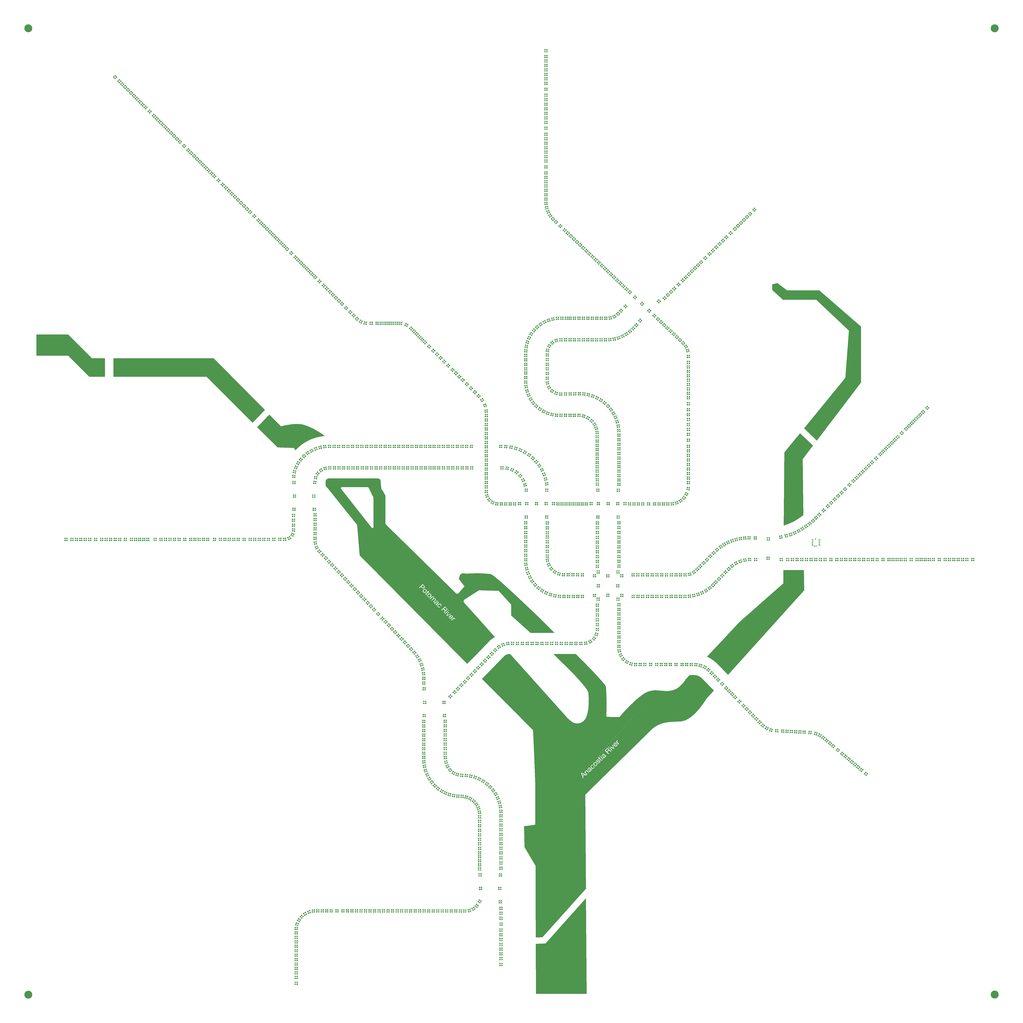
<source format=gbr>
G04 #@! TF.GenerationSoftware,KiCad,Pcbnew,(5.1.9)-1*
G04 #@! TF.CreationDate,2022-01-14T01:04:13-05:00*
G04 #@! TF.ProjectId,500x500-dc-metro-map-dev,35303078-3530-4302-9d64-632d6d657472,rev?*
G04 #@! TF.SameCoordinates,Original*
G04 #@! TF.FileFunction,Soldermask,Top*
G04 #@! TF.FilePolarity,Negative*
%FSLAX46Y46*%
G04 Gerber Fmt 4.6, Leading zero omitted, Abs format (unit mm)*
G04 Created by KiCad (PCBNEW (5.1.9)-1) date 2022-01-14 01:04:13*
%MOMM*%
%LPD*%
G01*
G04 APERTURE LIST*
%ADD10C,0.100000*%
%ADD11R,0.400000X0.805000*%
%ADD12R,0.805000X0.350000*%
%ADD13C,4.000000*%
G04 APERTURE END LIST*
D10*
G04 #@! TO.C,M1*
G36*
X315682500Y-268626000D02*
G01*
X315771500Y-268886000D01*
X315860500Y-269146000D01*
X315862500Y-269186000D01*
X315829500Y-269210000D01*
X315569500Y-269299000D01*
X315309500Y-269388000D01*
X315269500Y-269390000D01*
X315246500Y-269357000D01*
X315156500Y-269097000D01*
X315067500Y-268837000D01*
X315065500Y-268796000D01*
X315098500Y-268773000D01*
X315358500Y-268684000D01*
X315619500Y-268595000D01*
X315659500Y-268593000D01*
X315682500Y-268626000D01*
G37*
G36*
X315990500Y-269524000D02*
G01*
X316079500Y-269785000D01*
X316169500Y-270045000D01*
X316171500Y-270085000D01*
X316138500Y-270108000D01*
X315877500Y-270197000D01*
X315617500Y-270287000D01*
X315577500Y-270289000D01*
X315554500Y-270256000D01*
X315465500Y-269995000D01*
X315375500Y-269735000D01*
X315373500Y-269695000D01*
X315406500Y-269672000D01*
X315667500Y-269583000D01*
X315927500Y-269493000D01*
X315967500Y-269491000D01*
X315990500Y-269524000D01*
G37*
G36*
X315092500Y-269833000D02*
G01*
X315181500Y-270093000D01*
X315270500Y-270353000D01*
X315272500Y-270393000D01*
X315239500Y-270416000D01*
X314979500Y-270506000D01*
X314719500Y-270595000D01*
X314678500Y-270597000D01*
X314655500Y-270564000D01*
X314566500Y-270304000D01*
X314477500Y-270044000D01*
X314475500Y-270003000D01*
X314508500Y-269980000D01*
X314768500Y-269891000D01*
X315028500Y-269802000D01*
X315068500Y-269800000D01*
X315092500Y-269833000D01*
G37*
G36*
X314783500Y-268934000D02*
G01*
X314873500Y-269194000D01*
X314962500Y-269454000D01*
X314964500Y-269495000D01*
X314931500Y-269518000D01*
X314671500Y-269607000D01*
X314411500Y-269696000D01*
X314370500Y-269698000D01*
X314347500Y-269665000D01*
X314258500Y-269405000D01*
X314169500Y-269145000D01*
X314167500Y-269105000D01*
X314200500Y-269081000D01*
X314460500Y-268992000D01*
X314720500Y-268903000D01*
X314760500Y-268901000D01*
X314783500Y-268934000D01*
G37*
G36*
X316396500Y-270443000D02*
G01*
X316573500Y-270653000D01*
X316751500Y-270862000D01*
X316768500Y-270899000D01*
X316745500Y-270933000D01*
X316535500Y-271111000D01*
X316325500Y-271288000D01*
X316288500Y-271305000D01*
X316255500Y-271282000D01*
X316077500Y-271072000D01*
X315900500Y-270863000D01*
X315883500Y-270826000D01*
X315905500Y-270792000D01*
X316115500Y-270614000D01*
X316325500Y-270437000D01*
X316362500Y-270420000D01*
X316396500Y-270443000D01*
G37*
G36*
X317009500Y-271168000D02*
G01*
X317187500Y-271378000D01*
X317365500Y-271588000D01*
X317381500Y-271624000D01*
X317359500Y-271658000D01*
X317149500Y-271836000D01*
X316939500Y-272013000D01*
X316902500Y-272030000D01*
X316869500Y-272008000D01*
X316691500Y-271798000D01*
X316513500Y-271588000D01*
X316497500Y-271551000D01*
X316519500Y-271517000D01*
X316729500Y-271340000D01*
X316939500Y-271162000D01*
X316976500Y-271145000D01*
X317009500Y-271168000D01*
G37*
G36*
X316284500Y-271782000D02*
G01*
X316462500Y-271991000D01*
X316640500Y-272201000D01*
X316656500Y-272238000D01*
X316634500Y-272272000D01*
X316424500Y-272449000D01*
X316214500Y-272627000D01*
X316177500Y-272644000D01*
X316143500Y-272621000D01*
X315966500Y-272411000D01*
X315788500Y-272201000D01*
X315772500Y-272165000D01*
X315794500Y-272131000D01*
X316004500Y-271953000D01*
X316214500Y-271776000D01*
X316251500Y-271759000D01*
X316284500Y-271782000D01*
G37*
G36*
X315671500Y-271056000D02*
G01*
X315848500Y-271266000D01*
X316026500Y-271476000D01*
X316042500Y-271513000D01*
X316020500Y-271547000D01*
X315600500Y-271902000D01*
X315563500Y-271918000D01*
X315530500Y-271896000D01*
X315352500Y-271686000D01*
X315174500Y-271476000D01*
X315158500Y-271439000D01*
X315180500Y-271406000D01*
X315390500Y-271228000D01*
X315600500Y-271050000D01*
X315637500Y-271034000D01*
X315671500Y-271056000D01*
G37*
G36*
X317721500Y-271878000D02*
G01*
X317962500Y-272010000D01*
X318204500Y-272141000D01*
X318233500Y-272170000D01*
X318224500Y-272209000D01*
X318092500Y-272451000D01*
X317961500Y-272692000D01*
X317932500Y-272721000D01*
X317893500Y-272712000D01*
X317651500Y-272581000D01*
X317410500Y-272449000D01*
X317381500Y-272421000D01*
X317390500Y-272381000D01*
X317521500Y-272140000D01*
X317653500Y-271898000D01*
X317681500Y-271870000D01*
X317721500Y-271878000D01*
G37*
G36*
X318555500Y-272332000D02*
G01*
X318797500Y-272464000D01*
X319038500Y-272595000D01*
X319067500Y-272624000D01*
X319058500Y-272663000D01*
X318927500Y-272905000D01*
X318795500Y-273146000D01*
X318767500Y-273175000D01*
X318727500Y-273166000D01*
X318486500Y-273035000D01*
X318244500Y-272903000D01*
X318216500Y-272875000D01*
X318224500Y-272836000D01*
X318356500Y-272594000D01*
X318487500Y-272352000D01*
X318516500Y-272324000D01*
X318555500Y-272332000D01*
G37*
G36*
X318101500Y-273167000D02*
G01*
X318343500Y-273298000D01*
X318584500Y-273430000D01*
X318613500Y-273458000D01*
X318604500Y-273498000D01*
X318473500Y-273739000D01*
X318341500Y-273981000D01*
X318313500Y-274009000D01*
X318273500Y-274001000D01*
X318032500Y-273869000D01*
X317790500Y-273738000D01*
X317761500Y-273709000D01*
X317770500Y-273670000D01*
X317902500Y-273428000D01*
X318033500Y-273187000D01*
X318062500Y-273158000D01*
X318101500Y-273167000D01*
G37*
G36*
X317267500Y-272713000D02*
G01*
X317508500Y-272844000D01*
X317750500Y-272976000D01*
X317778500Y-273004000D01*
X317770500Y-273043000D01*
X317638500Y-273285000D01*
X317507500Y-273526000D01*
X317478500Y-273555000D01*
X317439500Y-273547000D01*
X317197500Y-273415000D01*
X316956500Y-273284000D01*
X316927500Y-273255000D01*
X316936500Y-273216000D01*
X317067500Y-272974000D01*
X317199500Y-272733000D01*
X317227500Y-272704000D01*
X317267500Y-272713000D01*
G37*
G36*
X319746500Y-272770000D02*
G01*
X320019500Y-272804000D01*
X320056500Y-272820000D01*
X320062500Y-272860000D01*
X320028500Y-273133000D01*
X319994500Y-273405000D01*
X319978500Y-273443000D01*
X319938500Y-273449000D01*
X319665500Y-273415000D01*
X319392500Y-273380000D01*
X319355500Y-273364000D01*
X319349500Y-273324000D01*
X319383500Y-273052000D01*
X319417500Y-272779000D01*
X319433500Y-272742000D01*
X319473500Y-272735000D01*
X319746500Y-272770000D01*
G37*
G36*
X320689500Y-272888000D02*
G01*
X320962500Y-272922000D01*
X320999500Y-272938000D01*
X321005500Y-272978000D01*
X320971500Y-273251000D01*
X320936500Y-273524000D01*
X320920500Y-273561000D01*
X320881500Y-273567000D01*
X320608500Y-273533000D01*
X320335500Y-273499000D01*
X320298500Y-273483000D01*
X320291500Y-273443000D01*
X320326500Y-273170000D01*
X320360500Y-272897000D01*
X320376500Y-272860000D01*
X320416500Y-272854000D01*
X320689500Y-272888000D01*
G37*
G36*
X320570500Y-273831000D02*
G01*
X320843500Y-273865000D01*
X320880500Y-273881000D01*
X320887500Y-273921000D01*
X320852500Y-274194000D01*
X320818500Y-274466000D01*
X320802500Y-274504000D01*
X320762500Y-274510000D01*
X320489500Y-274476000D01*
X320216500Y-274441000D01*
X320179500Y-274425000D01*
X320173500Y-274385000D01*
X320207500Y-274113000D01*
X320242500Y-273840000D01*
X320258500Y-273803000D01*
X320297500Y-273796000D01*
X320570500Y-273831000D01*
G37*
G36*
X319628500Y-273712000D02*
G01*
X319901500Y-273747000D01*
X319938500Y-273762000D01*
X319944500Y-273802000D01*
X319910500Y-274075000D01*
X319875500Y-274348000D01*
X319859500Y-274385000D01*
X319820500Y-274391000D01*
X319547500Y-274357000D01*
X319274500Y-274323000D01*
X319237500Y-274307000D01*
X319230500Y-274267000D01*
X319265500Y-273994000D01*
X319299500Y-273721000D01*
X319315500Y-273684000D01*
X319355500Y-273678000D01*
X319628500Y-273712000D01*
G37*
G36*
X322196500Y-272881000D02*
G01*
X322207500Y-272920000D01*
X322207500Y-273470000D01*
X322196500Y-273509000D01*
X322157500Y-273520000D01*
X321607500Y-273520000D01*
X321568500Y-273509000D01*
X321557500Y-273470000D01*
X321557500Y-272920000D01*
X321568500Y-272881000D01*
X321607500Y-272870000D01*
X322157500Y-272870000D01*
X322196500Y-272881000D01*
G37*
G36*
X323146500Y-272881000D02*
G01*
X323157500Y-272920000D01*
X323157500Y-273470000D01*
X323146500Y-273509000D01*
X323107500Y-273520000D01*
X322557500Y-273520000D01*
X322518500Y-273509000D01*
X322507500Y-273470000D01*
X322507500Y-272920000D01*
X322518500Y-272881000D01*
X322557500Y-272870000D01*
X323107500Y-272870000D01*
X323146500Y-272881000D01*
G37*
G36*
X323146500Y-273831000D02*
G01*
X323157500Y-273870000D01*
X323157500Y-274420000D01*
X323146500Y-274459000D01*
X323107500Y-274470000D01*
X322557500Y-274470000D01*
X322518500Y-274459000D01*
X322507500Y-274420000D01*
X322507500Y-273870000D01*
X322518500Y-273831000D01*
X322557500Y-273820000D01*
X323107500Y-273820000D01*
X323146500Y-273831000D01*
G37*
G36*
X322196500Y-273831000D02*
G01*
X322207500Y-273870000D01*
X322207500Y-274420000D01*
X322196500Y-274459000D01*
X322157500Y-274470000D01*
X321607500Y-274470000D01*
X321568500Y-274459000D01*
X321557500Y-274420000D01*
X321557500Y-273870000D01*
X321568500Y-273831000D01*
X321607500Y-273820000D01*
X322157500Y-273820000D01*
X322196500Y-273831000D01*
G37*
G36*
X324437500Y-272881000D02*
G01*
X324448500Y-272920000D01*
X324448500Y-273470000D01*
X324437500Y-273509000D01*
X324398500Y-273520000D01*
X323848500Y-273520000D01*
X323809500Y-273509000D01*
X323798500Y-273470000D01*
X323798500Y-272920000D01*
X323809500Y-272881000D01*
X323848500Y-272870000D01*
X324398500Y-272870000D01*
X324437500Y-272881000D01*
G37*
G36*
X325387500Y-272881000D02*
G01*
X325398500Y-272920000D01*
X325398500Y-273470000D01*
X325387500Y-273509000D01*
X325348500Y-273520000D01*
X324798500Y-273520000D01*
X324759500Y-273509000D01*
X324748500Y-273470000D01*
X324748500Y-272920000D01*
X324759500Y-272881000D01*
X324798500Y-272870000D01*
X325348500Y-272870000D01*
X325387500Y-272881000D01*
G37*
G36*
X325387500Y-273831000D02*
G01*
X325398500Y-273870000D01*
X325398500Y-274420000D01*
X325387500Y-274459000D01*
X325348500Y-274470000D01*
X324798500Y-274470000D01*
X324759500Y-274459000D01*
X324748500Y-274420000D01*
X324748500Y-273870000D01*
X324759500Y-273831000D01*
X324798500Y-273820000D01*
X325348500Y-273820000D01*
X325387500Y-273831000D01*
G37*
G36*
X324437500Y-273831000D02*
G01*
X324448500Y-273870000D01*
X324448500Y-274420000D01*
X324437500Y-274459000D01*
X324398500Y-274470000D01*
X323848500Y-274470000D01*
X323809500Y-274459000D01*
X323798500Y-274420000D01*
X323798500Y-273870000D01*
X323809500Y-273831000D01*
X323848500Y-273820000D01*
X324398500Y-273820000D01*
X324437500Y-273831000D01*
G37*
G36*
X326678500Y-272881000D02*
G01*
X326689500Y-272920000D01*
X326689500Y-273470000D01*
X326678500Y-273509000D01*
X326639500Y-273520000D01*
X326089500Y-273520000D01*
X326050500Y-273509000D01*
X326039500Y-273470000D01*
X326039500Y-272920000D01*
X326050500Y-272881000D01*
X326089500Y-272870000D01*
X326639500Y-272870000D01*
X326678500Y-272881000D01*
G37*
G36*
X327628500Y-272881000D02*
G01*
X327639500Y-272920000D01*
X327639500Y-273470000D01*
X327628500Y-273509000D01*
X327589500Y-273520000D01*
X327039500Y-273520000D01*
X327000500Y-273509000D01*
X326989500Y-273470000D01*
X326989500Y-272920000D01*
X327000500Y-272881000D01*
X327039500Y-272870000D01*
X327589500Y-272870000D01*
X327628500Y-272881000D01*
G37*
G36*
X327628500Y-273831000D02*
G01*
X327639500Y-273870000D01*
X327639500Y-274420000D01*
X327628500Y-274459000D01*
X327589500Y-274470000D01*
X327039500Y-274470000D01*
X327000500Y-274459000D01*
X326989500Y-274420000D01*
X326989500Y-273870000D01*
X327000500Y-273831000D01*
X327039500Y-273820000D01*
X327589500Y-273820000D01*
X327628500Y-273831000D01*
G37*
G36*
X326678500Y-273831000D02*
G01*
X326689500Y-273870000D01*
X326689500Y-274420000D01*
X326678500Y-274459000D01*
X326639500Y-274470000D01*
X326089500Y-274470000D01*
X326050500Y-274459000D01*
X326039500Y-274420000D01*
X326039500Y-273870000D01*
X326050500Y-273831000D01*
X326089500Y-273820000D01*
X326639500Y-273820000D01*
X326678500Y-273831000D01*
G37*
G36*
X328919500Y-272881000D02*
G01*
X328930500Y-272920000D01*
X328930500Y-273470000D01*
X328919500Y-273509000D01*
X328880500Y-273520000D01*
X328330500Y-273520000D01*
X328291500Y-273509000D01*
X328280500Y-273470000D01*
X328280500Y-272920000D01*
X328291500Y-272881000D01*
X328330500Y-272870000D01*
X328880500Y-272870000D01*
X328919500Y-272881000D01*
G37*
G36*
X329869500Y-272881000D02*
G01*
X329880500Y-272920000D01*
X329880500Y-273470000D01*
X329869500Y-273509000D01*
X329830500Y-273520000D01*
X329280500Y-273520000D01*
X329241500Y-273509000D01*
X329230500Y-273470000D01*
X329230500Y-272920000D01*
X329241500Y-272881000D01*
X329280500Y-272870000D01*
X329830500Y-272870000D01*
X329869500Y-272881000D01*
G37*
G36*
X329869500Y-273831000D02*
G01*
X329880500Y-273870000D01*
X329880500Y-274420000D01*
X329869500Y-274459000D01*
X329830500Y-274470000D01*
X329280500Y-274470000D01*
X329241500Y-274459000D01*
X329230500Y-274420000D01*
X329230500Y-273870000D01*
X329241500Y-273831000D01*
X329280500Y-273820000D01*
X329830500Y-273820000D01*
X329869500Y-273831000D01*
G37*
G36*
X328919500Y-273831000D02*
G01*
X328930500Y-273870000D01*
X328930500Y-274420000D01*
X328919500Y-274459000D01*
X328880500Y-274470000D01*
X328330500Y-274470000D01*
X328291500Y-274459000D01*
X328280500Y-274420000D01*
X328280500Y-273870000D01*
X328291500Y-273831000D01*
X328330500Y-273820000D01*
X328880500Y-273820000D01*
X328919500Y-273831000D01*
G37*
G36*
X350674500Y-272881000D02*
G01*
X350685500Y-272920000D01*
X350685500Y-273470000D01*
X350674500Y-273509000D01*
X350635500Y-273520000D01*
X350085500Y-273520000D01*
X350046500Y-273509000D01*
X350035500Y-273470000D01*
X350035500Y-272920000D01*
X350046500Y-272881000D01*
X350085500Y-272870000D01*
X350635500Y-272870000D01*
X350674500Y-272881000D01*
G37*
G36*
X351624500Y-272881000D02*
G01*
X351635500Y-272920000D01*
X351635500Y-273470000D01*
X351624500Y-273509000D01*
X351585500Y-273520000D01*
X351035500Y-273520000D01*
X350996500Y-273509000D01*
X350985500Y-273470000D01*
X350985500Y-272920000D01*
X350996500Y-272881000D01*
X351035500Y-272870000D01*
X351585500Y-272870000D01*
X351624500Y-272881000D01*
G37*
G36*
X351624500Y-273831000D02*
G01*
X351635500Y-273870000D01*
X351635500Y-274420000D01*
X351624500Y-274459000D01*
X351585500Y-274470000D01*
X351035500Y-274470000D01*
X350996500Y-274459000D01*
X350985500Y-274420000D01*
X350985500Y-273870000D01*
X350996500Y-273831000D01*
X351035500Y-273820000D01*
X351585500Y-273820000D01*
X351624500Y-273831000D01*
G37*
G36*
X350674500Y-273831000D02*
G01*
X350685500Y-273870000D01*
X350685500Y-274420000D01*
X350674500Y-274459000D01*
X350635500Y-274470000D01*
X350085500Y-274470000D01*
X350046500Y-274459000D01*
X350035500Y-274420000D01*
X350035500Y-273870000D01*
X350046500Y-273831000D01*
X350085500Y-273820000D01*
X350635500Y-273820000D01*
X350674500Y-273831000D01*
G37*
G36*
X352705500Y-272881000D02*
G01*
X352716500Y-272920000D01*
X352716500Y-273470000D01*
X352705500Y-273509000D01*
X352666500Y-273520000D01*
X352116500Y-273520000D01*
X352077500Y-273509000D01*
X352066500Y-273470000D01*
X352066500Y-272920000D01*
X352077500Y-272881000D01*
X352116500Y-272870000D01*
X352666500Y-272870000D01*
X352705500Y-272881000D01*
G37*
G36*
X353655500Y-272881000D02*
G01*
X353666500Y-272920000D01*
X353666500Y-273470000D01*
X353655500Y-273509000D01*
X353616500Y-273520000D01*
X353066500Y-273520000D01*
X353027500Y-273509000D01*
X353016500Y-273470000D01*
X353016500Y-272920000D01*
X353027500Y-272881000D01*
X353066500Y-272870000D01*
X353616500Y-272870000D01*
X353655500Y-272881000D01*
G37*
G36*
X353655500Y-273831000D02*
G01*
X353666500Y-273870000D01*
X353666500Y-274420000D01*
X353655500Y-274459000D01*
X353616500Y-274470000D01*
X353066500Y-274470000D01*
X353027500Y-274459000D01*
X353016500Y-274420000D01*
X353016500Y-273870000D01*
X353027500Y-273831000D01*
X353066500Y-273820000D01*
X353616500Y-273820000D01*
X353655500Y-273831000D01*
G37*
G36*
X352705500Y-273831000D02*
G01*
X352716500Y-273870000D01*
X352716500Y-274420000D01*
X352705500Y-274459000D01*
X352666500Y-274470000D01*
X352116500Y-274470000D01*
X352077500Y-274459000D01*
X352066500Y-274420000D01*
X352066500Y-273870000D01*
X352077500Y-273831000D01*
X352116500Y-273820000D01*
X352666500Y-273820000D01*
X352705500Y-273831000D01*
G37*
G36*
X354736500Y-272881000D02*
G01*
X354747500Y-272920000D01*
X354747500Y-273470000D01*
X354736500Y-273509000D01*
X354697500Y-273520000D01*
X354147500Y-273520000D01*
X354108500Y-273509000D01*
X354097500Y-273470000D01*
X354097500Y-272920000D01*
X354108500Y-272881000D01*
X354147500Y-272870000D01*
X354697500Y-272870000D01*
X354736500Y-272881000D01*
G37*
G36*
X355686500Y-272881000D02*
G01*
X355697500Y-272920000D01*
X355697500Y-273470000D01*
X355686500Y-273509000D01*
X355647500Y-273520000D01*
X355097500Y-273520000D01*
X355058500Y-273509000D01*
X355047500Y-273470000D01*
X355047500Y-272920000D01*
X355058500Y-272881000D01*
X355097500Y-272870000D01*
X355647500Y-272870000D01*
X355686500Y-272881000D01*
G37*
G36*
X355686500Y-273831000D02*
G01*
X355697500Y-273870000D01*
X355697500Y-274420000D01*
X355686500Y-274459000D01*
X355647500Y-274470000D01*
X355097500Y-274470000D01*
X355058500Y-274459000D01*
X355047500Y-274420000D01*
X355047500Y-273870000D01*
X355058500Y-273831000D01*
X355097500Y-273820000D01*
X355647500Y-273820000D01*
X355686500Y-273831000D01*
G37*
G36*
X354736500Y-273831000D02*
G01*
X354747500Y-273870000D01*
X354747500Y-274420000D01*
X354736500Y-274459000D01*
X354697500Y-274470000D01*
X354147500Y-274470000D01*
X354108500Y-274459000D01*
X354097500Y-274420000D01*
X354097500Y-273870000D01*
X354108500Y-273831000D01*
X354147500Y-273820000D01*
X354697500Y-273820000D01*
X354736500Y-273831000D01*
G37*
G36*
X356767500Y-272881000D02*
G01*
X356778500Y-272920000D01*
X356778500Y-273470000D01*
X356767500Y-273509000D01*
X356728500Y-273520000D01*
X356178500Y-273520000D01*
X356139500Y-273509000D01*
X356128500Y-273470000D01*
X356128500Y-272920000D01*
X356139500Y-272881000D01*
X356178500Y-272870000D01*
X356728500Y-272870000D01*
X356767500Y-272881000D01*
G37*
G36*
X357717500Y-272881000D02*
G01*
X357728500Y-272920000D01*
X357728500Y-273470000D01*
X357717500Y-273509000D01*
X357678500Y-273520000D01*
X357128500Y-273520000D01*
X357089500Y-273509000D01*
X357078500Y-273470000D01*
X357078500Y-272920000D01*
X357089500Y-272881000D01*
X357128500Y-272870000D01*
X357678500Y-272870000D01*
X357717500Y-272881000D01*
G37*
G36*
X357717500Y-273831000D02*
G01*
X357728500Y-273870000D01*
X357728500Y-274420000D01*
X357717500Y-274459000D01*
X357678500Y-274470000D01*
X357128500Y-274470000D01*
X357089500Y-274459000D01*
X357078500Y-274420000D01*
X357078500Y-273870000D01*
X357089500Y-273831000D01*
X357128500Y-273820000D01*
X357678500Y-273820000D01*
X357717500Y-273831000D01*
G37*
G36*
X356767500Y-273831000D02*
G01*
X356778500Y-273870000D01*
X356778500Y-274420000D01*
X356767500Y-274459000D01*
X356728500Y-274470000D01*
X356178500Y-274470000D01*
X356139500Y-274459000D01*
X356128500Y-274420000D01*
X356128500Y-273870000D01*
X356139500Y-273831000D01*
X356178500Y-273820000D01*
X356728500Y-273820000D01*
X356767500Y-273831000D01*
G37*
G36*
X358798500Y-272881000D02*
G01*
X358809500Y-272920000D01*
X358809500Y-273470000D01*
X358798500Y-273509000D01*
X358759500Y-273520000D01*
X358209500Y-273520000D01*
X358170500Y-273509000D01*
X358159500Y-273470000D01*
X358159500Y-272920000D01*
X358170500Y-272881000D01*
X358209500Y-272870000D01*
X358759500Y-272870000D01*
X358798500Y-272881000D01*
G37*
G36*
X359748500Y-272881000D02*
G01*
X359759500Y-272920000D01*
X359759500Y-273470000D01*
X359748500Y-273509000D01*
X359709500Y-273520000D01*
X359159500Y-273520000D01*
X359120500Y-273509000D01*
X359109500Y-273470000D01*
X359109500Y-272920000D01*
X359120500Y-272881000D01*
X359159500Y-272870000D01*
X359709500Y-272870000D01*
X359748500Y-272881000D01*
G37*
G36*
X359748500Y-273831000D02*
G01*
X359759500Y-273870000D01*
X359759500Y-274420000D01*
X359748500Y-274459000D01*
X359709500Y-274470000D01*
X359159500Y-274470000D01*
X359120500Y-274459000D01*
X359109500Y-274420000D01*
X359109500Y-273870000D01*
X359120500Y-273831000D01*
X359159500Y-273820000D01*
X359709500Y-273820000D01*
X359748500Y-273831000D01*
G37*
G36*
X358798500Y-273831000D02*
G01*
X358809500Y-273870000D01*
X358809500Y-274420000D01*
X358798500Y-274459000D01*
X358759500Y-274470000D01*
X358209500Y-274470000D01*
X358170500Y-274459000D01*
X358159500Y-274420000D01*
X358159500Y-273870000D01*
X358170500Y-273831000D01*
X358209500Y-273820000D01*
X358759500Y-273820000D01*
X358798500Y-273831000D01*
G37*
G36*
X360829500Y-272881000D02*
G01*
X360840500Y-272920000D01*
X360840500Y-273470000D01*
X360829500Y-273509000D01*
X360790500Y-273520000D01*
X360240500Y-273520000D01*
X360201500Y-273509000D01*
X360190500Y-273470000D01*
X360190500Y-272920000D01*
X360201500Y-272881000D01*
X360240500Y-272870000D01*
X360790500Y-272870000D01*
X360829500Y-272881000D01*
G37*
G36*
X361779500Y-272881000D02*
G01*
X361790500Y-272920000D01*
X361790500Y-273470000D01*
X361779500Y-273509000D01*
X361740500Y-273520000D01*
X361190500Y-273520000D01*
X361151500Y-273509000D01*
X361140500Y-273470000D01*
X361140500Y-272920000D01*
X361151500Y-272881000D01*
X361190500Y-272870000D01*
X361740500Y-272870000D01*
X361779500Y-272881000D01*
G37*
G36*
X361779500Y-273831000D02*
G01*
X361790500Y-273870000D01*
X361790500Y-274420000D01*
X361779500Y-274459000D01*
X361740500Y-274470000D01*
X361190500Y-274470000D01*
X361151500Y-274459000D01*
X361140500Y-274420000D01*
X361140500Y-273870000D01*
X361151500Y-273831000D01*
X361190500Y-273820000D01*
X361740500Y-273820000D01*
X361779500Y-273831000D01*
G37*
G36*
X360829500Y-273831000D02*
G01*
X360840500Y-273870000D01*
X360840500Y-274420000D01*
X360829500Y-274459000D01*
X360790500Y-274470000D01*
X360240500Y-274470000D01*
X360201500Y-274459000D01*
X360190500Y-274420000D01*
X360190500Y-273870000D01*
X360201500Y-273831000D01*
X360240500Y-273820000D01*
X360790500Y-273820000D01*
X360829500Y-273831000D01*
G37*
G36*
X362860500Y-272881000D02*
G01*
X362871500Y-272920000D01*
X362871500Y-273470000D01*
X362860500Y-273509000D01*
X362821500Y-273520000D01*
X362271500Y-273520000D01*
X362232500Y-273509000D01*
X362221500Y-273470000D01*
X362221500Y-272920000D01*
X362232500Y-272881000D01*
X362271500Y-272870000D01*
X362821500Y-272870000D01*
X362860500Y-272881000D01*
G37*
G36*
X363810500Y-272881000D02*
G01*
X363821500Y-272920000D01*
X363821500Y-273470000D01*
X363810500Y-273509000D01*
X363771500Y-273520000D01*
X363221500Y-273520000D01*
X363182500Y-273509000D01*
X363171500Y-273470000D01*
X363171500Y-272920000D01*
X363182500Y-272881000D01*
X363221500Y-272870000D01*
X363771500Y-272870000D01*
X363810500Y-272881000D01*
G37*
G36*
X363810500Y-273831000D02*
G01*
X363821500Y-273870000D01*
X363821500Y-274420000D01*
X363810500Y-274459000D01*
X363771500Y-274470000D01*
X363221500Y-274470000D01*
X363182500Y-274459000D01*
X363171500Y-274420000D01*
X363171500Y-273870000D01*
X363182500Y-273831000D01*
X363221500Y-273820000D01*
X363771500Y-273820000D01*
X363810500Y-273831000D01*
G37*
G36*
X362860500Y-273831000D02*
G01*
X362871500Y-273870000D01*
X362871500Y-274420000D01*
X362860500Y-274459000D01*
X362821500Y-274470000D01*
X362271500Y-274470000D01*
X362232500Y-274459000D01*
X362221500Y-274420000D01*
X362221500Y-273870000D01*
X362232500Y-273831000D01*
X362271500Y-273820000D01*
X362821500Y-273820000D01*
X362860500Y-273831000D01*
G37*
G36*
X364891500Y-272881000D02*
G01*
X364902500Y-272920000D01*
X364902500Y-273470000D01*
X364891500Y-273509000D01*
X364852500Y-273520000D01*
X364302500Y-273520000D01*
X364263500Y-273509000D01*
X364252500Y-273470000D01*
X364252500Y-272920000D01*
X364263500Y-272881000D01*
X364302500Y-272870000D01*
X364852500Y-272870000D01*
X364891500Y-272881000D01*
G37*
G36*
X365841500Y-272881000D02*
G01*
X365852500Y-272920000D01*
X365852500Y-273470000D01*
X365841500Y-273509000D01*
X365802500Y-273520000D01*
X365252500Y-273520000D01*
X365213500Y-273509000D01*
X365202500Y-273470000D01*
X365202500Y-272920000D01*
X365213500Y-272881000D01*
X365252500Y-272870000D01*
X365802500Y-272870000D01*
X365841500Y-272881000D01*
G37*
G36*
X365841500Y-273831000D02*
G01*
X365852500Y-273870000D01*
X365852500Y-274420000D01*
X365841500Y-274459000D01*
X365802500Y-274470000D01*
X365252500Y-274470000D01*
X365213500Y-274459000D01*
X365202500Y-274420000D01*
X365202500Y-273870000D01*
X365213500Y-273831000D01*
X365252500Y-273820000D01*
X365802500Y-273820000D01*
X365841500Y-273831000D01*
G37*
G36*
X364891500Y-273831000D02*
G01*
X364902500Y-273870000D01*
X364902500Y-274420000D01*
X364891500Y-274459000D01*
X364852500Y-274470000D01*
X364302500Y-274470000D01*
X364263500Y-274459000D01*
X364252500Y-274420000D01*
X364252500Y-273870000D01*
X364263500Y-273831000D01*
X364302500Y-273820000D01*
X364852500Y-273820000D01*
X364891500Y-273831000D01*
G37*
G36*
X386676500Y-272881000D02*
G01*
X386687500Y-272920000D01*
X386687500Y-273470000D01*
X386676500Y-273509000D01*
X386637500Y-273520000D01*
X386087500Y-273520000D01*
X386048500Y-273509000D01*
X386037500Y-273470000D01*
X386037500Y-272920000D01*
X386048500Y-272881000D01*
X386087500Y-272870000D01*
X386637500Y-272870000D01*
X386676500Y-272881000D01*
G37*
G36*
X387626500Y-272881000D02*
G01*
X387637500Y-272920000D01*
X387637500Y-273470000D01*
X387626500Y-273509000D01*
X387587500Y-273520000D01*
X387037500Y-273520000D01*
X386998500Y-273509000D01*
X386987500Y-273470000D01*
X386987500Y-272920000D01*
X386998500Y-272881000D01*
X387037500Y-272870000D01*
X387587500Y-272870000D01*
X387626500Y-272881000D01*
G37*
G36*
X387626500Y-273831000D02*
G01*
X387637500Y-273870000D01*
X387637500Y-274420000D01*
X387626500Y-274459000D01*
X387587500Y-274470000D01*
X387037500Y-274470000D01*
X386998500Y-274459000D01*
X386987500Y-274420000D01*
X386987500Y-273870000D01*
X386998500Y-273831000D01*
X387037500Y-273820000D01*
X387587500Y-273820000D01*
X387626500Y-273831000D01*
G37*
G36*
X386676500Y-273831000D02*
G01*
X386687500Y-273870000D01*
X386687500Y-274420000D01*
X386676500Y-274459000D01*
X386637500Y-274470000D01*
X386087500Y-274470000D01*
X386048500Y-274459000D01*
X386037500Y-274420000D01*
X386037500Y-273870000D01*
X386048500Y-273831000D01*
X386087500Y-273820000D01*
X386637500Y-273820000D01*
X386676500Y-273831000D01*
G37*
G36*
X388878500Y-272881000D02*
G01*
X388889500Y-272920000D01*
X388889500Y-273470000D01*
X388878500Y-273509000D01*
X388839500Y-273520000D01*
X388289500Y-273520000D01*
X388250500Y-273509000D01*
X388239500Y-273470000D01*
X388239500Y-272920000D01*
X388250500Y-272881000D01*
X388289500Y-272870000D01*
X388839500Y-272870000D01*
X388878500Y-272881000D01*
G37*
G36*
X389828500Y-272881000D02*
G01*
X389839500Y-272920000D01*
X389839500Y-273470000D01*
X389828500Y-273509000D01*
X389789500Y-273520000D01*
X389239500Y-273520000D01*
X389200500Y-273509000D01*
X389189500Y-273470000D01*
X389189500Y-272920000D01*
X389200500Y-272881000D01*
X389239500Y-272870000D01*
X389789500Y-272870000D01*
X389828500Y-272881000D01*
G37*
G36*
X389828500Y-273831000D02*
G01*
X389839500Y-273870000D01*
X389839500Y-274420000D01*
X389828500Y-274459000D01*
X389789500Y-274470000D01*
X389239500Y-274470000D01*
X389200500Y-274459000D01*
X389189500Y-274420000D01*
X389189500Y-273870000D01*
X389200500Y-273831000D01*
X389239500Y-273820000D01*
X389789500Y-273820000D01*
X389828500Y-273831000D01*
G37*
G36*
X388878500Y-273831000D02*
G01*
X388889500Y-273870000D01*
X388889500Y-274420000D01*
X388878500Y-274459000D01*
X388839500Y-274470000D01*
X388289500Y-274470000D01*
X388250500Y-274459000D01*
X388239500Y-274420000D01*
X388239500Y-273870000D01*
X388250500Y-273831000D01*
X388289500Y-273820000D01*
X388839500Y-273820000D01*
X388878500Y-273831000D01*
G37*
G36*
X391080500Y-272881000D02*
G01*
X391091500Y-272920000D01*
X391091500Y-273470000D01*
X391080500Y-273509000D01*
X391041500Y-273520000D01*
X390491500Y-273520000D01*
X390452500Y-273509000D01*
X390441500Y-273470000D01*
X390441500Y-272920000D01*
X390452500Y-272881000D01*
X390491500Y-272870000D01*
X391041500Y-272870000D01*
X391080500Y-272881000D01*
G37*
G36*
X392030500Y-272881000D02*
G01*
X392041500Y-272920000D01*
X392041500Y-273470000D01*
X392030500Y-273509000D01*
X391991500Y-273520000D01*
X391441500Y-273520000D01*
X391402500Y-273509000D01*
X391391500Y-273470000D01*
X391391500Y-272920000D01*
X391402500Y-272881000D01*
X391441500Y-272870000D01*
X391991500Y-272870000D01*
X392030500Y-272881000D01*
G37*
G36*
X392030500Y-273831000D02*
G01*
X392041500Y-273870000D01*
X392041500Y-274420000D01*
X392030500Y-274459000D01*
X391991500Y-274470000D01*
X391441500Y-274470000D01*
X391402500Y-274459000D01*
X391391500Y-274420000D01*
X391391500Y-273870000D01*
X391402500Y-273831000D01*
X391441500Y-273820000D01*
X391991500Y-273820000D01*
X392030500Y-273831000D01*
G37*
G36*
X391080500Y-273831000D02*
G01*
X391091500Y-273870000D01*
X391091500Y-274420000D01*
X391080500Y-274459000D01*
X391041500Y-274470000D01*
X390491500Y-274470000D01*
X390452500Y-274459000D01*
X390441500Y-274420000D01*
X390441500Y-273870000D01*
X390452500Y-273831000D01*
X390491500Y-273820000D01*
X391041500Y-273820000D01*
X391080500Y-273831000D01*
G37*
G36*
X393282500Y-272881000D02*
G01*
X393293500Y-272920000D01*
X393293500Y-273470000D01*
X393282500Y-273509000D01*
X393243500Y-273520000D01*
X392693500Y-273520000D01*
X392654500Y-273509000D01*
X392643500Y-273470000D01*
X392643500Y-272920000D01*
X392654500Y-272881000D01*
X392693500Y-272870000D01*
X393243500Y-272870000D01*
X393282500Y-272881000D01*
G37*
G36*
X394232500Y-272881000D02*
G01*
X394243500Y-272920000D01*
X394243500Y-273470000D01*
X394232500Y-273509000D01*
X394193500Y-273520000D01*
X393643500Y-273520000D01*
X393604500Y-273509000D01*
X393593500Y-273470000D01*
X393593500Y-272920000D01*
X393604500Y-272881000D01*
X393643500Y-272870000D01*
X394193500Y-272870000D01*
X394232500Y-272881000D01*
G37*
G36*
X394232500Y-273831000D02*
G01*
X394243500Y-273870000D01*
X394243500Y-274420000D01*
X394232500Y-274459000D01*
X394193500Y-274470000D01*
X393643500Y-274470000D01*
X393604500Y-274459000D01*
X393593500Y-274420000D01*
X393593500Y-273870000D01*
X393604500Y-273831000D01*
X393643500Y-273820000D01*
X394193500Y-273820000D01*
X394232500Y-273831000D01*
G37*
G36*
X393282500Y-273831000D02*
G01*
X393293500Y-273870000D01*
X393293500Y-274420000D01*
X393282500Y-274459000D01*
X393243500Y-274470000D01*
X392693500Y-274470000D01*
X392654500Y-274459000D01*
X392643500Y-274420000D01*
X392643500Y-273870000D01*
X392654500Y-273831000D01*
X392693500Y-273820000D01*
X393243500Y-273820000D01*
X393282500Y-273831000D01*
G37*
G36*
X399177500Y-272881000D02*
G01*
X399188500Y-272920000D01*
X399188500Y-273470000D01*
X399177500Y-273509000D01*
X399138500Y-273520000D01*
X398588500Y-273520000D01*
X398550500Y-273509000D01*
X398538500Y-273470000D01*
X398538500Y-272920000D01*
X398550500Y-272881000D01*
X398588500Y-272870000D01*
X399138500Y-272870000D01*
X399177500Y-272881000D01*
G37*
G36*
X400127500Y-272881000D02*
G01*
X400138500Y-272920000D01*
X400138500Y-273470000D01*
X400127500Y-273509000D01*
X400088500Y-273520000D01*
X399538500Y-273520000D01*
X399500500Y-273509000D01*
X399488500Y-273470000D01*
X399488500Y-272920000D01*
X399500500Y-272881000D01*
X399538500Y-272870000D01*
X400088500Y-272870000D01*
X400127500Y-272881000D01*
G37*
G36*
X400127500Y-273831000D02*
G01*
X400138500Y-273870000D01*
X400138500Y-274420000D01*
X400127500Y-274459000D01*
X400088500Y-274470000D01*
X399538500Y-274470000D01*
X399500500Y-274459000D01*
X399488500Y-274420000D01*
X399488500Y-273870000D01*
X399500500Y-273831000D01*
X399538500Y-273820000D01*
X400088500Y-273820000D01*
X400127500Y-273831000D01*
G37*
G36*
X399177500Y-273831000D02*
G01*
X399188500Y-273870000D01*
X399188500Y-274420000D01*
X399177500Y-274459000D01*
X399138500Y-274470000D01*
X398588500Y-274470000D01*
X398550500Y-274459000D01*
X398538500Y-274420000D01*
X398538500Y-273870000D01*
X398550500Y-273831000D01*
X398588500Y-273820000D01*
X399138500Y-273820000D01*
X399177500Y-273831000D01*
G37*
G36*
X401412500Y-272881000D02*
G01*
X401423500Y-272920000D01*
X401423500Y-273470000D01*
X401412500Y-273509000D01*
X401373500Y-273520000D01*
X400823500Y-273520000D01*
X400785500Y-273509000D01*
X400773500Y-273470000D01*
X400773500Y-272920000D01*
X400785500Y-272881000D01*
X400823500Y-272870000D01*
X401373500Y-272870000D01*
X401412500Y-272881000D01*
G37*
G36*
X402362500Y-272881000D02*
G01*
X402373500Y-272920000D01*
X402373500Y-273470000D01*
X402362500Y-273509000D01*
X402323500Y-273520000D01*
X401773500Y-273520000D01*
X401735500Y-273509000D01*
X401723500Y-273470000D01*
X401723500Y-272920000D01*
X401735500Y-272881000D01*
X401773500Y-272870000D01*
X402323500Y-272870000D01*
X402362500Y-272881000D01*
G37*
G36*
X402362500Y-273831000D02*
G01*
X402373500Y-273870000D01*
X402373500Y-274420000D01*
X402362500Y-274459000D01*
X402323500Y-274470000D01*
X401773500Y-274470000D01*
X401735500Y-274459000D01*
X401723500Y-274420000D01*
X401723500Y-273870000D01*
X401735500Y-273831000D01*
X401773500Y-273820000D01*
X402323500Y-273820000D01*
X402362500Y-273831000D01*
G37*
G36*
X401412500Y-273831000D02*
G01*
X401423500Y-273870000D01*
X401423500Y-274420000D01*
X401412500Y-274459000D01*
X401373500Y-274470000D01*
X400823500Y-274470000D01*
X400785500Y-274459000D01*
X400773500Y-274420000D01*
X400773500Y-273870000D01*
X400785500Y-273831000D01*
X400823500Y-273820000D01*
X401373500Y-273820000D01*
X401412500Y-273831000D01*
G37*
G36*
X403647500Y-272881000D02*
G01*
X403658500Y-272920000D01*
X403658500Y-273470000D01*
X403647500Y-273509000D01*
X403608500Y-273520000D01*
X403058500Y-273520000D01*
X403020500Y-273509000D01*
X403008500Y-273470000D01*
X403008500Y-272920000D01*
X403020500Y-272881000D01*
X403058500Y-272870000D01*
X403608500Y-272870000D01*
X403647500Y-272881000D01*
G37*
G36*
X404597500Y-272881000D02*
G01*
X404608500Y-272920000D01*
X404608500Y-273470000D01*
X404597500Y-273509000D01*
X404558500Y-273520000D01*
X404008500Y-273520000D01*
X403970500Y-273509000D01*
X403958500Y-273470000D01*
X403958500Y-272920000D01*
X403970500Y-272881000D01*
X404008500Y-272870000D01*
X404558500Y-272870000D01*
X404597500Y-272881000D01*
G37*
G36*
X404597500Y-273831000D02*
G01*
X404608500Y-273870000D01*
X404608500Y-274420000D01*
X404597500Y-274459000D01*
X404558500Y-274470000D01*
X404008500Y-274470000D01*
X403970500Y-274459000D01*
X403958500Y-274420000D01*
X403958500Y-273870000D01*
X403970500Y-273831000D01*
X404008500Y-273820000D01*
X404558500Y-273820000D01*
X404597500Y-273831000D01*
G37*
G36*
X403647500Y-273831000D02*
G01*
X403658500Y-273870000D01*
X403658500Y-274420000D01*
X403647500Y-274459000D01*
X403608500Y-274470000D01*
X403058500Y-274470000D01*
X403020500Y-274459000D01*
X403008500Y-274420000D01*
X403008500Y-273870000D01*
X403020500Y-273831000D01*
X403058500Y-273820000D01*
X403608500Y-273820000D01*
X403647500Y-273831000D01*
G37*
G36*
X405882500Y-272881000D02*
G01*
X405893500Y-272920000D01*
X405893500Y-273470000D01*
X405882500Y-273509000D01*
X405843500Y-273520000D01*
X405293500Y-273520000D01*
X405255500Y-273509000D01*
X405243500Y-273470000D01*
X405243500Y-272920000D01*
X405255500Y-272881000D01*
X405293500Y-272870000D01*
X405843500Y-272870000D01*
X405882500Y-272881000D01*
G37*
G36*
X406832500Y-272881000D02*
G01*
X406843500Y-272920000D01*
X406843500Y-273470000D01*
X406832500Y-273509000D01*
X406793500Y-273520000D01*
X406243500Y-273520000D01*
X406205500Y-273509000D01*
X406193500Y-273470000D01*
X406193500Y-272920000D01*
X406205500Y-272881000D01*
X406243500Y-272870000D01*
X406793500Y-272870000D01*
X406832500Y-272881000D01*
G37*
G36*
X406832500Y-273831000D02*
G01*
X406843500Y-273870000D01*
X406843500Y-274420000D01*
X406832500Y-274459000D01*
X406793500Y-274470000D01*
X406243500Y-274470000D01*
X406205500Y-274459000D01*
X406193500Y-274420000D01*
X406193500Y-273870000D01*
X406205500Y-273831000D01*
X406243500Y-273820000D01*
X406793500Y-273820000D01*
X406832500Y-273831000D01*
G37*
G36*
X405882500Y-273831000D02*
G01*
X405893500Y-273870000D01*
X405893500Y-274420000D01*
X405882500Y-274459000D01*
X405843500Y-274470000D01*
X405293500Y-274470000D01*
X405255500Y-274459000D01*
X405243500Y-274420000D01*
X405243500Y-273870000D01*
X405255500Y-273831000D01*
X405293500Y-273820000D01*
X405843500Y-273820000D01*
X405882500Y-273831000D01*
G37*
G36*
X408030500Y-272848000D02*
G01*
X408045500Y-272886000D01*
X408075500Y-273159000D01*
X408105500Y-273432000D01*
X408098500Y-273472000D01*
X408061500Y-273488000D01*
X407788500Y-273518000D01*
X407514500Y-273548000D01*
X407475500Y-273541000D01*
X407459500Y-273504000D01*
X407429500Y-273230000D01*
X407399500Y-272957000D01*
X407406500Y-272917000D01*
X407443500Y-272902000D01*
X407717500Y-272872000D01*
X407990500Y-272842000D01*
X408030500Y-272848000D01*
G37*
G36*
X408974500Y-272744000D02*
G01*
X408989500Y-272782000D01*
X409020500Y-273055000D01*
X409050500Y-273328000D01*
X409043500Y-273368000D01*
X409005500Y-273384000D01*
X408732500Y-273414000D01*
X408459500Y-273444000D01*
X408419500Y-273437000D01*
X408404500Y-273400000D01*
X408373500Y-273126000D01*
X408343500Y-272853000D01*
X408350500Y-272813000D01*
X408388500Y-272798000D01*
X408661500Y-272768000D01*
X408934500Y-272738000D01*
X408974500Y-272744000D01*
G37*
G36*
X409078500Y-273689000D02*
G01*
X409093500Y-273726000D01*
X409124500Y-273999000D01*
X409154500Y-274273000D01*
X409147500Y-274313000D01*
X409109500Y-274328000D01*
X408836500Y-274358000D01*
X408563500Y-274388000D01*
X408523500Y-274381000D01*
X408508500Y-274344000D01*
X408477500Y-274071000D01*
X408447500Y-273797000D01*
X408454500Y-273757000D01*
X408492500Y-273742000D01*
X408765500Y-273712000D01*
X409038500Y-273682000D01*
X409078500Y-273689000D01*
G37*
G36*
X408134500Y-273793000D02*
G01*
X408149500Y-273830000D01*
X408179500Y-274103000D01*
X408209500Y-274377000D01*
X408203500Y-274417000D01*
X408165500Y-274432000D01*
X407892500Y-274462000D01*
X407618500Y-274492000D01*
X407579500Y-274485000D01*
X407563500Y-274448000D01*
X407533500Y-274175000D01*
X407503500Y-273901000D01*
X407510500Y-273861000D01*
X407547500Y-273846000D01*
X407821500Y-273816000D01*
X408094500Y-273786000D01*
X408134500Y-273793000D01*
G37*
G36*
X410043500Y-272450000D02*
G01*
X410139500Y-272707000D01*
X410235500Y-272965000D01*
X410238500Y-273005000D01*
X410206500Y-273029000D01*
X409948500Y-273125000D01*
X409690500Y-273221000D01*
X409650500Y-273224000D01*
X409626500Y-273192000D01*
X409530500Y-272934000D01*
X409434500Y-272677000D01*
X409431500Y-272636000D01*
X409463500Y-272612000D01*
X409721500Y-272516000D01*
X409979500Y-272420000D01*
X410019500Y-272417000D01*
X410043500Y-272450000D01*
G37*
G36*
X410933500Y-272118000D02*
G01*
X411029500Y-272376000D01*
X411125500Y-272633000D01*
X411128500Y-272674000D01*
X411096500Y-272698000D01*
X410838500Y-272794000D01*
X410580500Y-272890000D01*
X410540500Y-272893000D01*
X410516500Y-272860000D01*
X410420500Y-272603000D01*
X410324500Y-272345000D01*
X410321500Y-272305000D01*
X410353500Y-272281000D01*
X410611500Y-272185000D01*
X410869500Y-272088000D01*
X410909500Y-272085000D01*
X410933500Y-272118000D01*
G37*
G36*
X411265500Y-273008000D02*
G01*
X411361500Y-273266000D01*
X411457500Y-273523000D01*
X411460500Y-273564000D01*
X411428500Y-273588000D01*
X411170500Y-273684000D01*
X410912500Y-273780000D01*
X410872500Y-273783000D01*
X410848500Y-273750000D01*
X410752500Y-273493000D01*
X410656500Y-273235000D01*
X410653500Y-273195000D01*
X410685500Y-273171000D01*
X410943500Y-273075000D01*
X411201500Y-272979000D01*
X411241500Y-272976000D01*
X411265500Y-273008000D01*
G37*
G36*
X410375500Y-273340000D02*
G01*
X410471500Y-273598000D01*
X410567500Y-273855000D01*
X410570500Y-273895000D01*
X410537500Y-273920000D01*
X410280500Y-274016000D01*
X410022500Y-274112000D01*
X409982500Y-274115000D01*
X409958500Y-274082000D01*
X409862500Y-273824000D01*
X409766500Y-273567000D01*
X409763500Y-273527000D01*
X409795500Y-273502000D01*
X410053500Y-273406000D01*
X410310500Y-273310000D01*
X410351500Y-273307000D01*
X410375500Y-273340000D01*
G37*
G36*
X411874500Y-271538000D02*
G01*
X412030500Y-271764000D01*
X412186500Y-271991000D01*
X412199500Y-272029000D01*
X412173500Y-272060000D01*
X411946500Y-272216000D01*
X411720500Y-272372000D01*
X411682500Y-272385000D01*
X411650500Y-272359000D01*
X411494500Y-272133000D01*
X411338500Y-271906000D01*
X411326500Y-271868000D01*
X411351500Y-271837000D01*
X411578500Y-271681000D01*
X411804500Y-271525000D01*
X411843500Y-271512000D01*
X411874500Y-271538000D01*
G37*
G36*
X412656500Y-270999000D02*
G01*
X412812500Y-271225000D01*
X412968500Y-271452000D01*
X412981500Y-271490000D01*
X412955500Y-271521000D01*
X412729500Y-271677000D01*
X412502500Y-271833000D01*
X412464500Y-271846000D01*
X412433500Y-271820000D01*
X412277500Y-271594000D01*
X412121500Y-271368000D01*
X412108500Y-271329000D01*
X412134500Y-271298000D01*
X412360500Y-271142000D01*
X412587500Y-270986000D01*
X412625500Y-270973000D01*
X412656500Y-270999000D01*
G37*
G36*
X413195500Y-271781000D02*
G01*
X413351500Y-272008000D01*
X413507500Y-272234000D01*
X413520500Y-272272000D01*
X413494500Y-272304000D01*
X413268500Y-272460000D01*
X413041500Y-272616000D01*
X413003500Y-272628000D01*
X412972500Y-272603000D01*
X412816500Y-272376000D01*
X412660500Y-272150000D01*
X412647500Y-272112000D01*
X412673500Y-272080000D01*
X412899500Y-271924000D01*
X413125500Y-271768000D01*
X413164500Y-271756000D01*
X413195500Y-271781000D01*
G37*
G36*
X412413500Y-272320000D02*
G01*
X412569500Y-272547000D01*
X412725500Y-272773000D01*
X412737500Y-272811000D01*
X412712500Y-272843000D01*
X412485500Y-272999000D01*
X412259500Y-273155000D01*
X412221500Y-273167000D01*
X412189500Y-273142000D01*
X412033500Y-272915000D01*
X411877500Y-272689000D01*
X411865500Y-272650000D01*
X411890500Y-272619000D01*
X412117500Y-272463000D01*
X412343500Y-272307000D01*
X412381500Y-272294000D01*
X412413500Y-272320000D01*
G37*
G36*
X413429500Y-270207000D02*
G01*
X413635500Y-270389000D01*
X413842500Y-270571000D01*
X413863500Y-270605000D01*
X413846500Y-270642000D01*
X413664500Y-270848000D01*
X413482500Y-271054000D01*
X413448500Y-271076000D01*
X413411500Y-271058000D01*
X413205500Y-270877000D01*
X412999500Y-270695000D01*
X412977500Y-270660000D01*
X412995500Y-270624000D01*
X413177500Y-270418000D01*
X413359500Y-270212000D01*
X413393500Y-270190000D01*
X413429500Y-270207000D01*
G37*
G36*
X414058500Y-269495000D02*
G01*
X414264500Y-269677000D01*
X414470500Y-269859000D01*
X414492500Y-269893000D01*
X414475500Y-269929000D01*
X414293500Y-270136000D01*
X414111500Y-270342000D01*
X414077500Y-270364000D01*
X414040500Y-270346000D01*
X413834500Y-270164000D01*
X413628500Y-269982000D01*
X413606500Y-269948000D01*
X413623500Y-269912000D01*
X413805500Y-269706000D01*
X413987500Y-269499000D01*
X414021500Y-269478000D01*
X414058500Y-269495000D01*
G37*
G36*
X414770500Y-270124000D02*
G01*
X414976500Y-270306000D01*
X415182500Y-270488000D01*
X415204500Y-270522000D01*
X415187500Y-270558000D01*
X415005500Y-270764000D01*
X414823500Y-270970000D01*
X414789500Y-270992000D01*
X414752500Y-270975000D01*
X414546500Y-270793000D01*
X414340500Y-270611000D01*
X414318500Y-270577000D01*
X414336500Y-270540000D01*
X414518500Y-270334000D01*
X414700500Y-270128000D01*
X414734500Y-270106000D01*
X414770500Y-270124000D01*
G37*
G36*
X414141500Y-270836000D02*
G01*
X414348500Y-271018000D01*
X414554500Y-271200000D01*
X414575500Y-271234000D01*
X414558500Y-271270000D01*
X414376500Y-271477000D01*
X414194500Y-271683000D01*
X414160500Y-271704000D01*
X414124500Y-271687000D01*
X413918500Y-271505000D01*
X413711500Y-271323000D01*
X413690500Y-271289000D01*
X413707500Y-271253000D01*
X413889500Y-271046000D01*
X414071500Y-270840000D01*
X414105500Y-270819000D01*
X414141500Y-270836000D01*
G37*
G36*
X414616500Y-268540000D02*
G01*
X414860500Y-268667000D01*
X415104500Y-268793000D01*
X415133500Y-268821000D01*
X415126500Y-268860000D01*
X414999500Y-269105000D01*
X414873500Y-269349000D01*
X414845500Y-269378000D01*
X414805500Y-269370000D01*
X414561500Y-269244000D01*
X414317500Y-269117000D01*
X414288500Y-269090000D01*
X414295500Y-269050000D01*
X414422500Y-268806000D01*
X414548500Y-268562000D01*
X414576500Y-268532000D01*
X414616500Y-268540000D01*
G37*
G36*
X415053500Y-267697000D02*
G01*
X415297500Y-267823000D01*
X415541500Y-267949000D01*
X415570500Y-267977000D01*
X415562500Y-268017000D01*
X415436500Y-268261000D01*
X415310500Y-268505000D01*
X415282500Y-268535000D01*
X415242500Y-268527000D01*
X414998500Y-268400000D01*
X414754500Y-268274000D01*
X414724500Y-268246000D01*
X414732500Y-268206000D01*
X414859500Y-267962000D01*
X414985500Y-267718000D01*
X415013500Y-267689000D01*
X415053500Y-267697000D01*
G37*
G36*
X415896500Y-268133000D02*
G01*
X416140500Y-268260000D01*
X416385500Y-268386000D01*
X416414500Y-268414000D01*
X416406500Y-268454000D01*
X416280500Y-268698000D01*
X416153500Y-268942000D01*
X416125500Y-268971000D01*
X416086500Y-268963000D01*
X415842500Y-268837000D01*
X415597500Y-268711000D01*
X415568500Y-268683000D01*
X415576500Y-268643000D01*
X415702500Y-268399000D01*
X415829500Y-268155000D01*
X415857500Y-268125000D01*
X415896500Y-268133000D01*
G37*
G36*
X415459500Y-268977000D02*
G01*
X415704500Y-269103000D01*
X415948500Y-269230000D01*
X415977500Y-269258000D01*
X415969500Y-269297000D01*
X415716500Y-269786000D01*
X415689500Y-269815000D01*
X415649500Y-269807000D01*
X415405500Y-269681000D01*
X415161500Y-269554000D01*
X415131500Y-269526000D01*
X415139500Y-269487000D01*
X415266500Y-269243000D01*
X415392500Y-268998000D01*
X415420500Y-268969000D01*
X415459500Y-268977000D01*
G37*
G36*
X416203500Y-263163000D02*
G01*
X416214500Y-263202000D01*
X416214500Y-263752000D01*
X416203500Y-263791000D01*
X416164500Y-263802000D01*
X415614500Y-263802000D01*
X415575500Y-263791000D01*
X415564500Y-263752000D01*
X415564500Y-263202000D01*
X415575500Y-263163000D01*
X415614500Y-263152000D01*
X416164500Y-263152000D01*
X416203500Y-263163000D01*
G37*
G36*
X416203500Y-262213000D02*
G01*
X416214500Y-262252000D01*
X416214500Y-262802000D01*
X416203500Y-262841000D01*
X416164500Y-262852000D01*
X415614500Y-262852000D01*
X415575500Y-262841000D01*
X415564500Y-262802000D01*
X415564500Y-262252000D01*
X415575500Y-262213000D01*
X415614500Y-262202000D01*
X416164500Y-262202000D01*
X416203500Y-262213000D01*
G37*
G36*
X417153500Y-262213000D02*
G01*
X417164500Y-262252000D01*
X417164500Y-262802000D01*
X417153500Y-262841000D01*
X417114500Y-262852000D01*
X416564500Y-262852000D01*
X416525500Y-262841000D01*
X416514500Y-262802000D01*
X416514500Y-262252000D01*
X416525500Y-262213000D01*
X416564500Y-262202000D01*
X417114500Y-262202000D01*
X417153500Y-262213000D01*
G37*
G36*
X417153500Y-263163000D02*
G01*
X417164500Y-263202000D01*
X417164500Y-263752000D01*
X417153500Y-263791000D01*
X417114500Y-263802000D01*
X416564500Y-263802000D01*
X416525500Y-263791000D01*
X416514500Y-263752000D01*
X416514500Y-263202000D01*
X416525500Y-263163000D01*
X416564500Y-263152000D01*
X417114500Y-263152000D01*
X417153500Y-263163000D01*
G37*
G36*
X416203500Y-260880000D02*
G01*
X416214500Y-260919000D01*
X416214500Y-261469000D01*
X416203500Y-261508000D01*
X416164500Y-261519000D01*
X415614500Y-261519000D01*
X415575500Y-261508000D01*
X415564500Y-261469000D01*
X415564500Y-260919000D01*
X415575500Y-260880000D01*
X415614500Y-260869000D01*
X416164500Y-260869000D01*
X416203500Y-260880000D01*
G37*
G36*
X416203500Y-259930000D02*
G01*
X416214500Y-259969000D01*
X416214500Y-260519000D01*
X416203500Y-260558000D01*
X416164500Y-260569000D01*
X415614500Y-260569000D01*
X415575500Y-260558000D01*
X415564500Y-260519000D01*
X415564500Y-259969000D01*
X415575500Y-259930000D01*
X415614500Y-259919000D01*
X416164500Y-259919000D01*
X416203500Y-259930000D01*
G37*
G36*
X417153500Y-259930000D02*
G01*
X417164500Y-259969000D01*
X417164500Y-260519000D01*
X417153500Y-260558000D01*
X417114500Y-260569000D01*
X416564500Y-260569000D01*
X416525500Y-260558000D01*
X416514500Y-260519000D01*
X416514500Y-259969000D01*
X416525500Y-259930000D01*
X416564500Y-259919000D01*
X417114500Y-259919000D01*
X417153500Y-259930000D01*
G37*
G36*
X417153500Y-260880000D02*
G01*
X417164500Y-260919000D01*
X417164500Y-261469000D01*
X417153500Y-261508000D01*
X417114500Y-261519000D01*
X416564500Y-261519000D01*
X416525500Y-261508000D01*
X416514500Y-261469000D01*
X416514500Y-260919000D01*
X416525500Y-260880000D01*
X416564500Y-260869000D01*
X417114500Y-260869000D01*
X417153500Y-260880000D01*
G37*
G36*
X416203500Y-258597000D02*
G01*
X416214500Y-258636000D01*
X416214500Y-259186000D01*
X416203500Y-259225000D01*
X416164500Y-259236000D01*
X415614500Y-259236000D01*
X415575500Y-259225000D01*
X415564500Y-259186000D01*
X415564500Y-258636000D01*
X415575500Y-258597000D01*
X415614500Y-258586000D01*
X416164500Y-258586000D01*
X416203500Y-258597000D01*
G37*
G36*
X416203500Y-257647000D02*
G01*
X416214500Y-257686000D01*
X416214500Y-258236000D01*
X416203500Y-258275000D01*
X416164500Y-258286000D01*
X415614500Y-258286000D01*
X415575500Y-258275000D01*
X415564500Y-258236000D01*
X415564500Y-257686000D01*
X415575500Y-257647000D01*
X415614500Y-257636000D01*
X416164500Y-257636000D01*
X416203500Y-257647000D01*
G37*
G36*
X417153500Y-257647000D02*
G01*
X417164500Y-257686000D01*
X417164500Y-258236000D01*
X417153500Y-258275000D01*
X417114500Y-258286000D01*
X416564500Y-258286000D01*
X416525500Y-258275000D01*
X416514500Y-258236000D01*
X416514500Y-257686000D01*
X416525500Y-257647000D01*
X416564500Y-257636000D01*
X417114500Y-257636000D01*
X417153500Y-257647000D01*
G37*
G36*
X417153500Y-258597000D02*
G01*
X417164500Y-258636000D01*
X417164500Y-259186000D01*
X417153500Y-259225000D01*
X417114500Y-259236000D01*
X416564500Y-259236000D01*
X416525500Y-259225000D01*
X416514500Y-259186000D01*
X416514500Y-258636000D01*
X416525500Y-258597000D01*
X416564500Y-258586000D01*
X417114500Y-258586000D01*
X417153500Y-258597000D01*
G37*
G36*
X416203500Y-256314000D02*
G01*
X416214500Y-256353000D01*
X416214500Y-256903000D01*
X416203500Y-256942000D01*
X416164500Y-256953000D01*
X415614500Y-256953000D01*
X415575500Y-256942000D01*
X415564500Y-256903000D01*
X415564500Y-256353000D01*
X415575500Y-256314000D01*
X415614500Y-256303000D01*
X416164500Y-256303000D01*
X416203500Y-256314000D01*
G37*
G36*
X416203500Y-255364000D02*
G01*
X416214500Y-255403000D01*
X416214500Y-255678000D01*
X416214500Y-255953000D01*
X416203500Y-255992000D01*
X416164500Y-256003000D01*
X415614500Y-256003000D01*
X415575500Y-255992000D01*
X415564500Y-255953000D01*
X415564500Y-255403000D01*
X415575500Y-255364000D01*
X415614500Y-255353000D01*
X416164500Y-255353000D01*
X416203500Y-255364000D01*
G37*
G36*
X417153500Y-255364000D02*
G01*
X417164500Y-255403000D01*
X417164500Y-255953000D01*
X417153500Y-255992000D01*
X417114500Y-256003000D01*
X416564500Y-256003000D01*
X416525500Y-255992000D01*
X416514500Y-255953000D01*
X416514500Y-255403000D01*
X416525500Y-255364000D01*
X416564500Y-255353000D01*
X417114500Y-255353000D01*
X417153500Y-255364000D01*
G37*
G36*
X417153500Y-256314000D02*
G01*
X417164500Y-256353000D01*
X417164500Y-256903000D01*
X417153500Y-256942000D01*
X417114500Y-256953000D01*
X416564500Y-256953000D01*
X416525500Y-256942000D01*
X416514500Y-256903000D01*
X416514500Y-256353000D01*
X416525500Y-256314000D01*
X416564500Y-256303000D01*
X417114500Y-256303000D01*
X417153500Y-256314000D01*
G37*
G36*
X416203500Y-254031000D02*
G01*
X416214500Y-254070000D01*
X416214500Y-254620000D01*
X416203500Y-254659000D01*
X416164500Y-254670000D01*
X415614500Y-254670000D01*
X415575500Y-254659000D01*
X415564500Y-254620000D01*
X415564500Y-254070000D01*
X415575500Y-254031000D01*
X415614500Y-254020000D01*
X416164500Y-254020000D01*
X416203500Y-254031000D01*
G37*
G36*
X416203500Y-253081000D02*
G01*
X416214500Y-253120000D01*
X416214500Y-253670000D01*
X416203500Y-253709000D01*
X416164500Y-253720000D01*
X415614500Y-253720000D01*
X415575500Y-253709000D01*
X415564500Y-253670000D01*
X415564500Y-253120000D01*
X415575500Y-253081000D01*
X415614500Y-253070000D01*
X416164500Y-253070000D01*
X416203500Y-253081000D01*
G37*
G36*
X417153500Y-253081000D02*
G01*
X417164500Y-253120000D01*
X417164500Y-253670000D01*
X417153500Y-253709000D01*
X417114500Y-253720000D01*
X416564500Y-253720000D01*
X416525500Y-253709000D01*
X416514500Y-253670000D01*
X416514500Y-253120000D01*
X416525500Y-253081000D01*
X416564500Y-253070000D01*
X417114500Y-253070000D01*
X417153500Y-253081000D01*
G37*
G36*
X417153500Y-254031000D02*
G01*
X417164500Y-254070000D01*
X417164500Y-254345000D01*
X417164500Y-254620000D01*
X417153500Y-254659000D01*
X417114500Y-254670000D01*
X416564500Y-254670000D01*
X416525500Y-254659000D01*
X416514500Y-254620000D01*
X416514500Y-254070000D01*
X416525500Y-254031000D01*
X416564500Y-254020000D01*
X417114500Y-254020000D01*
X417153500Y-254031000D01*
G37*
G36*
X416203500Y-251748000D02*
G01*
X416214500Y-251787000D01*
X416214500Y-252337000D01*
X416203500Y-252376000D01*
X416164500Y-252387000D01*
X415614500Y-252387000D01*
X415575500Y-252376000D01*
X415564500Y-252337000D01*
X415564500Y-251787000D01*
X415575500Y-251748000D01*
X415614500Y-251737000D01*
X416164500Y-251737000D01*
X416203500Y-251748000D01*
G37*
G36*
X416203500Y-250798000D02*
G01*
X416214500Y-250837000D01*
X416214500Y-251387000D01*
X416203500Y-251426000D01*
X416164500Y-251437000D01*
X415614500Y-251437000D01*
X415575500Y-251426000D01*
X415564500Y-251387000D01*
X415564500Y-250837000D01*
X415575500Y-250798000D01*
X415614500Y-250787000D01*
X416164500Y-250787000D01*
X416203500Y-250798000D01*
G37*
G36*
X417153500Y-250798000D02*
G01*
X417164500Y-250837000D01*
X417164500Y-251387000D01*
X417153500Y-251426000D01*
X417114500Y-251437000D01*
X416564500Y-251437000D01*
X416525500Y-251426000D01*
X416514500Y-251387000D01*
X416514500Y-250837000D01*
X416525500Y-250798000D01*
X416564500Y-250787000D01*
X417114500Y-250787000D01*
X417153500Y-250798000D01*
G37*
G36*
X417153500Y-251748000D02*
G01*
X417164500Y-251787000D01*
X417164500Y-252337000D01*
X417153500Y-252376000D01*
X417114500Y-252387000D01*
X416564500Y-252387000D01*
X416525500Y-252376000D01*
X416514500Y-252337000D01*
X416514500Y-251787000D01*
X416525500Y-251748000D01*
X416564500Y-251737000D01*
X417114500Y-251737000D01*
X417153500Y-251748000D01*
G37*
G36*
X416203500Y-249465000D02*
G01*
X416214500Y-249504000D01*
X416214500Y-250054000D01*
X416203500Y-250093000D01*
X416164500Y-250104000D01*
X415614500Y-250104000D01*
X415575500Y-250093000D01*
X415564500Y-250054000D01*
X415564500Y-249779000D01*
X415564500Y-249504000D01*
X415575500Y-249465000D01*
X415614500Y-249454000D01*
X416164500Y-249454000D01*
X416203500Y-249465000D01*
G37*
G36*
X416203500Y-248515000D02*
G01*
X416214500Y-248554000D01*
X416214500Y-248829000D01*
X416214500Y-249104000D01*
X416203500Y-249143000D01*
X416164500Y-249154000D01*
X415614500Y-249154000D01*
X415575500Y-249143000D01*
X415564500Y-249104000D01*
X415564500Y-248554000D01*
X415575500Y-248515000D01*
X415614500Y-248504000D01*
X416164500Y-248504000D01*
X416203500Y-248515000D01*
G37*
G36*
X417153500Y-248515000D02*
G01*
X417164500Y-248554000D01*
X417164500Y-249104000D01*
X417153500Y-249143000D01*
X417114500Y-249154000D01*
X416564500Y-249154000D01*
X416525500Y-249143000D01*
X416514500Y-249104000D01*
X416514500Y-248829000D01*
X416514500Y-248554000D01*
X416525500Y-248515000D01*
X416564500Y-248504000D01*
X417114500Y-248504000D01*
X417153500Y-248515000D01*
G37*
G36*
X417153500Y-249465000D02*
G01*
X417164500Y-249504000D01*
X417164500Y-250054000D01*
X417153500Y-250093000D01*
X417114500Y-250104000D01*
X416564500Y-250104000D01*
X416525500Y-250093000D01*
X416514500Y-250054000D01*
X416514500Y-249504000D01*
X416525500Y-249465000D01*
X416564500Y-249454000D01*
X417114500Y-249454000D01*
X417153500Y-249465000D01*
G37*
G36*
X416203500Y-247182000D02*
G01*
X416214500Y-247221000D01*
X416214500Y-247771000D01*
X416203500Y-247810000D01*
X416164500Y-247821000D01*
X415614500Y-247821000D01*
X415575500Y-247810000D01*
X415564500Y-247771000D01*
X415564500Y-247221000D01*
X415575500Y-247182000D01*
X415614500Y-247171000D01*
X416164500Y-247171000D01*
X416203500Y-247182000D01*
G37*
G36*
X416203500Y-246232000D02*
G01*
X416214500Y-246271000D01*
X416214500Y-246821000D01*
X416203500Y-246860000D01*
X416164500Y-246871000D01*
X415614500Y-246871000D01*
X415575500Y-246860000D01*
X415564500Y-246821000D01*
X415564500Y-246271000D01*
X415575500Y-246232000D01*
X415614500Y-246221000D01*
X416164500Y-246221000D01*
X416203500Y-246232000D01*
G37*
G36*
X417153500Y-246232000D02*
G01*
X417164500Y-246271000D01*
X417164500Y-246821000D01*
X417153500Y-246860000D01*
X417114500Y-246871000D01*
X416564500Y-246871000D01*
X416525500Y-246860000D01*
X416514500Y-246821000D01*
X416514500Y-246271000D01*
X416525500Y-246232000D01*
X416564500Y-246221000D01*
X417114500Y-246221000D01*
X417153500Y-246232000D01*
G37*
G36*
X417153500Y-247182000D02*
G01*
X417164500Y-247221000D01*
X417164500Y-247771000D01*
X417153500Y-247810000D01*
X417114500Y-247821000D01*
X416564500Y-247821000D01*
X416525500Y-247810000D01*
X416514500Y-247771000D01*
X416514500Y-247221000D01*
X416525500Y-247182000D01*
X416564500Y-247171000D01*
X417114500Y-247171000D01*
X417153500Y-247182000D01*
G37*
G36*
X416203500Y-244899000D02*
G01*
X416214500Y-244938000D01*
X416214500Y-245488000D01*
X416203500Y-245527000D01*
X416164500Y-245538000D01*
X415614500Y-245538000D01*
X415575500Y-245527000D01*
X415564500Y-245488000D01*
X415564500Y-244938000D01*
X415575500Y-244899000D01*
X415614500Y-244888000D01*
X416164500Y-244888000D01*
X416203500Y-244899000D01*
G37*
G36*
X416203500Y-243949000D02*
G01*
X416214500Y-243988000D01*
X416214500Y-244538000D01*
X416203500Y-244577000D01*
X416164500Y-244588000D01*
X415614500Y-244588000D01*
X415575500Y-244577000D01*
X415564500Y-244538000D01*
X415564500Y-243988000D01*
X415575500Y-243949000D01*
X415614500Y-243938000D01*
X416164500Y-243938000D01*
X416203500Y-243949000D01*
G37*
G36*
X417153500Y-243949000D02*
G01*
X417164500Y-243988000D01*
X417164500Y-244538000D01*
X417153500Y-244577000D01*
X417114500Y-244588000D01*
X416564500Y-244588000D01*
X416525500Y-244577000D01*
X416514500Y-244538000D01*
X416514500Y-243988000D01*
X416525500Y-243949000D01*
X416564500Y-243938000D01*
X417114500Y-243938000D01*
X417153500Y-243949000D01*
G37*
G36*
X417153500Y-244899000D02*
G01*
X417164500Y-244938000D01*
X417164500Y-245488000D01*
X417153500Y-245527000D01*
X417114500Y-245538000D01*
X416564500Y-245538000D01*
X416525500Y-245527000D01*
X416514500Y-245488000D01*
X416514500Y-244938000D01*
X416525500Y-244899000D01*
X416564500Y-244888000D01*
X417114500Y-244888000D01*
X417153500Y-244899000D01*
G37*
G36*
X416203500Y-238858000D02*
G01*
X416214500Y-238896000D01*
X416214500Y-239446000D01*
X416203500Y-239485000D01*
X416164500Y-239496000D01*
X415614500Y-239496000D01*
X415575500Y-239485000D01*
X415564500Y-239446000D01*
X415564500Y-238896000D01*
X415575500Y-238858000D01*
X415614500Y-238846000D01*
X416164500Y-238846000D01*
X416203500Y-238858000D01*
G37*
G36*
X416203500Y-237908000D02*
G01*
X416214500Y-237946000D01*
X416214500Y-238496000D01*
X416203500Y-238535000D01*
X416164500Y-238546000D01*
X415614500Y-238546000D01*
X415575500Y-238535000D01*
X415564500Y-238496000D01*
X415564500Y-238221000D01*
X415564500Y-237946000D01*
X415575500Y-237908000D01*
X415614500Y-237896000D01*
X416164500Y-237896000D01*
X416203500Y-237908000D01*
G37*
G36*
X417153500Y-237908000D02*
G01*
X417164500Y-237946000D01*
X417164500Y-238496000D01*
X417153500Y-238535000D01*
X417114500Y-238546000D01*
X416564500Y-238546000D01*
X416525500Y-238535000D01*
X416514500Y-238496000D01*
X416514500Y-237946000D01*
X416525500Y-237908000D01*
X416564500Y-237896000D01*
X416839500Y-237896000D01*
X417114500Y-237896000D01*
X417153500Y-237908000D01*
G37*
G36*
X417153500Y-238858000D02*
G01*
X417164500Y-238896000D01*
X417164500Y-239446000D01*
X417153500Y-239485000D01*
X417114500Y-239496000D01*
X416564500Y-239496000D01*
X416525500Y-239485000D01*
X416514500Y-239446000D01*
X416514500Y-238896000D01*
X416525500Y-238858000D01*
X416564500Y-238846000D01*
X417114500Y-238846000D01*
X417153500Y-238858000D01*
G37*
G36*
X416203500Y-236387000D02*
G01*
X416214500Y-236425000D01*
X416214500Y-236975000D01*
X416203500Y-237014000D01*
X416164500Y-237025000D01*
X415614500Y-237025000D01*
X415575500Y-237014000D01*
X415564500Y-236975000D01*
X415564500Y-236425000D01*
X415575500Y-236387000D01*
X415614500Y-236375000D01*
X416164500Y-236375000D01*
X416203500Y-236387000D01*
G37*
G36*
X416203500Y-235437000D02*
G01*
X416214500Y-235475000D01*
X416214500Y-236025000D01*
X416203500Y-236064000D01*
X416164500Y-236075000D01*
X415614500Y-236075000D01*
X415575500Y-236064000D01*
X415564500Y-236025000D01*
X415564500Y-235475000D01*
X415575500Y-235437000D01*
X415614500Y-235425000D01*
X416164500Y-235425000D01*
X416203500Y-235437000D01*
G37*
G36*
X417153500Y-235437000D02*
G01*
X417164500Y-235475000D01*
X417164500Y-236025000D01*
X417153500Y-236064000D01*
X417114500Y-236075000D01*
X416564500Y-236075000D01*
X416525500Y-236064000D01*
X416514500Y-236025000D01*
X416514500Y-235475000D01*
X416525500Y-235437000D01*
X416564500Y-235425000D01*
X417114500Y-235425000D01*
X417153500Y-235437000D01*
G37*
G36*
X417153500Y-236387000D02*
G01*
X417164500Y-236425000D01*
X417164500Y-236700000D01*
X417164500Y-236975000D01*
X417153500Y-237014000D01*
X417114500Y-237025000D01*
X416564500Y-237025000D01*
X416525500Y-237014000D01*
X416514500Y-236975000D01*
X416514500Y-236425000D01*
X416525500Y-236387000D01*
X416564500Y-236375000D01*
X416839500Y-236375000D01*
X417114500Y-236375000D01*
X417153500Y-236387000D01*
G37*
G36*
X416203500Y-233916000D02*
G01*
X416214500Y-233954000D01*
X416214500Y-234504000D01*
X416203500Y-234543000D01*
X416164500Y-234554000D01*
X415614500Y-234554000D01*
X415575500Y-234543000D01*
X415564500Y-234504000D01*
X415564500Y-233954000D01*
X415575500Y-233916000D01*
X415614500Y-233904000D01*
X416164500Y-233904000D01*
X416203500Y-233916000D01*
G37*
G36*
X416203500Y-232966000D02*
G01*
X416214500Y-233004000D01*
X416214500Y-233554000D01*
X416203500Y-233593000D01*
X416164500Y-233604000D01*
X415614500Y-233604000D01*
X415575500Y-233593000D01*
X415564500Y-233554000D01*
X415564500Y-233004000D01*
X415575500Y-232966000D01*
X415614500Y-232954000D01*
X415889500Y-232954000D01*
X416164500Y-232954000D01*
X416203500Y-232966000D01*
G37*
G36*
X417153500Y-232966000D02*
G01*
X417164500Y-233004000D01*
X417164500Y-233554000D01*
X417153500Y-233593000D01*
X417114500Y-233604000D01*
X416839500Y-233604000D01*
X416564500Y-233604000D01*
X416525500Y-233593000D01*
X416514500Y-233554000D01*
X416514500Y-233004000D01*
X416525500Y-232966000D01*
X416564500Y-232954000D01*
X417114500Y-232954000D01*
X417153500Y-232966000D01*
G37*
G36*
X417153500Y-233916000D02*
G01*
X417164500Y-233954000D01*
X417164500Y-234504000D01*
X417153500Y-234543000D01*
X417114500Y-234554000D01*
X416564500Y-234554000D01*
X416525500Y-234543000D01*
X416514500Y-234504000D01*
X416514500Y-233954000D01*
X416525500Y-233916000D01*
X416564500Y-233904000D01*
X416839500Y-233904000D01*
X417114500Y-233904000D01*
X417153500Y-233916000D01*
G37*
G36*
X416203500Y-231445000D02*
G01*
X416214500Y-231483000D01*
X416214500Y-232033000D01*
X416203500Y-232072000D01*
X416164500Y-232083000D01*
X415614500Y-232083000D01*
X415575500Y-232072000D01*
X415564500Y-232033000D01*
X415564500Y-231483000D01*
X415575500Y-231445000D01*
X415614500Y-231433000D01*
X416164500Y-231433000D01*
X416203500Y-231445000D01*
G37*
G36*
X416203500Y-230495000D02*
G01*
X416214500Y-230533000D01*
X416214500Y-231083000D01*
X416203500Y-231122000D01*
X416164500Y-231133000D01*
X415614500Y-231133000D01*
X415575500Y-231122000D01*
X415564500Y-231083000D01*
X415564500Y-230533000D01*
X415575500Y-230495000D01*
X415614500Y-230483000D01*
X416164500Y-230483000D01*
X416203500Y-230495000D01*
G37*
G36*
X417153500Y-230495000D02*
G01*
X417164500Y-230533000D01*
X417164500Y-231083000D01*
X417153500Y-231122000D01*
X417114500Y-231133000D01*
X416564500Y-231133000D01*
X416525500Y-231122000D01*
X416514500Y-231083000D01*
X416514500Y-230533000D01*
X416525500Y-230495000D01*
X416564500Y-230483000D01*
X417114500Y-230483000D01*
X417153500Y-230495000D01*
G37*
G36*
X417153500Y-231445000D02*
G01*
X417164500Y-231483000D01*
X417164500Y-232033000D01*
X417153500Y-232072000D01*
X417114500Y-232083000D01*
X416564500Y-232083000D01*
X416525500Y-232072000D01*
X416514500Y-232033000D01*
X416514500Y-231483000D01*
X416525500Y-231445000D01*
X416564500Y-231433000D01*
X417114500Y-231433000D01*
X417153500Y-231445000D01*
G37*
G36*
X416203500Y-228974000D02*
G01*
X416214500Y-229012000D01*
X416214500Y-229562000D01*
X416203500Y-229601000D01*
X416164500Y-229612000D01*
X415614500Y-229612000D01*
X415575500Y-229601000D01*
X415564500Y-229562000D01*
X415564500Y-229012000D01*
X415575500Y-228974000D01*
X415614500Y-228962000D01*
X415889500Y-228962000D01*
X416164500Y-228962000D01*
X416203500Y-228974000D01*
G37*
G36*
X416203500Y-228024000D02*
G01*
X416214500Y-228062000D01*
X416214500Y-228337000D01*
X416214500Y-228612000D01*
X416203500Y-228651000D01*
X416164500Y-228662000D01*
X415889500Y-228662000D01*
X415614500Y-228662000D01*
X415575500Y-228651000D01*
X415564500Y-228612000D01*
X415564500Y-228062000D01*
X415575500Y-228024000D01*
X415614500Y-228012000D01*
X416164500Y-228012000D01*
X416203500Y-228024000D01*
G37*
G36*
X417153500Y-228024000D02*
G01*
X417164500Y-228062000D01*
X417164500Y-228612000D01*
X417153500Y-228651000D01*
X417114500Y-228662000D01*
X416564500Y-228662000D01*
X416525500Y-228651000D01*
X416514500Y-228612000D01*
X416514500Y-228337000D01*
X416514500Y-228062000D01*
X416525500Y-228024000D01*
X416564500Y-228012000D01*
X417114500Y-228012000D01*
X417153500Y-228024000D01*
G37*
G36*
X417153500Y-228974000D02*
G01*
X417164500Y-229012000D01*
X417164500Y-229562000D01*
X417153500Y-229601000D01*
X417114500Y-229612000D01*
X416839500Y-229612000D01*
X416564500Y-229612000D01*
X416525500Y-229601000D01*
X416514500Y-229562000D01*
X416514500Y-229012000D01*
X416525500Y-228974000D01*
X416564500Y-228962000D01*
X417114500Y-228962000D01*
X417153500Y-228974000D01*
G37*
G36*
X416203500Y-226502000D02*
G01*
X416214500Y-226541000D01*
X416214500Y-227091000D01*
X416203500Y-227130000D01*
X416164500Y-227141000D01*
X415614500Y-227141000D01*
X415575500Y-227130000D01*
X415564500Y-227091000D01*
X415564500Y-226541000D01*
X415575500Y-226502000D01*
X415614500Y-226491000D01*
X416164500Y-226491000D01*
X416203500Y-226502000D01*
G37*
G36*
X416202500Y-225552000D02*
G01*
X416214500Y-225591000D01*
X416214500Y-226141000D01*
X416203500Y-226180000D01*
X416164500Y-226191000D01*
X415614500Y-226191000D01*
X415575500Y-226180000D01*
X415564500Y-226141000D01*
X415564500Y-225591000D01*
X415575500Y-225552000D01*
X415614500Y-225541000D01*
X416164500Y-225541000D01*
X416202500Y-225552000D01*
G37*
G36*
X417152500Y-225552000D02*
G01*
X417164500Y-225591000D01*
X417164500Y-226141000D01*
X417152500Y-226180000D01*
X417114500Y-226191000D01*
X416564500Y-226191000D01*
X416525500Y-226180000D01*
X416514500Y-226141000D01*
X416514500Y-225591000D01*
X416525500Y-225552000D01*
X416564500Y-225541000D01*
X417114500Y-225541000D01*
X417152500Y-225552000D01*
G37*
G36*
X417152500Y-226502000D02*
G01*
X417164500Y-226541000D01*
X417164500Y-227091000D01*
X417152500Y-227130000D01*
X417114500Y-227141000D01*
X416564500Y-227141000D01*
X416525500Y-227130000D01*
X416514500Y-227091000D01*
X416514500Y-226541000D01*
X416525500Y-226502000D01*
X416564500Y-226491000D01*
X417114500Y-226491000D01*
X417152500Y-226502000D01*
G37*
G36*
X416202500Y-220514000D02*
G01*
X416214500Y-220553000D01*
X416214500Y-221103000D01*
X416202500Y-221142000D01*
X416164500Y-221153000D01*
X415614500Y-221153000D01*
X415575500Y-221142000D01*
X415564500Y-221103000D01*
X415564500Y-220553000D01*
X415575500Y-220514000D01*
X415614500Y-220503000D01*
X416164500Y-220503000D01*
X416202500Y-220514000D01*
G37*
G36*
X416202500Y-219564000D02*
G01*
X416214500Y-219603000D01*
X416214500Y-220153000D01*
X416202500Y-220192000D01*
X416164500Y-220203000D01*
X415614500Y-220203000D01*
X415575500Y-220192000D01*
X415564500Y-220153000D01*
X415564500Y-219603000D01*
X415575500Y-219564000D01*
X415614500Y-219553000D01*
X416164500Y-219553000D01*
X416202500Y-219564000D01*
G37*
G36*
X417152500Y-219564000D02*
G01*
X417164500Y-219603000D01*
X417164500Y-220153000D01*
X417152500Y-220192000D01*
X417114500Y-220203000D01*
X416564500Y-220203000D01*
X416525500Y-220192000D01*
X416514500Y-220153000D01*
X416514500Y-219603000D01*
X416525500Y-219564000D01*
X416564500Y-219553000D01*
X416839500Y-219553000D01*
X417114500Y-219553000D01*
X417152500Y-219564000D01*
G37*
G36*
X417152500Y-220514000D02*
G01*
X417164500Y-220553000D01*
X417164500Y-221103000D01*
X417152500Y-221142000D01*
X417114500Y-221153000D01*
X416564500Y-221153000D01*
X416525500Y-221142000D01*
X416514500Y-221103000D01*
X416514500Y-220553000D01*
X416525500Y-220514000D01*
X416564500Y-220503000D01*
X417114500Y-220503000D01*
X417152500Y-220514000D01*
G37*
G36*
X416202500Y-218294000D02*
G01*
X416214500Y-218333000D01*
X416214500Y-218883000D01*
X416202500Y-218922000D01*
X416164500Y-218933000D01*
X415614500Y-218933000D01*
X415575500Y-218922000D01*
X415564500Y-218883000D01*
X415564500Y-218608000D01*
X415564500Y-218333000D01*
X415575500Y-218294000D01*
X415614500Y-218283000D01*
X416164500Y-218283000D01*
X416202500Y-218294000D01*
G37*
G36*
X416202500Y-217344000D02*
G01*
X416214500Y-217383000D01*
X416214500Y-217658000D01*
X416214500Y-217933000D01*
X416202500Y-217972000D01*
X416164500Y-217983000D01*
X415614500Y-217983000D01*
X415575500Y-217972000D01*
X415564500Y-217933000D01*
X415564500Y-217383000D01*
X415575500Y-217344000D01*
X415614500Y-217333000D01*
X416164500Y-217333000D01*
X416202500Y-217344000D01*
G37*
G36*
X417152500Y-217344000D02*
G01*
X417164500Y-217383000D01*
X417164500Y-217933000D01*
X417152500Y-217972000D01*
X417114500Y-217983000D01*
X416564500Y-217983000D01*
X416525500Y-217972000D01*
X416514500Y-217933000D01*
X416514500Y-217383000D01*
X416525500Y-217344000D01*
X416564500Y-217333000D01*
X417114500Y-217333000D01*
X417152500Y-217344000D01*
G37*
G36*
X417152500Y-218294000D02*
G01*
X417164500Y-218333000D01*
X417164500Y-218883000D01*
X417152500Y-218922000D01*
X417114500Y-218933000D01*
X416564500Y-218933000D01*
X416525500Y-218922000D01*
X416514500Y-218883000D01*
X416514500Y-218333000D01*
X416525500Y-218294000D01*
X416564500Y-218283000D01*
X417114500Y-218283000D01*
X417152500Y-218294000D01*
G37*
G36*
X416202500Y-216074000D02*
G01*
X416214500Y-216113000D01*
X416214500Y-216663000D01*
X416202500Y-216702000D01*
X416164500Y-216713000D01*
X415614500Y-216713000D01*
X415575500Y-216702000D01*
X415564500Y-216663000D01*
X415564500Y-216113000D01*
X415575500Y-216074000D01*
X415614500Y-216063000D01*
X416164500Y-216063000D01*
X416202500Y-216074000D01*
G37*
G36*
X416202500Y-215124000D02*
G01*
X416214500Y-215163000D01*
X416214500Y-215713000D01*
X416202500Y-215752000D01*
X416164500Y-215763000D01*
X415614500Y-215763000D01*
X415575500Y-215752000D01*
X415564500Y-215713000D01*
X415564500Y-215163000D01*
X415575500Y-215124000D01*
X415614500Y-215113000D01*
X415889500Y-215113000D01*
X416164500Y-215113000D01*
X416202500Y-215124000D01*
G37*
G36*
X417152500Y-215124000D02*
G01*
X417164500Y-215163000D01*
X417164500Y-215713000D01*
X417152500Y-215752000D01*
X417114500Y-215763000D01*
X416839500Y-215763000D01*
X416564500Y-215763000D01*
X416525500Y-215752000D01*
X416514500Y-215713000D01*
X416514500Y-215163000D01*
X416525500Y-215124000D01*
X416564500Y-215113000D01*
X417114500Y-215113000D01*
X417152500Y-215124000D01*
G37*
G36*
X417152500Y-216074000D02*
G01*
X417164500Y-216113000D01*
X417164500Y-216663000D01*
X417152500Y-216702000D01*
X417114500Y-216713000D01*
X416564500Y-216713000D01*
X416525500Y-216702000D01*
X416514500Y-216663000D01*
X416514500Y-216113000D01*
X416525500Y-216074000D01*
X416564500Y-216063000D01*
X417114500Y-216063000D01*
X417152500Y-216074000D01*
G37*
G36*
X416202500Y-213854000D02*
G01*
X416214500Y-213893000D01*
X416214500Y-214443000D01*
X416202500Y-214482000D01*
X416164500Y-214493000D01*
X415614500Y-214493000D01*
X415575500Y-214482000D01*
X415564500Y-214443000D01*
X415564500Y-213893000D01*
X415575500Y-213854000D01*
X415614500Y-213843000D01*
X415889500Y-213843000D01*
X416164500Y-213843000D01*
X416202500Y-213854000D01*
G37*
G36*
X416202500Y-212904000D02*
G01*
X416214500Y-212943000D01*
X416214500Y-213493000D01*
X416202500Y-213532000D01*
X416164500Y-213543000D01*
X415614500Y-213543000D01*
X415575500Y-213532000D01*
X415564500Y-213493000D01*
X415564500Y-212943000D01*
X415575500Y-212904000D01*
X415614500Y-212893000D01*
X416164500Y-212893000D01*
X416202500Y-212904000D01*
G37*
G36*
X417152500Y-212904000D02*
G01*
X417164500Y-212943000D01*
X417164500Y-213493000D01*
X417152500Y-213532000D01*
X417114500Y-213543000D01*
X416564500Y-213543000D01*
X416525500Y-213532000D01*
X416514500Y-213493000D01*
X416514500Y-213218000D01*
X416514500Y-212943000D01*
X416525500Y-212904000D01*
X416564500Y-212893000D01*
X417114500Y-212893000D01*
X417152500Y-212904000D01*
G37*
G36*
X417152500Y-213854000D02*
G01*
X417164500Y-213893000D01*
X417164500Y-214443000D01*
X417152500Y-214482000D01*
X417114500Y-214493000D01*
X416839500Y-214493000D01*
X416564500Y-214493000D01*
X416525500Y-214482000D01*
X416514500Y-214443000D01*
X416514500Y-213893000D01*
X416525500Y-213854000D01*
X416564500Y-213843000D01*
X417114500Y-213843000D01*
X417152500Y-213854000D01*
G37*
G36*
X416202500Y-211634000D02*
G01*
X416214500Y-211673000D01*
X416214500Y-212223000D01*
X416202500Y-212262000D01*
X416164500Y-212273000D01*
X415889500Y-212273000D01*
X415614500Y-212273000D01*
X415575500Y-212262000D01*
X415564500Y-212223000D01*
X415564500Y-211673000D01*
X415575500Y-211634000D01*
X415614500Y-211623000D01*
X416164500Y-211623000D01*
X416202500Y-211634000D01*
G37*
G36*
X416202500Y-210684000D02*
G01*
X416214500Y-210723000D01*
X416214500Y-211273000D01*
X416202500Y-211312000D01*
X416164500Y-211323000D01*
X415614500Y-211323000D01*
X415575500Y-211312000D01*
X415564500Y-211273000D01*
X415564500Y-210723000D01*
X415575500Y-210684000D01*
X415614500Y-210673000D01*
X416164500Y-210673000D01*
X416202500Y-210684000D01*
G37*
G36*
X417152500Y-210684000D02*
G01*
X417164500Y-210723000D01*
X417164500Y-211273000D01*
X417152500Y-211312000D01*
X417114500Y-211323000D01*
X416564500Y-211323000D01*
X416525500Y-211312000D01*
X416514500Y-211273000D01*
X416514500Y-210723000D01*
X416525500Y-210684000D01*
X416564500Y-210673000D01*
X417114500Y-210673000D01*
X417152500Y-210684000D01*
G37*
G36*
X417152500Y-211634000D02*
G01*
X417164500Y-211673000D01*
X417164500Y-211948000D01*
X417164500Y-212223000D01*
X417152500Y-212262000D01*
X417114500Y-212273000D01*
X416564500Y-212273000D01*
X416525500Y-212262000D01*
X416514500Y-212223000D01*
X416514500Y-211673000D01*
X416525500Y-211634000D01*
X416564500Y-211623000D01*
X417114500Y-211623000D01*
X417152500Y-211634000D01*
G37*
G36*
X416202500Y-209414000D02*
G01*
X416214500Y-209453000D01*
X416214500Y-210003000D01*
X416202500Y-210042000D01*
X416164500Y-210053000D01*
X415614500Y-210053000D01*
X415575500Y-210042000D01*
X415564500Y-210003000D01*
X415564500Y-209453000D01*
X415575500Y-209414000D01*
X415614500Y-209403000D01*
X416164500Y-209403000D01*
X416202500Y-209414000D01*
G37*
G36*
X416202500Y-208464000D02*
G01*
X416214500Y-208503000D01*
X416214500Y-209053000D01*
X416202500Y-209092000D01*
X416164500Y-209103000D01*
X415614500Y-209103000D01*
X415575500Y-209092000D01*
X415564500Y-209053000D01*
X415564500Y-208503000D01*
X415575500Y-208464000D01*
X415614500Y-208453000D01*
X416164500Y-208453000D01*
X416202500Y-208464000D01*
G37*
G36*
X417152500Y-208464000D02*
G01*
X417164500Y-208503000D01*
X417164500Y-209053000D01*
X417152500Y-209092000D01*
X417114500Y-209103000D01*
X416564500Y-209103000D01*
X416525500Y-209092000D01*
X416514500Y-209053000D01*
X416514500Y-208503000D01*
X416525500Y-208464000D01*
X416564500Y-208453000D01*
X417114500Y-208453000D01*
X417152500Y-208464000D01*
G37*
G36*
X417152500Y-209414000D02*
G01*
X417164500Y-209453000D01*
X417164500Y-210003000D01*
X417152500Y-210042000D01*
X417114500Y-210053000D01*
X416564500Y-210053000D01*
X416525500Y-210042000D01*
X416514500Y-210003000D01*
X416514500Y-209453000D01*
X416525500Y-209414000D01*
X416564500Y-209403000D01*
X417114500Y-209403000D01*
X417152500Y-209414000D01*
G37*
G36*
X416202500Y-207194000D02*
G01*
X416214500Y-207233000D01*
X416214500Y-207783000D01*
X416202500Y-207822000D01*
X416164500Y-207833000D01*
X415614500Y-207833000D01*
X415575500Y-207822000D01*
X415564500Y-207783000D01*
X415564500Y-207508000D01*
X415564500Y-207233000D01*
X415575500Y-207194000D01*
X415614500Y-207183000D01*
X416164500Y-207183000D01*
X416202500Y-207194000D01*
G37*
G36*
X416202500Y-206244000D02*
G01*
X416214500Y-206283000D01*
X416214500Y-206833000D01*
X416202500Y-206872000D01*
X416164500Y-206883000D01*
X415614500Y-206883000D01*
X415575500Y-206872000D01*
X415564500Y-206833000D01*
X415564500Y-206283000D01*
X415575500Y-206244000D01*
X415614500Y-206233000D01*
X416164500Y-206233000D01*
X416202500Y-206244000D01*
G37*
G36*
X417152500Y-206244000D02*
G01*
X417164500Y-206283000D01*
X417164500Y-206833000D01*
X417152500Y-206872000D01*
X417114500Y-206883000D01*
X416564500Y-206883000D01*
X416525500Y-206872000D01*
X416514500Y-206833000D01*
X416514500Y-206558000D01*
X416514500Y-206283000D01*
X416525500Y-206244000D01*
X416564500Y-206233000D01*
X417114500Y-206233000D01*
X417152500Y-206244000D01*
G37*
G36*
X417152500Y-207194000D02*
G01*
X417164500Y-207233000D01*
X417164500Y-207783000D01*
X417152500Y-207822000D01*
X417114500Y-207833000D01*
X416564500Y-207833000D01*
X416525500Y-207822000D01*
X416514500Y-207783000D01*
X416514500Y-207233000D01*
X416525500Y-207194000D01*
X416564500Y-207183000D01*
X417114500Y-207183000D01*
X417152500Y-207194000D01*
G37*
G36*
X416202500Y-204974000D02*
G01*
X416214500Y-205013000D01*
X416214500Y-205563000D01*
X416202500Y-205602000D01*
X416164500Y-205613000D01*
X415614500Y-205613000D01*
X415575500Y-205602000D01*
X415564500Y-205563000D01*
X415564500Y-205013000D01*
X415575500Y-204974000D01*
X415614500Y-204963000D01*
X416164500Y-204963000D01*
X416202500Y-204974000D01*
G37*
G36*
X416202500Y-204024000D02*
G01*
X416214500Y-204063000D01*
X416214500Y-204613000D01*
X416202500Y-204652000D01*
X416164500Y-204663000D01*
X415614500Y-204663000D01*
X415575500Y-204652000D01*
X415564500Y-204613000D01*
X415564500Y-204063000D01*
X415575500Y-204024000D01*
X415614500Y-204013000D01*
X416164500Y-204013000D01*
X416202500Y-204024000D01*
G37*
G36*
X417152500Y-204024000D02*
G01*
X417164500Y-204063000D01*
X417164500Y-204613000D01*
X417152500Y-204652000D01*
X417114500Y-204663000D01*
X416564500Y-204663000D01*
X416525500Y-204652000D01*
X416514500Y-204613000D01*
X416514500Y-204063000D01*
X416525500Y-204024000D01*
X416564500Y-204013000D01*
X417114500Y-204013000D01*
X417152500Y-204024000D01*
G37*
G36*
X417152500Y-204974000D02*
G01*
X417164500Y-205013000D01*
X417164500Y-205563000D01*
X417152500Y-205602000D01*
X417114500Y-205613000D01*
X416564500Y-205613000D01*
X416525500Y-205602000D01*
X416514500Y-205563000D01*
X416514500Y-205013000D01*
X416525500Y-204974000D01*
X416564500Y-204963000D01*
X417114500Y-204963000D01*
X417152500Y-204974000D01*
G37*
G36*
X416202500Y-202754000D02*
G01*
X416214500Y-202793000D01*
X416214500Y-203343000D01*
X416202500Y-203382000D01*
X416164500Y-203393000D01*
X415614500Y-203393000D01*
X415575500Y-203382000D01*
X415564500Y-203343000D01*
X415564500Y-202793000D01*
X415575500Y-202754000D01*
X415614500Y-202743000D01*
X416164500Y-202743000D01*
X416202500Y-202754000D01*
G37*
G36*
X416202500Y-201804000D02*
G01*
X416214500Y-201843000D01*
X416214500Y-202393000D01*
X416202500Y-202432000D01*
X416164500Y-202443000D01*
X415614500Y-202443000D01*
X415575500Y-202432000D01*
X415564500Y-202393000D01*
X415564500Y-201843000D01*
X415575500Y-201804000D01*
X415614500Y-201793000D01*
X416164500Y-201793000D01*
X416202500Y-201804000D01*
G37*
G36*
X417152500Y-201804000D02*
G01*
X417164500Y-201843000D01*
X417164500Y-202393000D01*
X417152500Y-202432000D01*
X417114500Y-202443000D01*
X416564500Y-202443000D01*
X416525500Y-202432000D01*
X416514500Y-202393000D01*
X416514500Y-201843000D01*
X416525500Y-201804000D01*
X416564500Y-201793000D01*
X417114500Y-201793000D01*
X417152500Y-201804000D01*
G37*
G36*
X417152500Y-202754000D02*
G01*
X417164500Y-202793000D01*
X417164500Y-203343000D01*
X417152500Y-203382000D01*
X417114500Y-203393000D01*
X416564500Y-203393000D01*
X416525500Y-203382000D01*
X416514500Y-203343000D01*
X416514500Y-202793000D01*
X416525500Y-202754000D01*
X416564500Y-202743000D01*
X417114500Y-202743000D01*
X417152500Y-202754000D01*
G37*
G36*
X415876500Y-196819000D02*
G01*
X415956500Y-197082000D01*
X416037500Y-197345000D01*
X416037500Y-197385000D01*
X416003500Y-197407000D01*
X415740500Y-197487000D01*
X415477500Y-197567000D01*
X415437500Y-197568000D01*
X415415500Y-197534000D01*
X415335500Y-197271000D01*
X415254500Y-197008000D01*
X415254500Y-196967000D01*
X415288500Y-196945000D01*
X415551500Y-196865000D01*
X415814500Y-196785000D01*
X415854500Y-196785000D01*
X415876500Y-196819000D01*
G37*
G36*
X415600500Y-195910000D02*
G01*
X415680500Y-196173000D01*
X415760500Y-196436000D01*
X415760500Y-196476000D01*
X415727500Y-196498000D01*
X415464500Y-196578000D01*
X415200500Y-196658000D01*
X415160500Y-196659000D01*
X415138500Y-196625000D01*
X415058500Y-196362000D01*
X414978500Y-196099000D01*
X414977500Y-196059000D01*
X415011500Y-196037000D01*
X415274500Y-195957000D01*
X415537500Y-195876000D01*
X415578500Y-195876000D01*
X415600500Y-195910000D01*
G37*
G36*
X416509500Y-195633000D02*
G01*
X416589500Y-195896000D01*
X416669500Y-196159000D01*
X416669500Y-196200000D01*
X416635500Y-196222000D01*
X416372500Y-196302000D01*
X416109500Y-196382000D01*
X416069500Y-196382000D01*
X416047500Y-196349000D01*
X415967500Y-196085000D01*
X415887500Y-195822000D01*
X415886500Y-195782000D01*
X415920500Y-195760000D01*
X416183500Y-195680000D01*
X416446500Y-195600000D01*
X416487500Y-195599000D01*
X416509500Y-195633000D01*
G37*
G36*
X416785500Y-196542000D02*
G01*
X416865500Y-196805000D01*
X416945500Y-197068000D01*
X416946500Y-197109000D01*
X416912500Y-197131000D01*
X416649500Y-197211000D01*
X416386500Y-197291000D01*
X416346500Y-197291000D01*
X416323500Y-197257000D01*
X416243500Y-196994000D01*
X416163500Y-196731000D01*
X416163500Y-196691000D01*
X416197500Y-196669000D01*
X416460500Y-196589000D01*
X416723500Y-196509000D01*
X416763500Y-196508000D01*
X416785500Y-196542000D01*
G37*
G36*
X415053500Y-194839000D02*
G01*
X415199500Y-195072000D01*
X415345500Y-195305000D01*
X415356500Y-195344000D01*
X415329500Y-195374000D01*
X415096500Y-195520000D01*
X414863500Y-195666000D01*
X414824500Y-195677000D01*
X414794500Y-195650000D01*
X414648500Y-195417000D01*
X414502500Y-195184000D01*
X414491500Y-195145000D01*
X414518500Y-195115000D01*
X414751500Y-194969000D01*
X414985500Y-194823000D01*
X415023500Y-194812000D01*
X415053500Y-194839000D01*
G37*
G36*
X414550500Y-194033000D02*
G01*
X414695500Y-194267000D01*
X414841500Y-194500000D01*
X414852500Y-194538000D01*
X414825500Y-194569000D01*
X414592500Y-194714000D01*
X414359500Y-194860000D01*
X414320500Y-194871000D01*
X414290500Y-194844000D01*
X414144500Y-194611000D01*
X413999500Y-194378000D01*
X413987500Y-194339000D01*
X414014500Y-194309000D01*
X414248500Y-194163000D01*
X414481500Y-194018000D01*
X414519500Y-194006000D01*
X414550500Y-194033000D01*
G37*
G36*
X415355500Y-193529000D02*
G01*
X415501500Y-193763000D01*
X415647500Y-193996000D01*
X415658500Y-194035000D01*
X415631500Y-194065000D01*
X415398500Y-194211000D01*
X415165500Y-194356000D01*
X415126500Y-194367000D01*
X415096500Y-194341000D01*
X414950500Y-194107000D01*
X414804500Y-193874000D01*
X414793500Y-193835000D01*
X414820500Y-193805000D01*
X415286500Y-193514000D01*
X415325500Y-193503000D01*
X415355500Y-193529000D01*
G37*
G36*
X415859500Y-194335000D02*
G01*
X416005500Y-194568000D01*
X416151500Y-194801000D01*
X416162500Y-194840000D01*
X416135500Y-194870000D01*
X415902500Y-195016000D01*
X415668500Y-195162000D01*
X415630500Y-195173000D01*
X415600500Y-195146000D01*
X415454500Y-194913000D01*
X415308500Y-194680000D01*
X415297500Y-194641000D01*
X415324500Y-194611000D01*
X415557500Y-194465000D01*
X415790500Y-194319000D01*
X415829500Y-194308000D01*
X415859500Y-194335000D01*
G37*
G36*
X413743500Y-193125000D02*
G01*
X413931500Y-193327000D01*
X414118500Y-193528000D01*
X414136500Y-193564000D01*
X414116500Y-193599000D01*
X413914500Y-193786000D01*
X413713500Y-193973000D01*
X413677500Y-193992000D01*
X413643500Y-193971000D01*
X413455500Y-193770000D01*
X413268500Y-193568000D01*
X413249500Y-193532000D01*
X413270500Y-193498000D01*
X413471500Y-193310000D01*
X413673500Y-193123000D01*
X413709500Y-193105000D01*
X413743500Y-193125000D01*
G37*
G36*
X413096500Y-192430000D02*
G01*
X413283500Y-192631000D01*
X413471500Y-192833000D01*
X413489500Y-192869000D01*
X413468500Y-192903000D01*
X413267500Y-193091000D01*
X413066500Y-193278000D01*
X413030500Y-193297000D01*
X412995500Y-193276000D01*
X412808500Y-193074000D01*
X412620500Y-192873000D01*
X412602500Y-192837000D01*
X412623500Y-192803000D01*
X412824500Y-192615000D01*
X413025500Y-192428000D01*
X413061500Y-192409000D01*
X413096500Y-192430000D01*
G37*
G36*
X413791500Y-191783000D02*
G01*
X413978500Y-191984000D01*
X414166500Y-192185000D01*
X414184500Y-192221000D01*
X414163500Y-192256000D01*
X413962500Y-192443000D01*
X413761500Y-192631000D01*
X413725500Y-192649000D01*
X413690500Y-192628000D01*
X413503500Y-192427000D01*
X413315500Y-192226000D01*
X413297500Y-192190000D01*
X413318500Y-192155000D01*
X413519500Y-191968000D01*
X413720500Y-191780000D01*
X413756500Y-191762000D01*
X413791500Y-191783000D01*
G37*
G36*
X414439500Y-192478000D02*
G01*
X414626500Y-192679000D01*
X414813500Y-192880000D01*
X414832500Y-192916000D01*
X414811500Y-192951000D01*
X414610500Y-193139000D01*
X414408500Y-193326000D01*
X414372500Y-193344000D01*
X414338500Y-193323000D01*
X414150500Y-193122000D01*
X413963500Y-192921000D01*
X413945500Y-192885000D01*
X413965500Y-192850000D01*
X414167500Y-192663000D01*
X414368500Y-192475000D01*
X414404500Y-192457000D01*
X414439500Y-192478000D01*
G37*
G36*
X412182500Y-191605000D02*
G01*
X412381500Y-191794000D01*
X412580500Y-191984000D01*
X412601500Y-192019000D01*
X412582500Y-192055000D01*
X412392500Y-192254000D01*
X412202500Y-192453000D01*
X412168500Y-192473000D01*
X412132500Y-192455000D01*
X411933500Y-192265000D01*
X411734500Y-192075000D01*
X411713500Y-192040000D01*
X411732500Y-192004000D01*
X411922500Y-191805000D01*
X412111500Y-191606000D01*
X412146500Y-191586000D01*
X412182500Y-191605000D01*
G37*
G36*
X411494500Y-190949000D02*
G01*
X411694500Y-191139000D01*
X411893500Y-191329000D01*
X411913500Y-191363000D01*
X411894500Y-191399000D01*
X411705500Y-191598000D01*
X411515500Y-191797000D01*
X411480500Y-191818000D01*
X411444500Y-191799000D01*
X411245500Y-191609000D01*
X411046500Y-191420000D01*
X411026500Y-191385000D01*
X411044500Y-191349000D01*
X411234500Y-191150000D01*
X411424500Y-190951000D01*
X411459500Y-190930000D01*
X411494500Y-190949000D01*
G37*
G36*
X412150500Y-190261000D02*
G01*
X412349500Y-190451000D01*
X412548500Y-190641000D01*
X412568500Y-190676000D01*
X412550500Y-190712000D01*
X412360500Y-190911000D01*
X412170500Y-191110000D01*
X412135500Y-191130000D01*
X412100500Y-191111000D01*
X411901500Y-190922000D01*
X411701500Y-190732000D01*
X411681500Y-190697000D01*
X411700500Y-190661000D01*
X411890500Y-190462000D01*
X412079500Y-190263000D01*
X412114500Y-190243000D01*
X412150500Y-190261000D01*
G37*
G36*
X412838500Y-190917000D02*
G01*
X413037500Y-191107000D01*
X413236500Y-191296000D01*
X413256500Y-191331000D01*
X413237500Y-191367000D01*
X413048500Y-191566000D01*
X412858500Y-191765000D01*
X412823500Y-191786000D01*
X412787500Y-191767000D01*
X412588500Y-191577000D01*
X412389500Y-191387000D01*
X412369500Y-191353000D01*
X412387500Y-191317000D01*
X412577500Y-191118000D01*
X412767500Y-190919000D01*
X412802500Y-190898000D01*
X412838500Y-190917000D01*
G37*
G36*
X410598500Y-190094000D02*
G01*
X410797500Y-190284000D01*
X410996500Y-190474000D01*
X411016500Y-190509000D01*
X410997500Y-190544000D01*
X410808500Y-190743000D01*
X410618500Y-190943000D01*
X410583500Y-190963000D01*
X410547500Y-190944000D01*
X410348500Y-190754000D01*
X410149500Y-190565000D01*
X410129500Y-190530000D01*
X410147500Y-190494000D01*
X410337500Y-190295000D01*
X410527500Y-190096000D01*
X410562500Y-190076000D01*
X410598500Y-190094000D01*
G37*
G36*
X409910500Y-189439000D02*
G01*
X410109500Y-189629000D01*
X410308500Y-189818000D01*
X410328500Y-189853000D01*
X410310500Y-189889000D01*
X410120500Y-190088000D01*
X409930500Y-190287000D01*
X409895500Y-190307000D01*
X409860500Y-190289000D01*
X409661500Y-190099000D01*
X409461500Y-189909000D01*
X409441500Y-189874000D01*
X409460500Y-189839000D01*
X409650500Y-189640000D01*
X409839500Y-189440000D01*
X409874500Y-189420000D01*
X409910500Y-189439000D01*
G37*
G36*
X410565500Y-188751000D02*
G01*
X410764500Y-188941000D01*
X410964500Y-189131000D01*
X410984500Y-189165000D01*
X410965500Y-189201000D01*
X410776500Y-189400000D01*
X410586500Y-189599000D01*
X410551500Y-189620000D01*
X410515500Y-189601000D01*
X410316500Y-189411000D01*
X410117500Y-189222000D01*
X410097500Y-189187000D01*
X410115500Y-189151000D01*
X410305500Y-188952000D01*
X410495500Y-188753000D01*
X410530500Y-188732000D01*
X410565500Y-188751000D01*
G37*
G36*
X411253500Y-189407000D02*
G01*
X411452500Y-189596000D01*
X411651500Y-189786000D01*
X411672500Y-189821000D01*
X411653500Y-189857000D01*
X411463500Y-190056000D01*
X411273500Y-190255000D01*
X411239500Y-190275000D01*
X411203500Y-190257000D01*
X411004500Y-190067000D01*
X410805500Y-189877000D01*
X410784500Y-189842000D01*
X410803500Y-189806000D01*
X410993500Y-189607000D01*
X411182500Y-189408000D01*
X411217500Y-189388000D01*
X411253500Y-189407000D01*
G37*
G36*
X409013500Y-188584000D02*
G01*
X409212500Y-188774000D01*
X409411500Y-188963000D01*
X409432500Y-188998000D01*
X409413500Y-189034000D01*
X409223500Y-189233000D01*
X409033500Y-189432000D01*
X408999500Y-189453000D01*
X408963500Y-189434000D01*
X408764500Y-189244000D01*
X408565500Y-189054000D01*
X408544500Y-189020000D01*
X408563500Y-188984000D01*
X408753500Y-188785000D01*
X408942500Y-188586000D01*
X408977500Y-188565000D01*
X409013500Y-188584000D01*
G37*
G36*
X408325500Y-187928000D02*
G01*
X408525500Y-188118000D01*
X408724500Y-188308000D01*
X408744500Y-188343000D01*
X408725500Y-188379000D01*
X408536500Y-188578000D01*
X408346500Y-188777000D01*
X408311500Y-188797000D01*
X408275500Y-188778000D01*
X408076500Y-188589000D01*
X407877500Y-188399000D01*
X407857500Y-188364000D01*
X407875500Y-188328000D01*
X408065500Y-188129000D01*
X408255500Y-187930000D01*
X408290500Y-187910000D01*
X408325500Y-187928000D01*
G37*
G36*
X408981500Y-187241000D02*
G01*
X409180500Y-187431000D01*
X409379500Y-187620000D01*
X409399500Y-187655000D01*
X409381500Y-187691000D01*
X409191500Y-187890000D01*
X409001500Y-188089000D01*
X408966500Y-188109000D01*
X408931500Y-188091000D01*
X408732500Y-187901000D01*
X408532500Y-187711000D01*
X408512500Y-187676000D01*
X408531500Y-187641000D01*
X408721500Y-187442000D01*
X408910500Y-187242000D01*
X408945500Y-187222000D01*
X408981500Y-187241000D01*
G37*
G36*
X409669500Y-187896000D02*
G01*
X409868500Y-188086000D01*
X410067500Y-188276000D01*
X410087500Y-188311000D01*
X410068500Y-188346000D01*
X409879500Y-188545000D01*
X409689500Y-188745000D01*
X409654500Y-188765000D01*
X409618500Y-188746000D01*
X409419500Y-188556000D01*
X409220500Y-188367000D01*
X409200500Y-188332000D01*
X409218500Y-188296000D01*
X409408500Y-188097000D01*
X409598500Y-187898000D01*
X409633500Y-187878000D01*
X409669500Y-187896000D01*
G37*
G36*
X407429500Y-187074000D02*
G01*
X407628500Y-187263000D01*
X407827500Y-187453000D01*
X407847500Y-187488000D01*
X407828500Y-187524000D01*
X407639500Y-187723000D01*
X407449500Y-187922000D01*
X407414500Y-187942000D01*
X407378500Y-187924000D01*
X407179500Y-187734000D01*
X406980500Y-187544000D01*
X406960500Y-187509000D01*
X406978500Y-187473000D01*
X407168500Y-187274000D01*
X407358500Y-187075000D01*
X407393500Y-187055000D01*
X407429500Y-187074000D01*
G37*
G36*
X406741500Y-186418000D02*
G01*
X406940500Y-186608000D01*
X407139500Y-186798000D01*
X407159500Y-186832000D01*
X407141500Y-186868000D01*
X406951500Y-187067000D01*
X406761500Y-187266000D01*
X406726500Y-187287000D01*
X406691500Y-187268000D01*
X406492500Y-187078000D01*
X406292500Y-186889000D01*
X406272500Y-186854000D01*
X406291500Y-186818000D01*
X406481500Y-186619000D01*
X406670500Y-186420000D01*
X406705500Y-186399000D01*
X406741500Y-186418000D01*
G37*
G36*
X407396500Y-185730000D02*
G01*
X407596500Y-185920000D01*
X407795500Y-186110000D01*
X407815500Y-186145000D01*
X407796500Y-186181000D01*
X407607500Y-186380000D01*
X407417500Y-186579000D01*
X407382500Y-186599000D01*
X407346500Y-186580000D01*
X407147500Y-186391000D01*
X406948500Y-186201000D01*
X406928500Y-186166000D01*
X406946500Y-186130000D01*
X407136500Y-185931000D01*
X407326500Y-185732000D01*
X407361500Y-185712000D01*
X407396500Y-185730000D01*
G37*
G36*
X408084500Y-186386000D02*
G01*
X408283500Y-186576000D01*
X408482500Y-186765000D01*
X408503500Y-186800000D01*
X408484500Y-186836000D01*
X408294500Y-187035000D01*
X408104500Y-187234000D01*
X408070500Y-187255000D01*
X408034500Y-187236000D01*
X407835500Y-187046000D01*
X407636500Y-186856000D01*
X407615500Y-186821000D01*
X407634500Y-186786000D01*
X407824500Y-186587000D01*
X408013500Y-186388000D01*
X408048500Y-186367000D01*
X408084500Y-186386000D01*
G37*
G36*
X405844500Y-185563000D02*
G01*
X406043500Y-185753000D01*
X406242500Y-185943000D01*
X406263500Y-185978000D01*
X406244500Y-186013000D01*
X406054500Y-186212000D01*
X405864500Y-186411000D01*
X405830500Y-186432000D01*
X405794500Y-186413000D01*
X405595500Y-186223000D01*
X405396500Y-186034000D01*
X405375500Y-185999000D01*
X405394500Y-185963000D01*
X405584500Y-185764000D01*
X405773500Y-185565000D01*
X405808500Y-185545000D01*
X405844500Y-185563000D01*
G37*
G36*
X405157500Y-184908000D02*
G01*
X405356500Y-185097000D01*
X405555500Y-185287000D01*
X405575500Y-185322000D01*
X405556500Y-185358000D01*
X405367500Y-185557000D01*
X405177500Y-185756000D01*
X405142500Y-185776000D01*
X405106500Y-185758000D01*
X404907500Y-185568000D01*
X404708500Y-185378000D01*
X404688500Y-185343000D01*
X404706500Y-185308000D01*
X404896500Y-185108000D01*
X405086500Y-184909000D01*
X405121500Y-184889000D01*
X405157500Y-184908000D01*
G37*
G36*
X405812500Y-184220000D02*
G01*
X406011500Y-184410000D01*
X406210500Y-184600000D01*
X406230500Y-184634000D01*
X406212500Y-184670000D01*
X406022500Y-184869000D01*
X405832500Y-185068000D01*
X405797500Y-185089000D01*
X405762500Y-185070000D01*
X405563500Y-184880000D01*
X405363500Y-184691000D01*
X405343500Y-184656000D01*
X405362500Y-184620000D01*
X405552500Y-184421000D01*
X405741500Y-184222000D01*
X405776500Y-184201000D01*
X405812500Y-184220000D01*
G37*
G36*
X406500500Y-184876000D02*
G01*
X406699500Y-185065000D01*
X406898500Y-185255000D01*
X406918500Y-185290000D01*
X406899500Y-185326000D01*
X406710500Y-185525000D01*
X406520500Y-185724000D01*
X406485500Y-185744000D01*
X406449500Y-185726000D01*
X406250500Y-185536000D01*
X406051500Y-185346000D01*
X406031500Y-185311000D01*
X406049500Y-185275000D01*
X406239500Y-185076000D01*
X406429500Y-184877000D01*
X406464500Y-184857000D01*
X406500500Y-184876000D01*
G37*
G36*
X404260500Y-184053000D02*
G01*
X404459500Y-184243000D01*
X404658500Y-184432000D01*
X404678500Y-184467000D01*
X404659500Y-184503000D01*
X404470500Y-184702000D01*
X404280500Y-184901000D01*
X404245500Y-184921000D01*
X404209500Y-184903000D01*
X404010500Y-184713000D01*
X403811500Y-184523000D01*
X403791500Y-184488000D01*
X403809500Y-184453000D01*
X403999500Y-184254000D01*
X404189500Y-184055000D01*
X404224500Y-184034000D01*
X404260500Y-184053000D01*
G37*
G36*
X403572500Y-183397000D02*
G01*
X403771500Y-183587000D01*
X403970500Y-183777000D01*
X403990500Y-183812000D01*
X403972500Y-183848000D01*
X403782500Y-184047000D01*
X403592500Y-184246000D01*
X403557500Y-184266000D01*
X403522500Y-184247000D01*
X403323500Y-184058000D01*
X403123500Y-183868000D01*
X403103500Y-183833000D01*
X403122500Y-183797000D01*
X403312500Y-183598000D01*
X403501500Y-183399000D01*
X403536500Y-183379000D01*
X403572500Y-183397000D01*
G37*
G36*
X404227500Y-182710000D02*
G01*
X404427500Y-182899000D01*
X404626500Y-183089000D01*
X404646500Y-183124000D01*
X404627500Y-183160000D01*
X404438500Y-183359000D01*
X404248500Y-183558000D01*
X404213500Y-183578000D01*
X404177500Y-183560000D01*
X403978500Y-183370000D01*
X403779500Y-183180000D01*
X403759500Y-183145000D01*
X403777500Y-183110000D01*
X403967500Y-182910000D01*
X404157500Y-182711000D01*
X404192500Y-182691000D01*
X404227500Y-182710000D01*
G37*
G36*
X404915500Y-183365000D02*
G01*
X405114500Y-183555000D01*
X405313500Y-183745000D01*
X405334500Y-183780000D01*
X405315500Y-183815000D01*
X405125500Y-184014000D01*
X404935500Y-184213000D01*
X404901500Y-184234000D01*
X404865500Y-184215000D01*
X404666500Y-184025000D01*
X404467500Y-183836000D01*
X404446500Y-183801000D01*
X404465500Y-183765000D01*
X404655500Y-183566000D01*
X404844500Y-183367000D01*
X404879500Y-183346000D01*
X404915500Y-183365000D01*
G37*
G36*
X402675500Y-182542000D02*
G01*
X402874500Y-182732000D01*
X403073500Y-182922000D01*
X403094500Y-182957000D01*
X403075500Y-182993000D01*
X402885500Y-183192000D01*
X402695500Y-183391000D01*
X402661500Y-183411000D01*
X402625500Y-183392000D01*
X402426500Y-183203000D01*
X402227500Y-183013000D01*
X402206500Y-182978000D01*
X402225500Y-182942000D01*
X402415500Y-182743000D01*
X402604500Y-182544000D01*
X402639500Y-182524000D01*
X402675500Y-182542000D01*
G37*
G36*
X401987500Y-181887000D02*
G01*
X402187500Y-182077000D01*
X402386500Y-182266000D01*
X402406500Y-182301000D01*
X402387500Y-182337000D01*
X402198500Y-182536000D01*
X402008500Y-182735000D01*
X401973500Y-182756000D01*
X401937500Y-182737000D01*
X401738500Y-182547000D01*
X401539500Y-182357000D01*
X401519500Y-182323000D01*
X401537500Y-182287000D01*
X401727500Y-182088000D01*
X401917500Y-181889000D01*
X401952500Y-181868000D01*
X401987500Y-181887000D01*
G37*
G36*
X402643500Y-181199000D02*
G01*
X402842500Y-181389000D01*
X403041500Y-181579000D01*
X403061500Y-181614000D01*
X403043500Y-181650000D01*
X402853500Y-181849000D01*
X402663500Y-182048000D01*
X402628500Y-182068000D01*
X402593500Y-182049000D01*
X402394500Y-181860000D01*
X402194500Y-181670000D01*
X402174500Y-181635000D01*
X402193500Y-181599000D01*
X402383500Y-181400000D01*
X402572500Y-181201000D01*
X402607500Y-181181000D01*
X402643500Y-181199000D01*
G37*
G36*
X403331500Y-181855000D02*
G01*
X403530500Y-182045000D01*
X403729500Y-182234000D01*
X403749500Y-182269000D01*
X403730500Y-182305000D01*
X403541500Y-182504000D01*
X403351500Y-182703000D01*
X403316500Y-182723000D01*
X403280500Y-182705000D01*
X403081500Y-182515000D01*
X402882500Y-182325000D01*
X402862500Y-182290000D01*
X402880500Y-182255000D01*
X403070500Y-182056000D01*
X403260500Y-181857000D01*
X403295500Y-181836000D01*
X403331500Y-181855000D01*
G37*
G36*
X401091500Y-181032000D02*
G01*
X401290500Y-181222000D01*
X401489500Y-181412000D01*
X401509500Y-181446000D01*
X401490500Y-181482000D01*
X401301500Y-181681000D01*
X401111500Y-181880000D01*
X401076500Y-181901000D01*
X401040500Y-181882000D01*
X400841500Y-181692000D01*
X400642500Y-181503000D01*
X400622500Y-181468000D01*
X400640500Y-181432000D01*
X400830500Y-181233000D01*
X401020500Y-181034000D01*
X401055500Y-181013000D01*
X401091500Y-181032000D01*
G37*
G36*
X400403500Y-180377000D02*
G01*
X400602500Y-180566000D01*
X400801500Y-180756000D01*
X400821500Y-180791000D01*
X400803500Y-180827000D01*
X400613500Y-181026000D01*
X400423500Y-181225000D01*
X400388500Y-181245000D01*
X400353500Y-181227000D01*
X400154500Y-181037000D01*
X399955500Y-180847000D01*
X399934500Y-180812000D01*
X399953500Y-180776000D01*
X400143500Y-180577000D01*
X400332500Y-180378000D01*
X400367500Y-180358000D01*
X400403500Y-180377000D01*
G37*
G36*
X401058500Y-179689000D02*
G01*
X401258500Y-179879000D01*
X401457500Y-180068000D01*
X401477500Y-180103000D01*
X401458500Y-180139000D01*
X401269500Y-180338000D01*
X401079500Y-180537000D01*
X401044500Y-180558000D01*
X401008500Y-180539000D01*
X400809500Y-180349000D01*
X400610500Y-180160000D01*
X400590500Y-180125000D01*
X400608500Y-180089000D01*
X400798500Y-179890000D01*
X400988500Y-179691000D01*
X401023500Y-179670000D01*
X401058500Y-179689000D01*
G37*
G36*
X401746500Y-180344000D02*
G01*
X401945500Y-180534000D01*
X402144500Y-180724000D01*
X402165500Y-180759000D01*
X402146500Y-180795000D01*
X401956500Y-180994000D01*
X401766500Y-181193000D01*
X401732500Y-181213000D01*
X401696500Y-181194000D01*
X401497500Y-181005000D01*
X401298500Y-180815000D01*
X401277500Y-180780000D01*
X401296500Y-180744000D01*
X401486500Y-180545000D01*
X401675500Y-180346000D01*
X401710500Y-180326000D01*
X401746500Y-180344000D01*
G37*
G36*
X385327500Y-166008000D02*
G01*
X385526500Y-166198000D01*
X385725500Y-166387000D01*
X385745500Y-166422000D01*
X385727500Y-166458000D01*
X385537500Y-166657000D01*
X385347500Y-166856000D01*
X385312500Y-166876000D01*
X385277500Y-166858000D01*
X385078500Y-166668000D01*
X384879500Y-166478000D01*
X384858500Y-166443000D01*
X384877500Y-166408000D01*
X385067500Y-166208000D01*
X385256500Y-166009000D01*
X385291500Y-165989000D01*
X385327500Y-166008000D01*
G37*
G36*
X384639500Y-165352000D02*
G01*
X384838500Y-165542000D01*
X385037500Y-165732000D01*
X385058500Y-165767000D01*
X385039500Y-165802000D01*
X384849500Y-166001000D01*
X384660500Y-166201000D01*
X384625500Y-166221000D01*
X384589500Y-166202000D01*
X384390500Y-166012000D01*
X384191500Y-165823000D01*
X384171500Y-165788000D01*
X384189500Y-165752000D01*
X384379500Y-165553000D01*
X384569500Y-165354000D01*
X384604500Y-165334000D01*
X384639500Y-165352000D01*
G37*
G36*
X385295500Y-164665000D02*
G01*
X385494500Y-164854000D01*
X385693500Y-165044000D01*
X385713500Y-165079000D01*
X385695500Y-165115000D01*
X385505500Y-165314000D01*
X385315500Y-165513000D01*
X385280500Y-165533000D01*
X385244500Y-165515000D01*
X385045500Y-165325000D01*
X384846500Y-165135000D01*
X384826500Y-165100000D01*
X384845500Y-165064000D01*
X385034500Y-164865000D01*
X385224500Y-164666000D01*
X385259500Y-164646000D01*
X385295500Y-164665000D01*
G37*
G36*
X385983500Y-165320000D02*
G01*
X386182500Y-165510000D01*
X386381500Y-165700000D01*
X386401500Y-165734000D01*
X386382500Y-165770000D01*
X386193500Y-165969000D01*
X386003500Y-166168000D01*
X385968500Y-166189000D01*
X385932500Y-166170000D01*
X385733500Y-165980000D01*
X385534500Y-165791000D01*
X385514500Y-165756000D01*
X385532500Y-165720000D01*
X385722500Y-165521000D01*
X385912500Y-165322000D01*
X385947500Y-165301000D01*
X385983500Y-165320000D01*
G37*
G36*
X383772500Y-164525000D02*
G01*
X383971500Y-164715000D01*
X384170500Y-164904000D01*
X384190500Y-164939000D01*
X384171500Y-164975000D01*
X383982500Y-165174000D01*
X383792500Y-165373000D01*
X383757500Y-165394000D01*
X383721500Y-165375000D01*
X383522500Y-165185000D01*
X383323500Y-164995000D01*
X383303500Y-164961000D01*
X383321500Y-164925000D01*
X383511500Y-164726000D01*
X383701500Y-164527000D01*
X383736500Y-164506000D01*
X383772500Y-164525000D01*
G37*
G36*
X383084500Y-163869000D02*
G01*
X383283500Y-164059000D01*
X383482500Y-164249000D01*
X383502500Y-164284000D01*
X383484500Y-164320000D01*
X383294500Y-164519000D01*
X383104500Y-164718000D01*
X383069500Y-164738000D01*
X383033500Y-164719000D01*
X382834500Y-164530000D01*
X382635500Y-164340000D01*
X382615500Y-164305000D01*
X382634500Y-164269000D01*
X382823500Y-164070000D01*
X383013500Y-163871000D01*
X383048500Y-163851000D01*
X383084500Y-163869000D01*
G37*
G36*
X383739500Y-163182000D02*
G01*
X383938500Y-163372000D01*
X384137500Y-163561000D01*
X384158500Y-163596000D01*
X384139500Y-163632000D01*
X383949500Y-163831000D01*
X383760500Y-164030000D01*
X383725500Y-164050000D01*
X383689500Y-164032000D01*
X383490500Y-163842000D01*
X383291500Y-163652000D01*
X383271500Y-163617000D01*
X383289500Y-163582000D01*
X383479500Y-163383000D01*
X383669500Y-163184000D01*
X383704500Y-163163000D01*
X383739500Y-163182000D01*
G37*
G36*
X384427500Y-163837000D02*
G01*
X384626500Y-164027000D01*
X384825500Y-164217000D01*
X384845500Y-164252000D01*
X384827500Y-164287000D01*
X384637500Y-164487000D01*
X384447500Y-164686000D01*
X384412500Y-164706000D01*
X384377500Y-164687000D01*
X384178500Y-164498000D01*
X383979500Y-164308000D01*
X383958500Y-164273000D01*
X383977500Y-164237000D01*
X384167500Y-164038000D01*
X384356500Y-163839000D01*
X384391500Y-163819000D01*
X384427500Y-163837000D01*
G37*
G36*
X382216500Y-163042000D02*
G01*
X382415500Y-163232000D01*
X382614500Y-163422000D01*
X382634500Y-163457000D01*
X382616500Y-163492000D01*
X382426500Y-163691000D01*
X382236500Y-163890000D01*
X382201500Y-163911000D01*
X382166500Y-163892000D01*
X381967500Y-163702000D01*
X381768500Y-163513000D01*
X381747500Y-163478000D01*
X381766500Y-163442000D01*
X381956500Y-163243000D01*
X382145500Y-163044000D01*
X382180500Y-163023000D01*
X382216500Y-163042000D01*
G37*
G36*
X381528500Y-162387000D02*
G01*
X381727500Y-162576000D01*
X381926500Y-162766000D01*
X381947500Y-162801000D01*
X381928500Y-162837000D01*
X381738500Y-163036000D01*
X381549500Y-163235000D01*
X381514500Y-163255000D01*
X381478500Y-163237000D01*
X381279500Y-163047000D01*
X381080500Y-162857000D01*
X381060500Y-162822000D01*
X381078500Y-162786000D01*
X381268500Y-162587000D01*
X381458500Y-162388000D01*
X381493500Y-162368000D01*
X381528500Y-162387000D01*
G37*
G36*
X382184500Y-161699000D02*
G01*
X382383500Y-161889000D01*
X382582500Y-162079000D01*
X382602500Y-162113000D01*
X382584500Y-162149000D01*
X382394500Y-162348000D01*
X382204500Y-162547000D01*
X382169500Y-162568000D01*
X382133500Y-162549000D01*
X381934500Y-162359000D01*
X381735500Y-162170000D01*
X381715500Y-162135000D01*
X381734500Y-162099000D01*
X381923500Y-161900000D01*
X382113500Y-161701000D01*
X382148500Y-161680000D01*
X382184500Y-161699000D01*
G37*
G36*
X382872500Y-162355000D02*
G01*
X383071500Y-162544000D01*
X383270500Y-162734000D01*
X383290500Y-162769000D01*
X383271500Y-162805000D01*
X383082500Y-163004000D01*
X382892500Y-163203000D01*
X382857500Y-163223000D01*
X382821500Y-163205000D01*
X382622500Y-163015000D01*
X382423500Y-162825000D01*
X382403500Y-162790000D01*
X382421500Y-162754000D01*
X382611500Y-162555000D01*
X382801500Y-162356000D01*
X382836500Y-162336000D01*
X382872500Y-162355000D01*
G37*
G36*
X380661500Y-161559000D02*
G01*
X380860500Y-161749000D01*
X381059500Y-161939000D01*
X381079500Y-161974000D01*
X381060500Y-162010000D01*
X380871500Y-162209000D01*
X380681500Y-162408000D01*
X380646500Y-162428000D01*
X380610500Y-162409000D01*
X380411500Y-162220000D01*
X380212500Y-162030000D01*
X380192500Y-161995000D01*
X380210500Y-161959000D01*
X380400500Y-161760000D01*
X380590500Y-161561000D01*
X380625500Y-161541000D01*
X380661500Y-161559000D01*
G37*
G36*
X379973500Y-160904000D02*
G01*
X380172500Y-161094000D01*
X380371500Y-161283000D01*
X380391500Y-161318000D01*
X380373500Y-161354000D01*
X380183500Y-161553000D01*
X379993500Y-161752000D01*
X379958500Y-161773000D01*
X379922500Y-161754000D01*
X379723500Y-161564000D01*
X379524500Y-161374000D01*
X379504500Y-161339000D01*
X379523500Y-161304000D01*
X379712500Y-161105000D01*
X379902500Y-160906000D01*
X379937500Y-160885000D01*
X379973500Y-160904000D01*
G37*
G36*
X380628500Y-160216000D02*
G01*
X380827500Y-160406000D01*
X381026500Y-160596000D01*
X381047500Y-160631000D01*
X381028500Y-160666000D01*
X380838500Y-160865000D01*
X380649500Y-161065000D01*
X380614500Y-161085000D01*
X380578500Y-161066000D01*
X380379500Y-160876000D01*
X380180500Y-160687000D01*
X380160500Y-160652000D01*
X380178500Y-160616000D01*
X380368500Y-160417000D01*
X380558500Y-160218000D01*
X380593500Y-160198000D01*
X380628500Y-160216000D01*
G37*
G36*
X381316500Y-160872000D02*
G01*
X381515500Y-161062000D01*
X381714500Y-161251000D01*
X381734500Y-161286000D01*
X381716500Y-161322000D01*
X381526500Y-161521000D01*
X381336500Y-161720000D01*
X381301500Y-161740000D01*
X381266500Y-161722000D01*
X381067500Y-161532000D01*
X380868500Y-161342000D01*
X380847500Y-161307000D01*
X380866500Y-161272000D01*
X381056500Y-161072000D01*
X381245500Y-160873000D01*
X381280500Y-160853000D01*
X381316500Y-160872000D01*
G37*
G36*
X379105500Y-160077000D02*
G01*
X379503500Y-160456000D01*
X379523500Y-160491000D01*
X379505500Y-160527000D01*
X379315500Y-160726000D01*
X379125500Y-160925000D01*
X379090500Y-160945000D01*
X379055500Y-160927000D01*
X378856500Y-160737000D01*
X378657500Y-160547000D01*
X378636500Y-160512000D01*
X378655500Y-160476000D01*
X378845500Y-160277000D01*
X379034500Y-160078000D01*
X379069500Y-160058000D01*
X379105500Y-160077000D01*
G37*
G36*
X378417500Y-159421000D02*
G01*
X378616500Y-159611000D01*
X378815500Y-159801000D01*
X378836500Y-159835000D01*
X378817500Y-159871000D01*
X378627500Y-160070000D01*
X378438500Y-160269000D01*
X378403500Y-160290000D01*
X378367500Y-160271000D01*
X378168500Y-160081000D01*
X377969500Y-159892000D01*
X377949500Y-159857000D01*
X377967500Y-159821000D01*
X378157500Y-159622000D01*
X378347500Y-159423000D01*
X378382500Y-159402000D01*
X378417500Y-159421000D01*
G37*
G36*
X379073500Y-158733000D02*
G01*
X379272500Y-158923000D01*
X379471500Y-159113000D01*
X379491500Y-159148000D01*
X379473500Y-159184000D01*
X379283500Y-159383000D01*
X379093500Y-159582000D01*
X379058500Y-159602000D01*
X379022500Y-159583000D01*
X378823500Y-159394000D01*
X378624500Y-159204000D01*
X378604500Y-159169000D01*
X378623500Y-159133000D01*
X378812500Y-158934000D01*
X379002500Y-158735000D01*
X379037500Y-158715000D01*
X379073500Y-158733000D01*
G37*
G36*
X379761500Y-159389000D02*
G01*
X379960500Y-159579000D01*
X380159500Y-159768000D01*
X380179500Y-159803000D01*
X380160500Y-159839000D01*
X379971500Y-160038000D01*
X379781500Y-160237000D01*
X379746500Y-160258000D01*
X379710500Y-160239000D01*
X379511500Y-160049000D01*
X379312500Y-159859000D01*
X379292500Y-159825000D01*
X379310500Y-159789000D01*
X379500500Y-159590000D01*
X379690500Y-159391000D01*
X379725500Y-159370000D01*
X379761500Y-159389000D01*
G37*
G36*
X377550500Y-158594000D02*
G01*
X377749500Y-158784000D01*
X377948500Y-158973000D01*
X377968500Y-159008000D01*
X377949500Y-159044000D01*
X377760500Y-159243000D01*
X377570500Y-159442000D01*
X377535500Y-159462000D01*
X377499500Y-159444000D01*
X377300500Y-159254000D01*
X377101500Y-159064000D01*
X377081500Y-159029000D01*
X377099500Y-158994000D01*
X377289500Y-158795000D01*
X377479500Y-158595000D01*
X377514500Y-158575000D01*
X377550500Y-158594000D01*
G37*
G36*
X376862500Y-157938000D02*
G01*
X377061500Y-158128000D01*
X377260500Y-158318000D01*
X377280500Y-158353000D01*
X377262500Y-158388000D01*
X377072500Y-158588000D01*
X376882500Y-158787000D01*
X376847500Y-158807000D01*
X376812500Y-158788000D01*
X376612500Y-158599000D01*
X376413500Y-158409000D01*
X376393500Y-158374000D01*
X376412500Y-158338000D01*
X376601500Y-158139000D01*
X376791500Y-157940000D01*
X376826500Y-157920000D01*
X376862500Y-157938000D01*
G37*
G36*
X377517500Y-157251000D02*
G01*
X377716500Y-157440000D01*
X377915500Y-157630000D01*
X377936500Y-157665000D01*
X377917500Y-157701000D01*
X377727500Y-157900000D01*
X377538500Y-158099000D01*
X377503500Y-158119000D01*
X377467500Y-158101000D01*
X377268500Y-157911000D01*
X377069500Y-157721000D01*
X377049500Y-157686000D01*
X377067500Y-157650000D01*
X377257500Y-157451000D01*
X377447500Y-157252000D01*
X377482500Y-157232000D01*
X377517500Y-157251000D01*
G37*
G36*
X378205500Y-157906000D02*
G01*
X378404500Y-158096000D01*
X378603500Y-158286000D01*
X378623500Y-158321000D01*
X378605500Y-158356000D01*
X378415500Y-158555000D01*
X378225500Y-158754000D01*
X378190500Y-158775000D01*
X378155500Y-158756000D01*
X377956500Y-158566000D01*
X377757500Y-158377000D01*
X377736500Y-158342000D01*
X377755500Y-158306000D01*
X377945500Y-158107000D01*
X378134500Y-157908000D01*
X378169500Y-157887000D01*
X378205500Y-157906000D01*
G37*
G36*
X410013500Y-353595000D02*
G01*
X410024500Y-353634000D01*
X410024500Y-353909000D01*
X410024500Y-354184000D01*
X410013500Y-354222000D01*
X409974500Y-354234000D01*
X409699500Y-354234000D01*
X409424500Y-354234000D01*
X409385500Y-354223000D01*
X409374500Y-354184000D01*
X409374500Y-353909000D01*
X409374500Y-353634000D01*
X409385500Y-353595000D01*
X409424500Y-353584000D01*
X409699500Y-353584000D01*
X409974500Y-353584000D01*
X410013500Y-353595000D01*
G37*
G36*
X397215500Y-353600000D02*
G01*
X397226500Y-353639000D01*
X397226500Y-353914000D01*
X397226500Y-354189000D01*
X397215500Y-354227000D01*
X397176500Y-354239000D01*
X396901500Y-354239000D01*
X396626500Y-354239000D01*
X396587500Y-354228000D01*
X396576500Y-354189000D01*
X396576500Y-353914000D01*
X396576500Y-353639000D01*
X396587500Y-353600000D01*
X396626500Y-353589000D01*
X396901500Y-353589000D01*
X397176500Y-353589000D01*
X397215500Y-353600000D01*
G37*
G36*
X412122500Y-162972000D02*
G01*
X412315500Y-163168000D01*
X412508500Y-163364000D01*
X412527500Y-163400000D01*
X412507500Y-163435000D01*
X412312500Y-163628000D01*
X412116500Y-163821000D01*
X412080500Y-163840000D01*
X412045500Y-163820000D01*
X411852500Y-163625000D01*
X411659500Y-163429000D01*
X411639500Y-163393000D01*
X411659500Y-163358000D01*
X411855500Y-163165000D01*
X412051500Y-162972000D01*
X412086500Y-162953000D01*
X412122500Y-162972000D01*
G37*
G36*
X314978500Y-224066000D02*
G01*
X315071500Y-224324000D01*
X315165500Y-224583000D01*
X315168500Y-224623000D01*
X315135500Y-224647000D01*
X314877500Y-224740000D01*
X314618500Y-224834000D01*
X314578500Y-224837000D01*
X314554500Y-224804000D01*
X314460500Y-224546000D01*
X314367500Y-224287000D01*
X314364500Y-224247000D01*
X314396500Y-224223000D01*
X314655500Y-224130000D01*
X314913500Y-224036000D01*
X314954500Y-224033000D01*
X314978500Y-224066000D01*
G37*
G36*
X397131500Y-273831000D02*
G01*
X397142500Y-273870000D01*
X397142500Y-274420000D01*
X397131500Y-274459000D01*
X397092500Y-274470000D01*
X396542500Y-274470000D01*
X396504500Y-274459000D01*
X396492500Y-274420000D01*
X396492500Y-273870000D01*
X396504500Y-273831000D01*
X396542500Y-273820000D01*
X397092500Y-273820000D01*
X397131500Y-273831000D01*
G37*
G36*
X417153500Y-241838000D02*
G01*
X417164500Y-241877000D01*
X417164500Y-242152000D01*
X417164500Y-242427000D01*
X417153500Y-242466000D01*
X417114500Y-242477000D01*
X416564500Y-242477000D01*
X416525500Y-242466000D01*
X416514500Y-242427000D01*
X416514500Y-241877000D01*
X416525500Y-241838000D01*
X416564500Y-241827000D01*
X417114500Y-241827000D01*
X417153500Y-241838000D01*
G37*
G36*
X417152500Y-223528000D02*
G01*
X417164500Y-223567000D01*
X417164500Y-224117000D01*
X417152500Y-224156000D01*
X417114500Y-224167000D01*
X416564500Y-224167000D01*
X416525500Y-224156000D01*
X416514500Y-224117000D01*
X416514500Y-223842000D01*
X416514500Y-223567000D01*
X416525500Y-223528000D01*
X416564500Y-223517000D01*
X417114500Y-223517000D01*
X417152500Y-223528000D01*
G37*
G36*
X416202500Y-199752000D02*
G01*
X416214500Y-199791000D01*
X416214500Y-200341000D01*
X416202500Y-200380000D01*
X416164500Y-200391000D01*
X415614500Y-200391000D01*
X415575500Y-200380000D01*
X415564500Y-200341000D01*
X415564500Y-199791000D01*
X415575500Y-199752000D01*
X415614500Y-199741000D01*
X416164500Y-199741000D01*
X416202500Y-199752000D01*
G37*
G36*
X416202500Y-198802000D02*
G01*
X416214500Y-198841000D01*
X416214500Y-199391000D01*
X416202500Y-199430000D01*
X416164500Y-199441000D01*
X415614500Y-199441000D01*
X415575500Y-199430000D01*
X415564500Y-199391000D01*
X415564500Y-198841000D01*
X415575500Y-198802000D01*
X415614500Y-198791000D01*
X416164500Y-198791000D01*
X416202500Y-198802000D01*
G37*
G36*
X484989500Y-276482000D02*
G01*
X485182500Y-276677000D01*
X485376500Y-276873000D01*
X485395500Y-276908000D01*
X485375500Y-276944000D01*
X485180500Y-277137000D01*
X484984500Y-277330000D01*
X484949500Y-277350000D01*
X484914500Y-277330000D01*
X484720500Y-277135000D01*
X484527500Y-276939000D01*
X484507500Y-276904000D01*
X484527500Y-276868000D01*
X484723500Y-276675000D01*
X484918500Y-276482000D01*
X484953500Y-276462000D01*
X484989500Y-276482000D01*
G37*
G36*
X303346500Y-362587000D02*
G01*
X303544500Y-362778000D01*
X303742500Y-362969000D01*
X303762500Y-363004000D01*
X303743500Y-363040000D01*
X303552500Y-363238000D01*
X303361500Y-363435000D01*
X303326500Y-363456000D01*
X303290500Y-363437000D01*
X303092500Y-363245000D01*
X302894500Y-363054000D01*
X302874500Y-363019000D01*
X302893500Y-362984000D01*
X303084500Y-362786000D01*
X303276500Y-362588000D01*
X303311500Y-362568000D01*
X303346500Y-362587000D01*
G37*
G36*
X304007500Y-361904000D02*
G01*
X304204500Y-362095000D01*
X304402500Y-362286000D01*
X304422500Y-362321000D01*
X304403500Y-362357000D01*
X304212500Y-362555000D01*
X304021500Y-362752000D01*
X303986500Y-362773000D01*
X303950500Y-362754000D01*
X303752500Y-362562000D01*
X303555500Y-362371000D01*
X303535500Y-362336000D01*
X303554500Y-362301000D01*
X303745500Y-362103000D01*
X303936500Y-361905000D01*
X303971500Y-361885000D01*
X304007500Y-361904000D01*
G37*
G36*
X304690500Y-362564000D02*
G01*
X305085500Y-362947000D01*
X305105500Y-362982000D01*
X305086500Y-363017000D01*
X304895500Y-363215000D01*
X304704500Y-363413000D01*
X304669500Y-363433000D01*
X304633500Y-363414000D01*
X304435500Y-363223000D01*
X304238500Y-363032000D01*
X304218500Y-362997000D01*
X304237500Y-362961000D01*
X304428500Y-362763000D01*
X304619500Y-362566000D01*
X304654500Y-362545000D01*
X304690500Y-362564000D01*
G37*
G36*
X304029500Y-363247000D02*
G01*
X304227500Y-363439000D01*
X304425500Y-363630000D01*
X304445500Y-363665000D01*
X304426500Y-363700000D01*
X304235500Y-363898000D01*
X304044500Y-364096000D01*
X304008500Y-364116000D01*
X303973500Y-364097000D01*
X303775500Y-363906000D01*
X303577500Y-363715000D01*
X303557500Y-363680000D01*
X303576500Y-363644000D01*
X303767500Y-363446000D01*
X303959500Y-363249000D01*
X303994500Y-363228000D01*
X304029500Y-363247000D01*
G37*
G36*
X305047500Y-360829000D02*
G01*
X305244500Y-361020000D01*
X305442500Y-361211000D01*
X305462500Y-361246000D01*
X305443500Y-361282000D01*
X305252500Y-361479000D01*
X305061500Y-361677000D01*
X305026500Y-361697000D01*
X304990500Y-361678000D01*
X304792500Y-361487000D01*
X304595500Y-361296000D01*
X304575500Y-361261000D01*
X304594500Y-361225000D01*
X304785500Y-361027000D01*
X304976500Y-360830000D01*
X305011500Y-360810000D01*
X305047500Y-360829000D01*
G37*
G36*
X305707500Y-360146000D02*
G01*
X305905500Y-360337000D01*
X306102500Y-360528000D01*
X306122500Y-360563000D01*
X306103500Y-360599000D01*
X305912500Y-360796000D01*
X305721500Y-360994000D01*
X305686500Y-361014000D01*
X305650500Y-360995000D01*
X305255500Y-360613000D01*
X305235500Y-360578000D01*
X305254500Y-360542000D01*
X305445500Y-360344000D01*
X305636500Y-360147000D01*
X305671500Y-360127000D01*
X305707500Y-360146000D01*
G37*
G36*
X306390500Y-360806000D02*
G01*
X306588500Y-360997000D01*
X306785500Y-361188000D01*
X306805500Y-361223000D01*
X306786500Y-361259000D01*
X306595500Y-361457000D01*
X306404500Y-361654000D01*
X306369500Y-361674000D01*
X306333500Y-361656000D01*
X306136500Y-361464000D01*
X305938500Y-361273000D01*
X305918500Y-361238000D01*
X305937500Y-361203000D01*
X306128500Y-361005000D01*
X306319500Y-360807000D01*
X306354500Y-360787000D01*
X306390500Y-360806000D01*
G37*
G36*
X305730500Y-361489000D02*
G01*
X305927500Y-361680000D01*
X306125500Y-361871000D01*
X306145500Y-361906000D01*
X306126500Y-361942000D01*
X305935500Y-362140000D01*
X305744500Y-362337000D01*
X305709500Y-362357000D01*
X305673500Y-362339000D01*
X305475500Y-362147000D01*
X305278500Y-361956000D01*
X305258500Y-361921000D01*
X305276500Y-361886000D01*
X305468500Y-361688000D01*
X305659500Y-361490000D01*
X305694500Y-361470000D01*
X305730500Y-361489000D01*
G37*
G36*
X306747500Y-359070000D02*
G01*
X307142500Y-359452000D01*
X307162500Y-359487000D01*
X307143500Y-359523000D01*
X306952500Y-359721000D01*
X306761500Y-359919000D01*
X306726500Y-359939000D01*
X306690500Y-359920000D01*
X306493500Y-359729000D01*
X306295500Y-359537000D01*
X306275500Y-359502000D01*
X306294500Y-359467000D01*
X306485500Y-359269000D01*
X306676500Y-359071000D01*
X306711500Y-359051000D01*
X306747500Y-359070000D01*
G37*
G36*
X307407500Y-358387000D02*
G01*
X307605500Y-358578000D01*
X307803500Y-358769000D01*
X307823500Y-358804000D01*
X307804500Y-358840000D01*
X307613500Y-359038000D01*
X307421500Y-359236000D01*
X307386500Y-359256000D01*
X307351500Y-359237000D01*
X307153500Y-359046000D01*
X306955500Y-358854000D01*
X306935500Y-358819000D01*
X306954500Y-358784000D01*
X307145500Y-358586000D01*
X307336500Y-358388000D01*
X307371500Y-358368000D01*
X307407500Y-358387000D01*
G37*
G36*
X308090500Y-359048000D02*
G01*
X308288500Y-359239000D01*
X308486500Y-359430000D01*
X308506500Y-359465000D01*
X308487500Y-359501000D01*
X308296500Y-359698000D01*
X308104500Y-359896000D01*
X308069500Y-359916000D01*
X308034500Y-359897000D01*
X307836500Y-359706000D01*
X307638500Y-359515000D01*
X307618500Y-359480000D01*
X307637500Y-359444000D01*
X307828500Y-359246000D01*
X308019500Y-359049000D01*
X308054500Y-359029000D01*
X308090500Y-359048000D01*
G37*
G36*
X307430500Y-359730000D02*
G01*
X307627500Y-359922000D01*
X307825500Y-360113000D01*
X307845500Y-360148000D01*
X307826500Y-360183000D01*
X307635500Y-360381000D01*
X307444500Y-360579000D01*
X307409500Y-360599000D01*
X307373500Y-360580000D01*
X307176500Y-360389000D01*
X306978500Y-360198000D01*
X306958500Y-360163000D01*
X306977500Y-360127000D01*
X307168500Y-359929000D01*
X307359500Y-359732000D01*
X307394500Y-359712000D01*
X307430500Y-359730000D01*
G37*
G36*
X308447500Y-357312000D02*
G01*
X308645500Y-357503000D01*
X308842500Y-357694000D01*
X308863500Y-357729000D01*
X308844500Y-357765000D01*
X308653500Y-357962000D01*
X308461500Y-358160000D01*
X308426500Y-358180000D01*
X308391500Y-358161000D01*
X308193500Y-357970000D01*
X307995500Y-357779000D01*
X307975500Y-357744000D01*
X307994500Y-357708000D01*
X308185500Y-357511000D01*
X308376500Y-357313000D01*
X308411500Y-357293000D01*
X308447500Y-357312000D01*
G37*
G36*
X309107500Y-356629000D02*
G01*
X309305500Y-356820000D01*
X309503500Y-357011000D01*
X309523500Y-357046000D01*
X309504500Y-357082000D01*
X309313500Y-357279000D01*
X309122500Y-357477000D01*
X309087500Y-357497000D01*
X309051500Y-357478000D01*
X308853500Y-357287000D01*
X308656500Y-357096000D01*
X308635500Y-357061000D01*
X308654500Y-357025000D01*
X308846500Y-356828000D01*
X309037500Y-356630000D01*
X309072500Y-356610000D01*
X309107500Y-356629000D01*
G37*
G36*
X309790500Y-357289000D02*
G01*
X309988500Y-357480000D01*
X310186500Y-357671000D01*
X310206500Y-357706000D01*
X310187500Y-357742000D01*
X309996500Y-357940000D01*
X309805500Y-358138000D01*
X309770500Y-358158000D01*
X309734500Y-358139000D01*
X309536500Y-357948000D01*
X309339500Y-357756000D01*
X309318500Y-357721000D01*
X309337500Y-357686000D01*
X309529500Y-357488000D01*
X309720500Y-357290000D01*
X309755500Y-357270000D01*
X309790500Y-357289000D01*
G37*
G36*
X309130500Y-357972000D02*
G01*
X309525500Y-358354000D01*
X309546500Y-358389000D01*
X309527500Y-358425000D01*
X309335500Y-358623000D01*
X309144500Y-358820000D01*
X309109500Y-358841000D01*
X309074500Y-358822000D01*
X308876500Y-358631000D01*
X308678500Y-358439000D01*
X308658500Y-358404000D01*
X308677500Y-358369000D01*
X308868500Y-358171000D01*
X309059500Y-357973000D01*
X309094500Y-357953000D01*
X309130500Y-357972000D01*
G37*
G36*
X310147500Y-355553000D02*
G01*
X310345500Y-355744000D01*
X310543500Y-355936000D01*
X310563500Y-355971000D01*
X310544500Y-356006000D01*
X310353500Y-356204000D01*
X310162500Y-356402000D01*
X310127500Y-356422000D01*
X310091500Y-356403000D01*
X309893500Y-356212000D01*
X309696500Y-356021000D01*
X309675500Y-355986000D01*
X309694500Y-355950000D01*
X309885500Y-355752000D01*
X310077500Y-355554000D01*
X310112500Y-355534000D01*
X310147500Y-355553000D01*
G37*
G36*
X310808500Y-354870000D02*
G01*
X311005500Y-355061000D01*
X311203500Y-355253000D01*
X311223500Y-355288000D01*
X311204500Y-355323000D01*
X311013500Y-355521000D01*
X310822500Y-355719000D01*
X310787500Y-355739000D01*
X310751500Y-355720000D01*
X310554500Y-355529000D01*
X310356500Y-355338000D01*
X310336500Y-355303000D01*
X310355500Y-355267000D01*
X310546500Y-355069000D01*
X310737500Y-354871000D01*
X310772500Y-354851000D01*
X310808500Y-354870000D01*
G37*
G36*
X311491500Y-355531000D02*
G01*
X311688500Y-355722000D01*
X311886500Y-355913000D01*
X311906500Y-355948000D01*
X311887500Y-355984000D01*
X311696500Y-356181000D01*
X311505500Y-356379000D01*
X311470500Y-356399000D01*
X311434500Y-356380000D01*
X311237500Y-356189000D01*
X311039500Y-355998000D01*
X311019500Y-355963000D01*
X311038500Y-355927000D01*
X311229500Y-355730000D01*
X311420500Y-355532000D01*
X311455500Y-355512000D01*
X311491500Y-355531000D01*
G37*
G36*
X310830500Y-356214000D02*
G01*
X311028500Y-356405000D01*
X311226500Y-356596000D01*
X311246500Y-356631000D01*
X311227500Y-356667000D01*
X311036500Y-356864000D01*
X310845500Y-357062000D01*
X310810500Y-357082000D01*
X310774500Y-357063000D01*
X310378500Y-356681000D01*
X310358500Y-356646000D01*
X310377500Y-356610000D01*
X310568500Y-356413000D01*
X310760500Y-356215000D01*
X310795500Y-356195000D01*
X310830500Y-356214000D01*
G37*
G36*
X311848500Y-353795000D02*
G01*
X312045500Y-353986000D01*
X312243500Y-354177000D01*
X312263500Y-354212000D01*
X312244500Y-354248000D01*
X312053500Y-354446000D01*
X311862500Y-354643000D01*
X311827500Y-354663000D01*
X311791500Y-354644000D01*
X311593500Y-354453000D01*
X311396500Y-354262000D01*
X311376500Y-354227000D01*
X311395500Y-354191000D01*
X311586500Y-353994000D01*
X311777500Y-353796000D01*
X311812500Y-353776000D01*
X311848500Y-353795000D01*
G37*
G36*
X312508500Y-353112000D02*
G01*
X312706500Y-353303000D01*
X312903500Y-353494000D01*
X312923500Y-353529000D01*
X312905500Y-353565000D01*
X312713500Y-353763000D01*
X312522500Y-353960000D01*
X312487500Y-353980000D01*
X312452500Y-353961000D01*
X312254500Y-353770000D01*
X312056500Y-353579000D01*
X312036500Y-353544000D01*
X312055500Y-353508000D01*
X312246500Y-353311000D01*
X312437500Y-353113000D01*
X312472500Y-353093000D01*
X312508500Y-353112000D01*
G37*
G36*
X313191500Y-353772000D02*
G01*
X313389500Y-353963000D01*
X313586500Y-354155000D01*
X313606500Y-354190000D01*
X313588500Y-354225000D01*
X313396500Y-354423000D01*
X313205500Y-354621000D01*
X313170500Y-354641000D01*
X313134500Y-354622000D01*
X312937500Y-354431000D01*
X312739500Y-354239000D01*
X312719500Y-354204000D01*
X312738500Y-354169000D01*
X312929500Y-353971000D01*
X313120500Y-353773000D01*
X313155500Y-353753000D01*
X313191500Y-353772000D01*
G37*
G36*
X312531500Y-354455000D02*
G01*
X312728500Y-354646000D01*
X312926500Y-354837000D01*
X312946500Y-354873000D01*
X312927500Y-354908000D01*
X312736500Y-355106000D01*
X312545500Y-355304000D01*
X312510500Y-355324000D01*
X312474500Y-355305000D01*
X312276500Y-355114000D01*
X312079500Y-354922000D01*
X312059500Y-354887000D01*
X312078500Y-354852000D01*
X312269500Y-354654000D01*
X312460500Y-354456000D01*
X312495500Y-354436000D01*
X312531500Y-354455000D01*
G37*
G36*
X313548500Y-352036000D02*
G01*
X313746500Y-352228000D01*
X313943500Y-352419000D01*
X313963500Y-352454000D01*
X313944500Y-352489000D01*
X313753500Y-352687000D01*
X313562500Y-352885000D01*
X313527500Y-352905000D01*
X313491500Y-352886000D01*
X313294500Y-352695000D01*
X313096500Y-352504000D01*
X313076500Y-352469000D01*
X313095500Y-352433000D01*
X313286500Y-352235000D01*
X313477500Y-352038000D01*
X313512500Y-352017000D01*
X313548500Y-352036000D01*
G37*
G36*
X314208500Y-351353000D02*
G01*
X314406500Y-351545000D01*
X314604500Y-351736000D01*
X314624500Y-351771000D01*
X314605500Y-351806000D01*
X314414500Y-352004000D01*
X314222500Y-352202000D01*
X314187500Y-352222000D01*
X314152500Y-352203000D01*
X313954500Y-352012000D01*
X313756500Y-351821000D01*
X313736500Y-351786000D01*
X313755500Y-351750000D01*
X313946500Y-351552000D01*
X314138500Y-351355000D01*
X314173500Y-351334000D01*
X314208500Y-351353000D01*
G37*
G36*
X314891500Y-352014000D02*
G01*
X315089500Y-352205000D01*
X315287500Y-352396000D01*
X315307500Y-352431000D01*
X315288500Y-352467000D01*
X315097500Y-352664000D01*
X314905500Y-352862000D01*
X314870500Y-352882000D01*
X314835500Y-352863000D01*
X314637500Y-352672000D01*
X314439500Y-352481000D01*
X314419500Y-352446000D01*
X314438500Y-352410000D01*
X314629500Y-352213000D01*
X314820500Y-352015000D01*
X314856500Y-351995000D01*
X314891500Y-352014000D01*
G37*
G36*
X314231500Y-352697000D02*
G01*
X314626500Y-353079000D01*
X314646500Y-353114000D01*
X314627500Y-353150000D01*
X314436500Y-353347000D01*
X314245500Y-353545000D01*
X314210500Y-353565000D01*
X314174500Y-353546000D01*
X313977500Y-353355000D01*
X313779500Y-353164000D01*
X313759500Y-353129000D01*
X313778500Y-353093000D01*
X313969500Y-352896000D01*
X314160500Y-352698000D01*
X314195500Y-352678000D01*
X314231500Y-352697000D01*
G37*
G36*
X315248500Y-350278000D02*
G01*
X315446500Y-350469000D01*
X315644500Y-350660000D01*
X315664500Y-350695000D01*
X315645500Y-350731000D01*
X315454500Y-350929000D01*
X315262500Y-351126000D01*
X315227500Y-351146000D01*
X315192500Y-351128000D01*
X314994500Y-350936000D01*
X314796500Y-350745000D01*
X314776500Y-350710000D01*
X314795500Y-350675000D01*
X314986500Y-350477000D01*
X315177500Y-350279000D01*
X315212500Y-350259000D01*
X315248500Y-350278000D01*
G37*
G36*
X315908500Y-349595000D02*
G01*
X316106500Y-349786000D01*
X316304500Y-349977000D01*
X316324500Y-350012000D01*
X316305500Y-350048000D01*
X316114500Y-350246000D01*
X315923500Y-350443000D01*
X315888500Y-350464000D01*
X315852500Y-350445000D01*
X315654500Y-350253000D01*
X315457500Y-350062000D01*
X315437500Y-350027000D01*
X315455500Y-349992000D01*
X315647500Y-349794000D01*
X315838500Y-349596000D01*
X315873500Y-349576000D01*
X315908500Y-349595000D01*
G37*
G36*
X316591500Y-350255000D02*
G01*
X316789500Y-350447000D01*
X316987500Y-350638000D01*
X317007500Y-350673000D01*
X316988500Y-350708000D01*
X316797500Y-350906000D01*
X316606500Y-351104000D01*
X316571500Y-351124000D01*
X316535500Y-351105000D01*
X316337500Y-350914000D01*
X316140500Y-350723000D01*
X316120500Y-350688000D01*
X316138500Y-350652000D01*
X316330500Y-350454000D01*
X316521500Y-350257000D01*
X316556500Y-350236000D01*
X316591500Y-350255000D01*
G37*
G36*
X315931500Y-350938000D02*
G01*
X316129500Y-351129000D01*
X316326500Y-351321000D01*
X316347500Y-351356000D01*
X316328500Y-351391000D01*
X316137500Y-351589000D01*
X315945500Y-351787000D01*
X315910500Y-351807000D01*
X315875500Y-351788000D01*
X315677500Y-351597000D01*
X315479500Y-351406000D01*
X315459500Y-351371000D01*
X315478500Y-351335000D01*
X315669500Y-351137000D01*
X315860500Y-350939000D01*
X315895500Y-350919000D01*
X315931500Y-350938000D01*
G37*
G36*
X316948500Y-348520000D02*
G01*
X317146500Y-348711000D01*
X317344500Y-348902000D01*
X317364500Y-348937000D01*
X317345500Y-348973000D01*
X317154500Y-349170000D01*
X316963500Y-349368000D01*
X316928500Y-349388000D01*
X316892500Y-349369000D01*
X316694500Y-349178000D01*
X316497500Y-348987000D01*
X316476500Y-348952000D01*
X316495500Y-348916000D01*
X316687500Y-348718000D01*
X316878500Y-348521000D01*
X316913500Y-348501000D01*
X316948500Y-348520000D01*
G37*
G36*
X317609500Y-347837000D02*
G01*
X318004500Y-348219000D01*
X318024500Y-348254000D01*
X318005500Y-348290000D01*
X317814500Y-348487000D01*
X317623500Y-348685000D01*
X317588500Y-348705000D01*
X317552500Y-348686000D01*
X317355500Y-348495000D01*
X317157500Y-348304000D01*
X317137500Y-348269000D01*
X317156500Y-348233000D01*
X317347500Y-348035000D01*
X317538500Y-347838000D01*
X317573500Y-347818000D01*
X317609500Y-347837000D01*
G37*
G36*
X318292500Y-348497000D02*
G01*
X318489500Y-348688000D01*
X318687500Y-348879000D01*
X318707500Y-348914000D01*
X318688500Y-348950000D01*
X318497500Y-349148000D01*
X318306500Y-349345000D01*
X318271500Y-349365000D01*
X318235500Y-349347000D01*
X317840500Y-348964000D01*
X317820500Y-348929000D01*
X317839500Y-348893000D01*
X318030500Y-348696000D01*
X318221500Y-348498000D01*
X318256500Y-348478000D01*
X318292500Y-348497000D01*
G37*
G36*
X317631500Y-349180000D02*
G01*
X317829500Y-349371000D01*
X318027500Y-349562000D01*
X318047500Y-349597000D01*
X318028500Y-349633000D01*
X317837500Y-349831000D01*
X317646500Y-350028000D01*
X317611500Y-350048000D01*
X317575500Y-350029000D01*
X317180500Y-349647000D01*
X317159500Y-349612000D01*
X317178500Y-349576000D01*
X317369500Y-349379000D01*
X317561500Y-349181000D01*
X317596500Y-349161000D01*
X317631500Y-349180000D01*
G37*
G36*
X318649500Y-346761000D02*
G01*
X318846500Y-346952000D01*
X319044500Y-347143000D01*
X319064500Y-347178000D01*
X319045500Y-347214000D01*
X318854500Y-347412000D01*
X318663500Y-347609000D01*
X318628500Y-347630000D01*
X318592500Y-347611000D01*
X318395500Y-347420000D01*
X318197500Y-347228000D01*
X318177500Y-347193000D01*
X318196500Y-347158000D01*
X318387500Y-346960000D01*
X318578500Y-346762000D01*
X318613500Y-346742000D01*
X318649500Y-346761000D01*
G37*
G36*
X319309500Y-346078000D02*
G01*
X319507500Y-346269000D01*
X319704500Y-346460000D01*
X319725500Y-346495000D01*
X319706500Y-346531000D01*
X319514500Y-346729000D01*
X319323500Y-346927000D01*
X319288500Y-346947000D01*
X319253500Y-346928000D01*
X319055500Y-346737000D01*
X318857500Y-346545000D01*
X318837500Y-346510000D01*
X318856500Y-346475000D01*
X319047500Y-346277000D01*
X319238500Y-346079000D01*
X319273500Y-346059000D01*
X319309500Y-346078000D01*
G37*
G36*
X319992500Y-346738000D02*
G01*
X320190500Y-346930000D01*
X320387500Y-347121000D01*
X320407500Y-347156000D01*
X320389500Y-347191000D01*
X320197500Y-347389000D01*
X320006500Y-347587000D01*
X319971500Y-347607000D01*
X319936500Y-347588000D01*
X319738500Y-347397000D01*
X319540500Y-347206000D01*
X319520500Y-347171000D01*
X319539500Y-347135000D01*
X319730500Y-346937000D01*
X319921500Y-346740000D01*
X319956500Y-346720000D01*
X319992500Y-346738000D01*
G37*
G36*
X319332500Y-347421000D02*
G01*
X319529500Y-347613000D01*
X319727500Y-347804000D01*
X319747500Y-347839000D01*
X319728500Y-347874000D01*
X319537500Y-348072000D01*
X319346500Y-348270000D01*
X319311500Y-348290000D01*
X319275500Y-348271000D01*
X319077500Y-348080000D01*
X318880500Y-347889000D01*
X318860500Y-347854000D01*
X318879500Y-347818000D01*
X319070500Y-347620000D01*
X319261500Y-347423000D01*
X319296500Y-347402000D01*
X319332500Y-347421000D01*
G37*
G36*
X320549500Y-345014000D02*
G01*
X320708500Y-345238000D01*
X320867500Y-345463000D01*
X320880500Y-345501000D01*
X320855500Y-345533000D01*
X320631500Y-345692000D01*
X320406500Y-345850000D01*
X320368500Y-345864000D01*
X320337500Y-345839000D01*
X320178500Y-345614000D01*
X320019500Y-345390000D01*
X320005500Y-345352000D01*
X320031500Y-345320000D01*
X320255500Y-345161000D01*
X320479500Y-345002000D01*
X320517500Y-344989000D01*
X320549500Y-345014000D01*
G37*
G36*
X321324500Y-344465000D02*
G01*
X321483500Y-344689000D01*
X321642500Y-344914000D01*
X321656500Y-344952000D01*
X321630500Y-344984000D01*
X321406500Y-345142000D01*
X321181500Y-345301000D01*
X321143500Y-345315000D01*
X321112500Y-345289000D01*
X320953500Y-345065000D01*
X320794500Y-344841000D01*
X320781500Y-344802000D01*
X320806500Y-344771000D01*
X321030500Y-344612000D01*
X321255500Y-344453000D01*
X321293500Y-344440000D01*
X321324500Y-344465000D01*
G37*
G36*
X321873500Y-345240000D02*
G01*
X322032500Y-345465000D01*
X322191500Y-345689000D01*
X322205500Y-345727000D01*
X322179500Y-345759000D01*
X321955500Y-345918000D01*
X321731500Y-346077000D01*
X321692500Y-346090000D01*
X321661500Y-346065000D01*
X321502500Y-345840000D01*
X321343500Y-345616000D01*
X321330500Y-345578000D01*
X321355500Y-345546000D01*
X321579500Y-345387000D01*
X321804500Y-345228000D01*
X321842500Y-345215000D01*
X321873500Y-345240000D01*
G37*
G36*
X321098500Y-345789000D02*
G01*
X321257500Y-346014000D01*
X321416500Y-346238000D01*
X321429500Y-346276000D01*
X321404500Y-346308000D01*
X321180500Y-346467000D01*
X320955500Y-346626000D01*
X320917500Y-346639000D01*
X320886500Y-346614000D01*
X320727500Y-346389000D01*
X320568500Y-346165000D01*
X320554500Y-346127000D01*
X320580500Y-346095000D01*
X320804500Y-345936000D01*
X321028500Y-345777000D01*
X321067500Y-345764000D01*
X321098500Y-345789000D01*
G37*
G36*
X322851500Y-343744000D02*
G01*
X322949500Y-344001000D01*
X323046500Y-344258000D01*
X323050500Y-344299000D01*
X323017500Y-344323000D01*
X322760500Y-344420000D01*
X322503500Y-344518000D01*
X322463500Y-344521000D01*
X322439500Y-344489000D01*
X322341500Y-344232000D01*
X322243500Y-343975000D01*
X322240500Y-343935000D01*
X322272500Y-343911000D01*
X322530500Y-343813000D01*
X322787500Y-343715000D01*
X322827500Y-343712000D01*
X322851500Y-343744000D01*
G37*
G36*
X323739500Y-343407000D02*
G01*
X323837500Y-343664000D01*
X323935500Y-343921000D01*
X323938500Y-343961000D01*
X323906500Y-343985000D01*
X323648500Y-344083000D01*
X323391500Y-344181000D01*
X323351500Y-344184000D01*
X323327500Y-344152000D01*
X323229500Y-343895000D01*
X323132500Y-343638000D01*
X323128500Y-343597000D01*
X323161500Y-343573000D01*
X323418500Y-343475000D01*
X323675500Y-343378000D01*
X323715500Y-343374000D01*
X323739500Y-343407000D01*
G37*
G36*
X324077500Y-344295000D02*
G01*
X324174500Y-344552000D01*
X324272500Y-344809000D01*
X324275500Y-344849000D01*
X324243500Y-344873000D01*
X323986500Y-344971000D01*
X323729500Y-345069000D01*
X323689500Y-345072000D01*
X323664500Y-345040000D01*
X323567500Y-344783000D01*
X323469500Y-344526000D01*
X323466500Y-344485000D01*
X323498500Y-344461000D01*
X323755500Y-344363000D01*
X324012500Y-344266000D01*
X324052500Y-344262000D01*
X324077500Y-344295000D01*
G37*
G36*
X323189500Y-344632000D02*
G01*
X323286500Y-344889000D01*
X323384500Y-345146000D01*
X323387500Y-345187000D01*
X323355500Y-345211000D01*
X323098500Y-345309000D01*
X322841500Y-345406000D01*
X322801500Y-345410000D01*
X322776500Y-345377000D01*
X322679500Y-345120000D01*
X322581500Y-344863000D01*
X322578500Y-344823000D01*
X322610500Y-344799000D01*
X322867500Y-344701000D01*
X323124500Y-344603000D01*
X323164500Y-344600000D01*
X323189500Y-344632000D01*
G37*
G36*
X325383500Y-343054000D02*
G01*
X325398500Y-343091000D01*
X325428500Y-343365000D01*
X325458500Y-343638000D01*
X325451500Y-343678000D01*
X325414500Y-343693000D01*
X325141500Y-343723000D01*
X324867500Y-343753000D01*
X324828500Y-343747000D01*
X324812500Y-343709000D01*
X324782500Y-343436000D01*
X324752500Y-343163000D01*
X324759500Y-343123000D01*
X324796500Y-343107000D01*
X325069500Y-343077000D01*
X325343500Y-343047000D01*
X325383500Y-343054000D01*
G37*
G36*
X326327500Y-342950000D02*
G01*
X326342500Y-342987000D01*
X326372500Y-343260000D01*
X326402500Y-343534000D01*
X326396500Y-343573000D01*
X326358500Y-343589000D01*
X326085500Y-343619000D01*
X325812500Y-343649000D01*
X325772500Y-343642000D01*
X325756500Y-343605000D01*
X325726500Y-343332000D01*
X325696500Y-343058000D01*
X325703500Y-343018000D01*
X325740500Y-343003000D01*
X326014500Y-342973000D01*
X326287500Y-342943000D01*
X326327500Y-342950000D01*
G37*
G36*
X326431500Y-343894000D02*
G01*
X326446500Y-343931000D01*
X326477500Y-344205000D01*
X326507500Y-344478000D01*
X326500500Y-344518000D01*
X326463500Y-344533000D01*
X326189500Y-344563000D01*
X325916500Y-344593000D01*
X325876500Y-344587000D01*
X325861500Y-344549000D01*
X325830500Y-344276000D01*
X325800500Y-344003000D01*
X325807500Y-343963000D01*
X325845500Y-343947000D01*
X326118500Y-343917000D01*
X326391500Y-343887000D01*
X326431500Y-343894000D01*
G37*
G36*
X325487500Y-343998000D02*
G01*
X325502500Y-344035000D01*
X325532500Y-344309000D01*
X325562500Y-344582000D01*
X325556500Y-344622000D01*
X325518500Y-344637000D01*
X325245500Y-344667000D01*
X324972500Y-344698000D01*
X324932500Y-344691000D01*
X324916500Y-344653000D01*
X324886500Y-344380000D01*
X324856500Y-344107000D01*
X324863500Y-344067000D01*
X324900500Y-344052000D01*
X325174500Y-344021000D01*
X325447500Y-343991000D01*
X325487500Y-343998000D01*
G37*
G36*
X327912500Y-342973000D02*
G01*
X327923500Y-343012000D01*
X327923500Y-343562000D01*
X327912500Y-343601000D01*
X327873500Y-343612000D01*
X327323500Y-343612000D01*
X327284500Y-343601000D01*
X327273500Y-343562000D01*
X327273500Y-343012000D01*
X327284500Y-342973000D01*
X327323500Y-342962000D01*
X327873500Y-342962000D01*
X327912500Y-342973000D01*
G37*
G36*
X328862500Y-342973000D02*
G01*
X328873500Y-343012000D01*
X328873500Y-343562000D01*
X328862500Y-343601000D01*
X328823500Y-343612000D01*
X328273500Y-343612000D01*
X328234500Y-343601000D01*
X328223500Y-343562000D01*
X328223500Y-343012000D01*
X328234500Y-342973000D01*
X328273500Y-342962000D01*
X328823500Y-342962000D01*
X328862500Y-342973000D01*
G37*
G36*
X328862500Y-343923000D02*
G01*
X328873500Y-343962000D01*
X328873500Y-344512000D01*
X328862500Y-344551000D01*
X328823500Y-344562000D01*
X328273500Y-344562000D01*
X328234500Y-344551000D01*
X328223500Y-344512000D01*
X328223500Y-343962000D01*
X328234500Y-343923000D01*
X328273500Y-343912000D01*
X328823500Y-343912000D01*
X328862500Y-343923000D01*
G37*
G36*
X327912500Y-343923000D02*
G01*
X327923500Y-343962000D01*
X327923500Y-344512000D01*
X327912500Y-344551000D01*
X327873500Y-344562000D01*
X327323500Y-344562000D01*
X327284500Y-344551000D01*
X327273500Y-344512000D01*
X327273500Y-343962000D01*
X327284500Y-343923000D01*
X327323500Y-343912000D01*
X327873500Y-343912000D01*
X327912500Y-343923000D01*
G37*
G36*
X330358500Y-342973000D02*
G01*
X330369500Y-343012000D01*
X330369500Y-343562000D01*
X330358500Y-343601000D01*
X330319500Y-343612000D01*
X329769500Y-343612000D01*
X329730500Y-343601000D01*
X329719500Y-343562000D01*
X329719500Y-343012000D01*
X329730500Y-342973000D01*
X329769500Y-342962000D01*
X330319500Y-342962000D01*
X330358500Y-342973000D01*
G37*
G36*
X331308500Y-342973000D02*
G01*
X331319500Y-343012000D01*
X331319500Y-343562000D01*
X331308500Y-343601000D01*
X331269500Y-343612000D01*
X330719500Y-343612000D01*
X330680500Y-343601000D01*
X330669500Y-343562000D01*
X330669500Y-343012000D01*
X330680500Y-342973000D01*
X330719500Y-342962000D01*
X331269500Y-342962000D01*
X331308500Y-342973000D01*
G37*
G36*
X331308500Y-343923000D02*
G01*
X331319500Y-343962000D01*
X331319500Y-344512000D01*
X331308500Y-344551000D01*
X331269500Y-344562000D01*
X330719500Y-344562000D01*
X330680500Y-344551000D01*
X330669500Y-344512000D01*
X330669500Y-343962000D01*
X330680500Y-343923000D01*
X330719500Y-343912000D01*
X331269500Y-343912000D01*
X331308500Y-343923000D01*
G37*
G36*
X330358500Y-343923000D02*
G01*
X330369500Y-343962000D01*
X330369500Y-344512000D01*
X330358500Y-344551000D01*
X330319500Y-344562000D01*
X329769500Y-344562000D01*
X329730500Y-344551000D01*
X329719500Y-344512000D01*
X329719500Y-343962000D01*
X329730500Y-343923000D01*
X329769500Y-343912000D01*
X330319500Y-343912000D01*
X330358500Y-343923000D01*
G37*
G36*
X332804500Y-342973000D02*
G01*
X332815500Y-343012000D01*
X332815500Y-343562000D01*
X332804500Y-343601000D01*
X332765500Y-343612000D01*
X332215500Y-343612000D01*
X332176500Y-343601000D01*
X332165500Y-343562000D01*
X332165500Y-343012000D01*
X332176500Y-342973000D01*
X332215500Y-342962000D01*
X332765500Y-342962000D01*
X332804500Y-342973000D01*
G37*
G36*
X333754500Y-342973000D02*
G01*
X333765500Y-343012000D01*
X333765500Y-343562000D01*
X333754500Y-343601000D01*
X333715500Y-343612000D01*
X333165500Y-343612000D01*
X333126500Y-343601000D01*
X333115500Y-343562000D01*
X333115500Y-343012000D01*
X333126500Y-342973000D01*
X333165500Y-342962000D01*
X333715500Y-342962000D01*
X333754500Y-342973000D01*
G37*
G36*
X333754500Y-343923000D02*
G01*
X333765500Y-343962000D01*
X333765500Y-344512000D01*
X333754500Y-344551000D01*
X333715500Y-344562000D01*
X333165500Y-344562000D01*
X333126500Y-344551000D01*
X333115500Y-344512000D01*
X333115500Y-343962000D01*
X333126500Y-343923000D01*
X333165500Y-343912000D01*
X333715500Y-343912000D01*
X333754500Y-343923000D01*
G37*
G36*
X332804500Y-343923000D02*
G01*
X332815500Y-343962000D01*
X332815500Y-344512000D01*
X332804500Y-344551000D01*
X332765500Y-344562000D01*
X332215500Y-344562000D01*
X332176500Y-344551000D01*
X332165500Y-344512000D01*
X332165500Y-343962000D01*
X332176500Y-343923000D01*
X332215500Y-343912000D01*
X332765500Y-343912000D01*
X332804500Y-343923000D01*
G37*
G36*
X335250500Y-342973000D02*
G01*
X335261500Y-343012000D01*
X335261500Y-343562000D01*
X335250500Y-343601000D01*
X335211500Y-343612000D01*
X334661500Y-343612000D01*
X334622500Y-343601000D01*
X334611500Y-343562000D01*
X334611500Y-343012000D01*
X334622500Y-342973000D01*
X334661500Y-342962000D01*
X335211500Y-342962000D01*
X335250500Y-342973000D01*
G37*
G36*
X336200500Y-342973000D02*
G01*
X336211500Y-343012000D01*
X336211500Y-343562000D01*
X336200500Y-343601000D01*
X336161500Y-343612000D01*
X335611500Y-343612000D01*
X335572500Y-343601000D01*
X335561500Y-343562000D01*
X335561500Y-343012000D01*
X335572500Y-342973000D01*
X335611500Y-342962000D01*
X336161500Y-342962000D01*
X336200500Y-342973000D01*
G37*
G36*
X336200500Y-343923000D02*
G01*
X336211500Y-343962000D01*
X336211500Y-344512000D01*
X336200500Y-344551000D01*
X336161500Y-344562000D01*
X335611500Y-344562000D01*
X335572500Y-344551000D01*
X335561500Y-344512000D01*
X335561500Y-343962000D01*
X335572500Y-343923000D01*
X335611500Y-343912000D01*
X336161500Y-343912000D01*
X336200500Y-343923000D01*
G37*
G36*
X335250500Y-343923000D02*
G01*
X335261500Y-343962000D01*
X335261500Y-344512000D01*
X335250500Y-344551000D01*
X335211500Y-344562000D01*
X334661500Y-344562000D01*
X334622500Y-344551000D01*
X334611500Y-344512000D01*
X334611500Y-343962000D01*
X334622500Y-343923000D01*
X334661500Y-343912000D01*
X335211500Y-343912000D01*
X335250500Y-343923000D01*
G37*
G36*
X337696500Y-342973000D02*
G01*
X337707500Y-343012000D01*
X337707500Y-343562000D01*
X337696500Y-343601000D01*
X337657500Y-343612000D01*
X337107500Y-343612000D01*
X337068500Y-343601000D01*
X337057500Y-343562000D01*
X337057500Y-343012000D01*
X337068500Y-342973000D01*
X337107500Y-342962000D01*
X337657500Y-342962000D01*
X337696500Y-342973000D01*
G37*
G36*
X338646500Y-342973000D02*
G01*
X338657500Y-343012000D01*
X338657500Y-343562000D01*
X338646500Y-343601000D01*
X338607500Y-343612000D01*
X338057500Y-343612000D01*
X338018500Y-343601000D01*
X338007500Y-343562000D01*
X338007500Y-343012000D01*
X338018500Y-342973000D01*
X338057500Y-342962000D01*
X338607500Y-342962000D01*
X338646500Y-342973000D01*
G37*
G36*
X338646500Y-343923000D02*
G01*
X338657500Y-343962000D01*
X338657500Y-344512000D01*
X338646500Y-344551000D01*
X338607500Y-344562000D01*
X338057500Y-344562000D01*
X338018500Y-344551000D01*
X338007500Y-344512000D01*
X338007500Y-343962000D01*
X338018500Y-343923000D01*
X338057500Y-343912000D01*
X338607500Y-343912000D01*
X338646500Y-343923000D01*
G37*
G36*
X337696500Y-343923000D02*
G01*
X337707500Y-343962000D01*
X337707500Y-344512000D01*
X337696500Y-344551000D01*
X337657500Y-344562000D01*
X337107500Y-344562000D01*
X337068500Y-344551000D01*
X337057500Y-344512000D01*
X337057500Y-343962000D01*
X337068500Y-343923000D01*
X337107500Y-343912000D01*
X337657500Y-343912000D01*
X337696500Y-343923000D01*
G37*
G36*
X340142500Y-342973000D02*
G01*
X340153500Y-343012000D01*
X340153500Y-343562000D01*
X340142500Y-343601000D01*
X340103500Y-343612000D01*
X339553500Y-343612000D01*
X339514500Y-343601000D01*
X339503500Y-343562000D01*
X339503500Y-343012000D01*
X339514500Y-342973000D01*
X339553500Y-342962000D01*
X340103500Y-342962000D01*
X340142500Y-342973000D01*
G37*
G36*
X341092500Y-342973000D02*
G01*
X341103500Y-343012000D01*
X341103500Y-343562000D01*
X341092500Y-343601000D01*
X341053500Y-343612000D01*
X340503500Y-343612000D01*
X340464500Y-343601000D01*
X340453500Y-343562000D01*
X340453500Y-343012000D01*
X340464500Y-342973000D01*
X340503500Y-342962000D01*
X341053500Y-342962000D01*
X341092500Y-342973000D01*
G37*
G36*
X341092500Y-343923000D02*
G01*
X341103500Y-343962000D01*
X341103500Y-344512000D01*
X341092500Y-344551000D01*
X341053500Y-344562000D01*
X340503500Y-344562000D01*
X340464500Y-344551000D01*
X340453500Y-344512000D01*
X340453500Y-343962000D01*
X340464500Y-343923000D01*
X340503500Y-343912000D01*
X341053500Y-343912000D01*
X341092500Y-343923000D01*
G37*
G36*
X340142500Y-343923000D02*
G01*
X340153500Y-343962000D01*
X340153500Y-344512000D01*
X340142500Y-344551000D01*
X340103500Y-344562000D01*
X339553500Y-344562000D01*
X339514500Y-344551000D01*
X339503500Y-344512000D01*
X339503500Y-343962000D01*
X339514500Y-343923000D01*
X339553500Y-343912000D01*
X340103500Y-343912000D01*
X340142500Y-343923000D01*
G37*
G36*
X342588500Y-342973000D02*
G01*
X342599500Y-343012000D01*
X342599500Y-343562000D01*
X342588500Y-343601000D01*
X342549500Y-343612000D01*
X341999500Y-343612000D01*
X341960500Y-343601000D01*
X341949500Y-343562000D01*
X341949500Y-343012000D01*
X341960500Y-342973000D01*
X341999500Y-342962000D01*
X342549500Y-342962000D01*
X342588500Y-342973000D01*
G37*
G36*
X343538500Y-342973000D02*
G01*
X343549500Y-343012000D01*
X343549500Y-343562000D01*
X343538500Y-343601000D01*
X343499500Y-343612000D01*
X342949500Y-343612000D01*
X342910500Y-343601000D01*
X342899500Y-343562000D01*
X342899500Y-343012000D01*
X342910500Y-342973000D01*
X342949500Y-342962000D01*
X343499500Y-342962000D01*
X343538500Y-342973000D01*
G37*
G36*
X343538500Y-343923000D02*
G01*
X343549500Y-343962000D01*
X343549500Y-344512000D01*
X343538500Y-344551000D01*
X343499500Y-344562000D01*
X342949500Y-344562000D01*
X342910500Y-344551000D01*
X342899500Y-344512000D01*
X342899500Y-343962000D01*
X342910500Y-343923000D01*
X342949500Y-343912000D01*
X343499500Y-343912000D01*
X343538500Y-343923000D01*
G37*
G36*
X342588500Y-343923000D02*
G01*
X342599500Y-343962000D01*
X342599500Y-344512000D01*
X342588500Y-344551000D01*
X342549500Y-344562000D01*
X341999500Y-344562000D01*
X341960500Y-344551000D01*
X341949500Y-344512000D01*
X341949500Y-343962000D01*
X341960500Y-343923000D01*
X341999500Y-343912000D01*
X342549500Y-343912000D01*
X342588500Y-343923000D01*
G37*
G36*
X345034500Y-342973000D02*
G01*
X345045500Y-343012000D01*
X345045500Y-343562000D01*
X345034500Y-343601000D01*
X344995500Y-343612000D01*
X344445500Y-343612000D01*
X344406500Y-343601000D01*
X344395500Y-343562000D01*
X344395500Y-343012000D01*
X344406500Y-342973000D01*
X344445500Y-342962000D01*
X344995500Y-342962000D01*
X345034500Y-342973000D01*
G37*
G36*
X345984500Y-342973000D02*
G01*
X345995500Y-343012000D01*
X345995500Y-343562000D01*
X345984500Y-343601000D01*
X345945500Y-343612000D01*
X345395500Y-343612000D01*
X345356500Y-343601000D01*
X345345500Y-343562000D01*
X345345500Y-343012000D01*
X345356500Y-342973000D01*
X345395500Y-342962000D01*
X345945500Y-342962000D01*
X345984500Y-342973000D01*
G37*
G36*
X345984500Y-343923000D02*
G01*
X345995500Y-343962000D01*
X345995500Y-344512000D01*
X345984500Y-344551000D01*
X345945500Y-344562000D01*
X345395500Y-344562000D01*
X345356500Y-344551000D01*
X345345500Y-344512000D01*
X345345500Y-343962000D01*
X345356500Y-343923000D01*
X345395500Y-343912000D01*
X345945500Y-343912000D01*
X345984500Y-343923000D01*
G37*
G36*
X345034500Y-343923000D02*
G01*
X345045500Y-343962000D01*
X345045500Y-344512000D01*
X345034500Y-344551000D01*
X344995500Y-344562000D01*
X344445500Y-344562000D01*
X344406500Y-344551000D01*
X344395500Y-344512000D01*
X344395500Y-343962000D01*
X344406500Y-343923000D01*
X344445500Y-343912000D01*
X344995500Y-343912000D01*
X345034500Y-343923000D01*
G37*
G36*
X347480500Y-342973000D02*
G01*
X347491500Y-343012000D01*
X347491500Y-343562000D01*
X347480500Y-343601000D01*
X347441500Y-343612000D01*
X346891500Y-343612000D01*
X346852500Y-343601000D01*
X346841500Y-343562000D01*
X346841500Y-343012000D01*
X346852500Y-342973000D01*
X346891500Y-342962000D01*
X347441500Y-342962000D01*
X347480500Y-342973000D01*
G37*
G36*
X348430500Y-342973000D02*
G01*
X348441500Y-343012000D01*
X348441500Y-343562000D01*
X348430500Y-343601000D01*
X348391500Y-343612000D01*
X347841500Y-343612000D01*
X347802500Y-343601000D01*
X347791500Y-343562000D01*
X347791500Y-343012000D01*
X347802500Y-342973000D01*
X347841500Y-342962000D01*
X348391500Y-342962000D01*
X348430500Y-342973000D01*
G37*
G36*
X348430500Y-343923000D02*
G01*
X348441500Y-343962000D01*
X348441500Y-344512000D01*
X348430500Y-344551000D01*
X348391500Y-344562000D01*
X347841500Y-344562000D01*
X347802500Y-344551000D01*
X347791500Y-344512000D01*
X347791500Y-343962000D01*
X347802500Y-343923000D01*
X347841500Y-343912000D01*
X348391500Y-343912000D01*
X348430500Y-343923000D01*
G37*
G36*
X347480500Y-343923000D02*
G01*
X347491500Y-343962000D01*
X347491500Y-344512000D01*
X347480500Y-344551000D01*
X347441500Y-344562000D01*
X346891500Y-344562000D01*
X346852500Y-344551000D01*
X346841500Y-344512000D01*
X346841500Y-343962000D01*
X346852500Y-343923000D01*
X346891500Y-343912000D01*
X347441500Y-343912000D01*
X347480500Y-343923000D01*
G37*
G36*
X349926500Y-342973000D02*
G01*
X349937500Y-343012000D01*
X349937500Y-343562000D01*
X349926500Y-343601000D01*
X349887500Y-343612000D01*
X349337500Y-343612000D01*
X349298500Y-343601000D01*
X349287500Y-343562000D01*
X349287500Y-343012000D01*
X349298500Y-342973000D01*
X349337500Y-342962000D01*
X349887500Y-342962000D01*
X349926500Y-342973000D01*
G37*
G36*
X350876500Y-342973000D02*
G01*
X350887500Y-343012000D01*
X350887500Y-343562000D01*
X350876500Y-343601000D01*
X350837500Y-343612000D01*
X350287500Y-343612000D01*
X350248500Y-343601000D01*
X350237500Y-343562000D01*
X350237500Y-343012000D01*
X350248500Y-342973000D01*
X350287500Y-342962000D01*
X350837500Y-342962000D01*
X350876500Y-342973000D01*
G37*
G36*
X350876500Y-343923000D02*
G01*
X350887500Y-343962000D01*
X350887500Y-344512000D01*
X350876500Y-344551000D01*
X350837500Y-344562000D01*
X350287500Y-344562000D01*
X350248500Y-344551000D01*
X350237500Y-344512000D01*
X350237500Y-343962000D01*
X350248500Y-343923000D01*
X350287500Y-343912000D01*
X350837500Y-343912000D01*
X350876500Y-343923000D01*
G37*
G36*
X349926500Y-343923000D02*
G01*
X349937500Y-343962000D01*
X349937500Y-344512000D01*
X349926500Y-344551000D01*
X349887500Y-344562000D01*
X349337500Y-344562000D01*
X349298500Y-344551000D01*
X349287500Y-344512000D01*
X349287500Y-343962000D01*
X349298500Y-343923000D01*
X349337500Y-343912000D01*
X349887500Y-343912000D01*
X349926500Y-343923000D01*
G37*
G36*
X352372500Y-342973000D02*
G01*
X352383500Y-343012000D01*
X352383500Y-343562000D01*
X352372500Y-343601000D01*
X352333500Y-343612000D01*
X351783500Y-343612000D01*
X351744500Y-343601000D01*
X351733500Y-343562000D01*
X351733500Y-343012000D01*
X351744500Y-342973000D01*
X351783500Y-342962000D01*
X352333500Y-342962000D01*
X352372500Y-342973000D01*
G37*
G36*
X353322500Y-342973000D02*
G01*
X353333500Y-343012000D01*
X353333500Y-343562000D01*
X353322500Y-343601000D01*
X353283500Y-343612000D01*
X352733500Y-343612000D01*
X352694500Y-343601000D01*
X352683500Y-343562000D01*
X352683500Y-343012000D01*
X352694500Y-342973000D01*
X352733500Y-342962000D01*
X353283500Y-342962000D01*
X353322500Y-342973000D01*
G37*
G36*
X353322500Y-343923000D02*
G01*
X353333500Y-343962000D01*
X353333500Y-344512000D01*
X353322500Y-344551000D01*
X353283500Y-344562000D01*
X352733500Y-344562000D01*
X352694500Y-344551000D01*
X352683500Y-344512000D01*
X352683500Y-343962000D01*
X352694500Y-343923000D01*
X352733500Y-343912000D01*
X353283500Y-343912000D01*
X353322500Y-343923000D01*
G37*
G36*
X352372500Y-343923000D02*
G01*
X352383500Y-343962000D01*
X352383500Y-344512000D01*
X352372500Y-344551000D01*
X352333500Y-344562000D01*
X351783500Y-344562000D01*
X351744500Y-344551000D01*
X351733500Y-344512000D01*
X351733500Y-343962000D01*
X351744500Y-343923000D01*
X351783500Y-343912000D01*
X352333500Y-343912000D01*
X352372500Y-343923000D01*
G37*
G36*
X354818500Y-342973000D02*
G01*
X354829500Y-343012000D01*
X354829500Y-343562000D01*
X354818500Y-343601000D01*
X354779500Y-343612000D01*
X354229500Y-343612000D01*
X354191500Y-343601000D01*
X354179500Y-343562000D01*
X354179500Y-343012000D01*
X354191500Y-342973000D01*
X354229500Y-342962000D01*
X354779500Y-342962000D01*
X354818500Y-342973000D01*
G37*
G36*
X355768500Y-342973000D02*
G01*
X355779500Y-343012000D01*
X355779500Y-343562000D01*
X355768500Y-343601000D01*
X355729500Y-343612000D01*
X355179500Y-343612000D01*
X355141500Y-343601000D01*
X355129500Y-343562000D01*
X355129500Y-343012000D01*
X355141500Y-342973000D01*
X355179500Y-342962000D01*
X355729500Y-342962000D01*
X355768500Y-342973000D01*
G37*
G36*
X355768500Y-343923000D02*
G01*
X355779500Y-343962000D01*
X355779500Y-344512000D01*
X355768500Y-344551000D01*
X355729500Y-344562000D01*
X355179500Y-344562000D01*
X355141500Y-344551000D01*
X355129500Y-344512000D01*
X355129500Y-343962000D01*
X355141500Y-343923000D01*
X355179500Y-343912000D01*
X355729500Y-343912000D01*
X355768500Y-343923000D01*
G37*
G36*
X354818500Y-343923000D02*
G01*
X354829500Y-343962000D01*
X354829500Y-344512000D01*
X354818500Y-344551000D01*
X354779500Y-344562000D01*
X354229500Y-344562000D01*
X354191500Y-344551000D01*
X354179500Y-344512000D01*
X354179500Y-343962000D01*
X354191500Y-343923000D01*
X354229500Y-343912000D01*
X354779500Y-343912000D01*
X354818500Y-343923000D01*
G37*
G36*
X357264500Y-342973000D02*
G01*
X357275500Y-343012000D01*
X357275500Y-343562000D01*
X357264500Y-343601000D01*
X357225500Y-343612000D01*
X356675500Y-343612000D01*
X356637500Y-343601000D01*
X356625500Y-343562000D01*
X356625500Y-343012000D01*
X356637500Y-342973000D01*
X356675500Y-342962000D01*
X357225500Y-342962000D01*
X357264500Y-342973000D01*
G37*
G36*
X358214500Y-342973000D02*
G01*
X358225500Y-343012000D01*
X358225500Y-343562000D01*
X358214500Y-343601000D01*
X358175500Y-343612000D01*
X357625500Y-343612000D01*
X357587500Y-343601000D01*
X357575500Y-343562000D01*
X357575500Y-343012000D01*
X357587500Y-342973000D01*
X357625500Y-342962000D01*
X358175500Y-342962000D01*
X358214500Y-342973000D01*
G37*
G36*
X358214500Y-343923000D02*
G01*
X358225500Y-343962000D01*
X358225500Y-344512000D01*
X358214500Y-344551000D01*
X358175500Y-344562000D01*
X357625500Y-344562000D01*
X357587500Y-344551000D01*
X357575500Y-344512000D01*
X357575500Y-343962000D01*
X357587500Y-343923000D01*
X357625500Y-343912000D01*
X358175500Y-343912000D01*
X358214500Y-343923000D01*
G37*
G36*
X357264500Y-343923000D02*
G01*
X357275500Y-343962000D01*
X357275500Y-344512000D01*
X357264500Y-344551000D01*
X357225500Y-344562000D01*
X356675500Y-344562000D01*
X356637500Y-344551000D01*
X356625500Y-344512000D01*
X356625500Y-343962000D01*
X356637500Y-343923000D01*
X356675500Y-343912000D01*
X357225500Y-343912000D01*
X357264500Y-343923000D01*
G37*
G36*
X359710500Y-342973000D02*
G01*
X359721500Y-343012000D01*
X359721500Y-343562000D01*
X359710500Y-343601000D01*
X359671500Y-343612000D01*
X359121500Y-343612000D01*
X359083500Y-343601000D01*
X359071500Y-343562000D01*
X359071500Y-343012000D01*
X359083500Y-342973000D01*
X359121500Y-342962000D01*
X359671500Y-342962000D01*
X359710500Y-342973000D01*
G37*
G36*
X360660500Y-342973000D02*
G01*
X360671500Y-343012000D01*
X360671500Y-343562000D01*
X360660500Y-343601000D01*
X360621500Y-343612000D01*
X360071500Y-343612000D01*
X360033500Y-343601000D01*
X360021500Y-343562000D01*
X360021500Y-343012000D01*
X360033500Y-342973000D01*
X360071500Y-342962000D01*
X360621500Y-342962000D01*
X360660500Y-342973000D01*
G37*
G36*
X360660500Y-343923000D02*
G01*
X360671500Y-343962000D01*
X360671500Y-344512000D01*
X360660500Y-344551000D01*
X360621500Y-344562000D01*
X360071500Y-344562000D01*
X360033500Y-344551000D01*
X360021500Y-344512000D01*
X360021500Y-343962000D01*
X360033500Y-343923000D01*
X360071500Y-343912000D01*
X360621500Y-343912000D01*
X360660500Y-343923000D01*
G37*
G36*
X359710500Y-343923000D02*
G01*
X359721500Y-343962000D01*
X359721500Y-344512000D01*
X359710500Y-344551000D01*
X359671500Y-344562000D01*
X359121500Y-344562000D01*
X359083500Y-344551000D01*
X359071500Y-344512000D01*
X359071500Y-343962000D01*
X359083500Y-343923000D01*
X359121500Y-343912000D01*
X359671500Y-343912000D01*
X359710500Y-343923000D01*
G37*
G36*
X362156500Y-342973000D02*
G01*
X362167500Y-343012000D01*
X362167500Y-343562000D01*
X362156500Y-343601000D01*
X362117500Y-343612000D01*
X361567500Y-343612000D01*
X361529500Y-343601000D01*
X361517500Y-343562000D01*
X361517500Y-343012000D01*
X361529500Y-342973000D01*
X361567500Y-342962000D01*
X362117500Y-342962000D01*
X362156500Y-342973000D01*
G37*
G36*
X363106500Y-342973000D02*
G01*
X363117500Y-343012000D01*
X363117500Y-343562000D01*
X363106500Y-343601000D01*
X363067500Y-343612000D01*
X362517500Y-343612000D01*
X362479500Y-343601000D01*
X362467500Y-343562000D01*
X362467500Y-343012000D01*
X362479500Y-342973000D01*
X362517500Y-342962000D01*
X363067500Y-342962000D01*
X363106500Y-342973000D01*
G37*
G36*
X363106500Y-343923000D02*
G01*
X363117500Y-343962000D01*
X363117500Y-344512000D01*
X363106500Y-344551000D01*
X363067500Y-344562000D01*
X362517500Y-344562000D01*
X362479500Y-344551000D01*
X362467500Y-344512000D01*
X362467500Y-343962000D01*
X362479500Y-343923000D01*
X362517500Y-343912000D01*
X363067500Y-343912000D01*
X363106500Y-343923000D01*
G37*
G36*
X362156500Y-343923000D02*
G01*
X362167500Y-343962000D01*
X362167500Y-344512000D01*
X362156500Y-344551000D01*
X362117500Y-344562000D01*
X361567500Y-344562000D01*
X361529500Y-344551000D01*
X361517500Y-344512000D01*
X361517500Y-343962000D01*
X361529500Y-343923000D01*
X361567500Y-343912000D01*
X362117500Y-343912000D01*
X362156500Y-343923000D01*
G37*
G36*
X364464500Y-342909000D02*
G01*
X364482500Y-342945000D01*
X364529500Y-343216000D01*
X364576500Y-343487000D01*
X364571500Y-343527000D01*
X364535500Y-343545000D01*
X364264500Y-343592000D01*
X363993500Y-343639000D01*
X363953500Y-343634000D01*
X363935500Y-343598000D01*
X363888500Y-343327000D01*
X363841500Y-343056000D01*
X363846500Y-343016000D01*
X363882500Y-342998000D01*
X364153500Y-342951000D01*
X364424500Y-342904000D01*
X364464500Y-342909000D01*
G37*
G36*
X365400500Y-342747000D02*
G01*
X365418500Y-342783000D01*
X365512500Y-343325000D01*
X365507500Y-343366000D01*
X365471500Y-343383000D01*
X364929500Y-343477000D01*
X364889500Y-343472000D01*
X364871500Y-343436000D01*
X364824500Y-343165000D01*
X364778500Y-342894000D01*
X364782500Y-342854000D01*
X364818500Y-342836000D01*
X365089500Y-342789000D01*
X365360500Y-342743000D01*
X365400500Y-342747000D01*
G37*
G36*
X365562500Y-343683000D02*
G01*
X365580500Y-343720000D01*
X365627500Y-343991000D01*
X365674500Y-344261000D01*
X365669500Y-344302000D01*
X365633500Y-344319000D01*
X365091500Y-344413000D01*
X365051500Y-344409000D01*
X365033500Y-344372000D01*
X364939500Y-343830000D01*
X364944500Y-343790000D01*
X364980500Y-343772000D01*
X365251500Y-343726000D01*
X365522500Y-343679000D01*
X365562500Y-343683000D01*
G37*
G36*
X364626500Y-343845000D02*
G01*
X364644500Y-343881000D01*
X364691500Y-344152000D01*
X364737500Y-344423000D01*
X364733500Y-344463000D01*
X364697500Y-344481000D01*
X364426500Y-344528000D01*
X364155500Y-344575000D01*
X364115500Y-344570000D01*
X364097500Y-344534000D01*
X364050500Y-344263000D01*
X364003500Y-343992000D01*
X364008500Y-343952000D01*
X364044500Y-343934000D01*
X364315500Y-343887000D01*
X364586500Y-343841000D01*
X364626500Y-343845000D01*
G37*
G36*
X366544500Y-342257000D02*
G01*
X366680500Y-342496000D01*
X366817500Y-342735000D01*
X366827500Y-342774000D01*
X366799500Y-342803000D01*
X366560500Y-342940000D01*
X366322500Y-343076000D01*
X366282500Y-343086000D01*
X366253500Y-343058000D01*
X366117500Y-342819000D01*
X365980500Y-342581000D01*
X365970500Y-342541000D01*
X365998500Y-342512000D01*
X366237500Y-342376000D01*
X366475500Y-342239000D01*
X366515500Y-342229000D01*
X366544500Y-342257000D01*
G37*
G36*
X367368500Y-341785000D02*
G01*
X367505500Y-342023000D01*
X367641500Y-342262000D01*
X367651500Y-342301000D01*
X367623500Y-342330000D01*
X367384500Y-342467000D01*
X367146500Y-342604000D01*
X367107500Y-342613000D01*
X367078500Y-342585000D01*
X366941500Y-342347000D01*
X366804500Y-342108000D01*
X366794500Y-342069000D01*
X366822500Y-342040000D01*
X367061500Y-341903000D01*
X367300500Y-341766000D01*
X367339500Y-341757000D01*
X367368500Y-341785000D01*
G37*
G36*
X367840500Y-342609000D02*
G01*
X367977500Y-342848000D01*
X368114500Y-343086000D01*
X368124500Y-343125000D01*
X368095500Y-343154000D01*
X367857500Y-343291000D01*
X367618500Y-343428000D01*
X367579500Y-343438000D01*
X367550500Y-343409000D01*
X367413500Y-343171000D01*
X367276500Y-342932000D01*
X367267500Y-342893000D01*
X367295500Y-342864000D01*
X367534500Y-342727000D01*
X367772500Y-342591000D01*
X367811500Y-342581000D01*
X367840500Y-342609000D01*
G37*
G36*
X367016500Y-343082000D02*
G01*
X367153500Y-343320000D01*
X367290500Y-343559000D01*
X367299500Y-343598000D01*
X367271500Y-343627000D01*
X367033500Y-343764000D01*
X366794500Y-343901000D01*
X366755500Y-343910000D01*
X366726500Y-343882000D01*
X366589500Y-343643000D01*
X366452500Y-343405000D01*
X366443500Y-343366000D01*
X366471500Y-343337000D01*
X366709500Y-343200000D01*
X366948500Y-343063000D01*
X366987500Y-343053000D01*
X367016500Y-343082000D01*
G37*
G36*
X368249500Y-340906000D02*
G01*
X368459500Y-341084000D01*
X368669500Y-341262000D01*
X368691500Y-341296000D01*
X368674500Y-341332000D01*
X368496500Y-341542000D01*
X368318500Y-341752000D01*
X368285500Y-341774000D01*
X368248500Y-341757000D01*
X368038500Y-341579000D01*
X367829500Y-341401000D01*
X367806500Y-341368000D01*
X367823500Y-341331000D01*
X368001500Y-341121000D01*
X368179500Y-340912000D01*
X368213500Y-340889000D01*
X368249500Y-340906000D01*
G37*
G36*
X368864500Y-340182000D02*
G01*
X369074500Y-340360000D01*
X369284500Y-340538000D01*
X369306500Y-340572000D01*
X369289500Y-340608000D01*
X369111500Y-340818000D01*
X368933500Y-341028000D01*
X368900500Y-341050000D01*
X368863500Y-341033000D01*
X368653500Y-340855000D01*
X368444500Y-340677000D01*
X368421500Y-340644000D01*
X368438500Y-340607000D01*
X368616500Y-340397000D01*
X368794500Y-340188000D01*
X368828500Y-340165000D01*
X368864500Y-340182000D01*
G37*
G36*
X369588500Y-340797000D02*
G01*
X369798500Y-340975000D01*
X370008500Y-341153000D01*
X370030500Y-341187000D01*
X370013500Y-341223000D01*
X369835500Y-341433000D01*
X369657500Y-341643000D01*
X369624500Y-341665000D01*
X369587500Y-341648000D01*
X369377500Y-341470000D01*
X369168500Y-341292000D01*
X369145500Y-341259000D01*
X369162500Y-341222000D01*
X369340500Y-341012000D01*
X369518500Y-340803000D01*
X369552500Y-340780000D01*
X369588500Y-340797000D01*
G37*
G36*
X368973500Y-341521000D02*
G01*
X369183500Y-341699000D01*
X369393500Y-341877000D01*
X369415500Y-341911000D01*
X369398500Y-341947000D01*
X369220500Y-342157000D01*
X369042500Y-342367000D01*
X369009500Y-342389000D01*
X368972500Y-342372000D01*
X368762500Y-342194000D01*
X368553500Y-342016000D01*
X368530500Y-341983000D01*
X368547500Y-341946000D01*
X368725500Y-341736000D01*
X368903500Y-341527000D01*
X368937500Y-341504000D01*
X368973500Y-341521000D01*
G37*
G36*
X369395500Y-339057000D02*
G01*
X369652500Y-339153000D01*
X369910500Y-339249000D01*
X369943500Y-339273000D01*
X369940500Y-339313000D01*
X369844500Y-339571000D01*
X369748500Y-339829000D01*
X369724500Y-339861000D01*
X369683500Y-339858000D01*
X369426500Y-339762000D01*
X369168500Y-339666000D01*
X369135500Y-339642000D01*
X369138500Y-339602000D01*
X369234500Y-339344000D01*
X369330500Y-339086000D01*
X369354500Y-339054000D01*
X369395500Y-339057000D01*
G37*
G36*
X369726500Y-338167000D02*
G01*
X369984500Y-338263000D01*
X370242500Y-338359000D01*
X370274500Y-338383000D01*
X370271500Y-338423000D01*
X370175500Y-338681000D01*
X370079500Y-338938000D01*
X370055500Y-338971000D01*
X370015500Y-338968000D01*
X369757500Y-338872000D01*
X369499500Y-338776000D01*
X369467500Y-338752000D01*
X369470500Y-338712000D01*
X369566500Y-338454000D01*
X369662500Y-338196000D01*
X369686500Y-338164000D01*
X369726500Y-338167000D01*
G37*
G36*
X370616500Y-338498000D02*
G01*
X370874500Y-338594000D01*
X371132500Y-338690000D01*
X371164500Y-338714000D01*
X371161500Y-338754000D01*
X371065500Y-339012000D01*
X370969500Y-339270000D01*
X370945500Y-339302000D01*
X370905500Y-339299000D01*
X370647500Y-339203000D01*
X370390500Y-339107000D01*
X370357500Y-339083000D01*
X370360500Y-339043000D01*
X370456500Y-338785000D01*
X370552500Y-338528000D01*
X370576500Y-338495000D01*
X370616500Y-338498000D01*
G37*
G36*
X370285500Y-339389000D02*
G01*
X370543500Y-339484000D01*
X370800500Y-339580000D01*
X370833500Y-339604000D01*
X370830500Y-339645000D01*
X370638500Y-340160000D01*
X370614500Y-340193000D01*
X370574500Y-340190000D01*
X370316500Y-340094000D01*
X370058500Y-339998000D01*
X370026500Y-339974000D01*
X370029500Y-339933000D01*
X370125500Y-339676000D01*
X370221500Y-339418000D01*
X370245500Y-339385000D01*
X370285500Y-339389000D01*
G37*
G36*
X370114500Y-336930000D02*
G01*
X370389500Y-336933000D01*
X370427500Y-336944000D01*
X370438500Y-336983000D01*
X370436500Y-337258000D01*
X370433500Y-337533000D01*
X370422500Y-337572000D01*
X370383500Y-337583000D01*
X370108500Y-337580000D01*
X369833500Y-337578000D01*
X369794500Y-337567000D01*
X369783500Y-337528000D01*
X369786500Y-337253000D01*
X369788500Y-336978000D01*
X369800500Y-336939000D01*
X369839500Y-336928000D01*
X370114500Y-336930000D01*
G37*
G36*
X370122500Y-335980000D02*
G01*
X370397500Y-335983000D01*
X370436500Y-335994000D01*
X370446500Y-336033000D01*
X370444500Y-336308000D01*
X370442500Y-336583000D01*
X370430500Y-336622000D01*
X370391500Y-336633000D01*
X370116500Y-336630000D01*
X369841500Y-336628000D01*
X369803500Y-336617000D01*
X369792500Y-336578000D01*
X369794500Y-336303000D01*
X369797500Y-336028000D01*
X369808500Y-335989000D01*
X369847500Y-335978000D01*
X370122500Y-335980000D01*
G37*
G36*
X371072500Y-335989000D02*
G01*
X371347500Y-335991000D01*
X371386500Y-336003000D01*
X371396500Y-336042000D01*
X371394500Y-336317000D01*
X371392500Y-336592000D01*
X371380500Y-336630000D01*
X371341500Y-336641000D01*
X371066500Y-336639000D01*
X370791500Y-336636000D01*
X370753500Y-336625000D01*
X370742500Y-336586000D01*
X370744500Y-336311000D01*
X370746500Y-336036000D01*
X370758500Y-335997000D01*
X370797500Y-335986000D01*
X371072500Y-335989000D01*
G37*
G36*
X371064500Y-336939000D02*
G01*
X371339500Y-336941000D01*
X371377500Y-336953000D01*
X371388500Y-336992000D01*
X371386500Y-337267000D01*
X371383500Y-337542000D01*
X371372500Y-337580000D01*
X371333500Y-337591000D01*
X371058500Y-337589000D01*
X370783500Y-337586000D01*
X370744500Y-337575000D01*
X370733500Y-337536000D01*
X370736500Y-337261000D01*
X370738500Y-336986000D01*
X370750500Y-336947000D01*
X370789500Y-336936000D01*
X371064500Y-336939000D01*
G37*
G36*
X370115500Y-334489000D02*
G01*
X370390500Y-334489000D01*
X370429500Y-334500000D01*
X370440500Y-334539000D01*
X370440500Y-335089000D01*
X370429500Y-335127000D01*
X370390500Y-335139000D01*
X370115500Y-335139000D01*
X369840500Y-335139000D01*
X369801500Y-335127000D01*
X369790500Y-335089000D01*
X369790500Y-334539000D01*
X369801500Y-334500000D01*
X369840500Y-334489000D01*
X370115500Y-334489000D01*
G37*
G36*
X370390500Y-333539000D02*
G01*
X370429500Y-333550000D01*
X370440500Y-333589000D01*
X370440500Y-334139000D01*
X370429500Y-334177000D01*
X370390500Y-334189000D01*
X370115500Y-334189000D01*
X369840500Y-334189000D01*
X369802500Y-334177000D01*
X369790500Y-334139000D01*
X369790500Y-333589000D01*
X369802500Y-333550000D01*
X369840500Y-333539000D01*
X370115500Y-333539000D01*
X370390500Y-333539000D01*
G37*
G36*
X371340500Y-333539000D02*
G01*
X371379500Y-333550000D01*
X371390500Y-333589000D01*
X371390500Y-334139000D01*
X371379500Y-334177000D01*
X371340500Y-334189000D01*
X371065500Y-334189000D01*
X370790500Y-334189000D01*
X370752500Y-334177000D01*
X370740500Y-334139000D01*
X370740500Y-333589000D01*
X370752500Y-333550000D01*
X370790500Y-333539000D01*
X371065500Y-333539000D01*
X371340500Y-333539000D01*
G37*
G36*
X371065500Y-334489000D02*
G01*
X371340500Y-334489000D01*
X371379500Y-334500000D01*
X371390500Y-334539000D01*
X371390500Y-335089000D01*
X371379500Y-335127000D01*
X371340500Y-335139000D01*
X371065500Y-335139000D01*
X370790500Y-335139000D01*
X370751500Y-335127000D01*
X370740500Y-335089000D01*
X370740500Y-334539000D01*
X370752500Y-334500000D01*
X370790500Y-334489000D01*
X371065500Y-334489000D01*
G37*
G36*
X370429500Y-332054000D02*
G01*
X370440500Y-332093000D01*
X370440500Y-332368000D01*
X370440500Y-332643000D01*
X370429500Y-332681000D01*
X370390500Y-332693000D01*
X370115500Y-332693000D01*
X369840500Y-332693000D01*
X369802500Y-332681000D01*
X369790500Y-332643000D01*
X369790500Y-332368000D01*
X369790500Y-332093000D01*
X369802500Y-332054000D01*
X369840500Y-332043000D01*
X370390500Y-332043000D01*
X370429500Y-332054000D01*
G37*
G36*
X370429500Y-331104000D02*
G01*
X370440500Y-331143000D01*
X370440500Y-331418000D01*
X370440500Y-331693000D01*
X370429500Y-331731000D01*
X370390500Y-331743000D01*
X369840500Y-331743000D01*
X369802500Y-331731000D01*
X369790500Y-331693000D01*
X369790500Y-331418000D01*
X369790500Y-331143000D01*
X369802500Y-331104000D01*
X369840500Y-331093000D01*
X370390500Y-331093000D01*
X370429500Y-331104000D01*
G37*
G36*
X371379500Y-331104000D02*
G01*
X371390500Y-331143000D01*
X371390500Y-331418000D01*
X371390500Y-331693000D01*
X371379500Y-331731000D01*
X371340500Y-331743000D01*
X370790500Y-331743000D01*
X370752500Y-331731000D01*
X370740500Y-331693000D01*
X370740500Y-331143000D01*
X370752500Y-331104000D01*
X370790500Y-331093000D01*
X371340500Y-331093000D01*
X371379500Y-331104000D01*
G37*
G36*
X371379500Y-332054000D02*
G01*
X371390500Y-332093000D01*
X371390500Y-332368000D01*
X371390500Y-332643000D01*
X371379500Y-332681000D01*
X371340500Y-332693000D01*
X371065500Y-332693000D01*
X370790500Y-332693000D01*
X370752500Y-332681000D01*
X370740500Y-332643000D01*
X370740500Y-332368000D01*
X370740500Y-332093000D01*
X370752500Y-332054000D01*
X370790500Y-332043000D01*
X371340500Y-332043000D01*
X371379500Y-332054000D01*
G37*
G36*
X370115500Y-329597000D02*
G01*
X370390500Y-329597000D01*
X370429500Y-329608000D01*
X370440500Y-329647000D01*
X370440500Y-330197000D01*
X370429500Y-330235000D01*
X370390500Y-330247000D01*
X369840500Y-330247000D01*
X369802500Y-330235000D01*
X369790500Y-330197000D01*
X369790500Y-329647000D01*
X369802500Y-329608000D01*
X369840500Y-329597000D01*
X370115500Y-329597000D01*
G37*
G36*
X370116500Y-328647000D02*
G01*
X370391500Y-328647000D01*
X370429500Y-328658000D01*
X370441500Y-328697000D01*
X370441500Y-329247000D01*
X370429500Y-329285000D01*
X370391500Y-329297000D01*
X370116500Y-329297000D01*
X369840500Y-329297000D01*
X369802500Y-329285000D01*
X369791500Y-329247000D01*
X369791500Y-328696000D01*
X369802500Y-328658000D01*
X369841500Y-328647000D01*
X370116500Y-328647000D01*
G37*
G36*
X371066500Y-328647000D02*
G01*
X371341500Y-328647000D01*
X371379500Y-328658000D01*
X371391500Y-328697000D01*
X371391500Y-328972000D01*
X371391500Y-329247000D01*
X371379500Y-329285000D01*
X371341500Y-329297000D01*
X371066500Y-329297000D01*
X370791500Y-329297000D01*
X370752500Y-329285000D01*
X370741500Y-329247000D01*
X370741500Y-328697000D01*
X370752500Y-328658000D01*
X370791500Y-328647000D01*
X371066500Y-328647000D01*
G37*
G36*
X371066500Y-329597000D02*
G01*
X371340500Y-329597000D01*
X371379500Y-329608000D01*
X371391500Y-329647000D01*
X371390500Y-329922000D01*
X371390500Y-330197000D01*
X371379500Y-330235000D01*
X371340500Y-330247000D01*
X370790500Y-330247000D01*
X370752500Y-330235000D01*
X370740500Y-330197000D01*
X370740500Y-329647000D01*
X370752500Y-329608000D01*
X370791500Y-329597000D01*
X371066500Y-329597000D01*
G37*
G36*
X370429500Y-327162000D02*
G01*
X370441500Y-327201000D01*
X370441500Y-327476000D01*
X370441500Y-327751000D01*
X370429500Y-327789000D01*
X370391500Y-327801000D01*
X370116500Y-327800000D01*
X369841500Y-327800000D01*
X369802500Y-327789000D01*
X369791500Y-327751000D01*
X369791500Y-327476000D01*
X369791500Y-327200000D01*
X369802500Y-327162000D01*
X369841500Y-327151000D01*
X370391500Y-327151000D01*
X370429500Y-327162000D01*
G37*
G36*
X370429500Y-326212000D02*
G01*
X370441500Y-326251000D01*
X370441500Y-326526000D01*
X370441500Y-326800000D01*
X370429500Y-326839000D01*
X370391500Y-326851000D01*
X370116500Y-326850000D01*
X369841500Y-326850000D01*
X369802500Y-326839000D01*
X369791500Y-326800000D01*
X369791500Y-326526000D01*
X369791500Y-326250000D01*
X369802500Y-326212000D01*
X369841500Y-326200000D01*
X370391500Y-326200000D01*
X370429500Y-326212000D01*
G37*
G36*
X371379500Y-326212000D02*
G01*
X371391500Y-326251000D01*
X371391500Y-326801000D01*
X371379500Y-326839000D01*
X371341500Y-326851000D01*
X371066500Y-326851000D01*
X370791500Y-326851000D01*
X370752500Y-326839000D01*
X370741500Y-326801000D01*
X370741500Y-326526000D01*
X370741500Y-326251000D01*
X370752500Y-326212000D01*
X370791500Y-326201000D01*
X371341500Y-326201000D01*
X371379500Y-326212000D01*
G37*
G36*
X371379500Y-327162000D02*
G01*
X371391500Y-327201000D01*
X371391500Y-327751000D01*
X371379500Y-327789000D01*
X371341500Y-327801000D01*
X371066500Y-327801000D01*
X370791500Y-327801000D01*
X370752500Y-327789000D01*
X370741500Y-327751000D01*
X370741500Y-327476000D01*
X370741500Y-327201000D01*
X370752500Y-327162000D01*
X370791500Y-327151000D01*
X371341500Y-327151000D01*
X371379500Y-327162000D01*
G37*
G36*
X370116500Y-324704000D02*
G01*
X370391500Y-324704000D01*
X370429500Y-324716000D01*
X370441500Y-324755000D01*
X370441500Y-325030000D01*
X370441500Y-325305000D01*
X370429500Y-325343000D01*
X370391500Y-325355000D01*
X369841500Y-325355000D01*
X369802500Y-325343000D01*
X369791500Y-325304000D01*
X369791500Y-324755000D01*
X369802500Y-324716000D01*
X369841500Y-324704000D01*
X370116500Y-324704000D01*
G37*
G36*
X370116500Y-323755000D02*
G01*
X370391500Y-323755000D01*
X370430500Y-323766000D01*
X370441500Y-323804000D01*
X370441500Y-324080000D01*
X370441500Y-324355000D01*
X370429500Y-324393000D01*
X370391500Y-324405000D01*
X369841500Y-324405000D01*
X369802500Y-324393000D01*
X369791500Y-324354000D01*
X369791500Y-323804000D01*
X369802500Y-323766000D01*
X369841500Y-323754000D01*
X370116500Y-323755000D01*
G37*
G36*
X371066500Y-323755000D02*
G01*
X371341500Y-323755000D01*
X371380500Y-323766000D01*
X371391500Y-323805000D01*
X371391500Y-324080000D01*
X371391500Y-324355000D01*
X371380500Y-324393000D01*
X371341500Y-324405000D01*
X370791500Y-324405000D01*
X370752500Y-324393000D01*
X370741500Y-324355000D01*
X370741500Y-324080000D01*
X370741500Y-323805000D01*
X370752500Y-323766000D01*
X370791500Y-323755000D01*
X371066500Y-323755000D01*
G37*
G36*
X371066500Y-324705000D02*
G01*
X371341500Y-324705000D01*
X371379500Y-324716000D01*
X371391500Y-324755000D01*
X371391500Y-325030000D01*
X371391500Y-325305000D01*
X371379500Y-325343000D01*
X371341500Y-325355000D01*
X370791500Y-325355000D01*
X370752500Y-325343000D01*
X370741500Y-325305000D01*
X370741500Y-325030000D01*
X370741500Y-324755000D01*
X370752500Y-324716000D01*
X370791500Y-324704000D01*
X371066500Y-324705000D01*
G37*
G36*
X370116500Y-305128000D02*
G01*
X370391500Y-305128000D01*
X370430500Y-305139000D01*
X370441500Y-305178000D01*
X370441500Y-305453000D01*
X370441500Y-305728000D01*
X370430500Y-305767000D01*
X370391500Y-305778000D01*
X370116500Y-305778000D01*
X369841500Y-305778000D01*
X369803500Y-305767000D01*
X369791500Y-305728000D01*
X369791500Y-305178000D01*
X369803500Y-305139000D01*
X369841500Y-305128000D01*
X370116500Y-305128000D01*
G37*
G36*
X370391500Y-304178000D02*
G01*
X370430500Y-304189000D01*
X370441500Y-304228000D01*
X370441500Y-304503000D01*
X370441500Y-304778000D01*
X370430500Y-304817000D01*
X370391500Y-304828000D01*
X370116500Y-304828000D01*
X369841500Y-304828000D01*
X369803500Y-304817000D01*
X369791500Y-304778000D01*
X369791500Y-304503000D01*
X369791500Y-304228000D01*
X369803500Y-304189000D01*
X369841500Y-304178000D01*
X370116500Y-304178000D01*
X370391500Y-304178000D01*
G37*
G36*
X371066500Y-304178000D02*
G01*
X371341500Y-304178000D01*
X371380500Y-304189000D01*
X371391500Y-304228000D01*
X371391500Y-304503000D01*
X371391500Y-304778000D01*
X371380500Y-304817000D01*
X371341500Y-304828000D01*
X371066500Y-304828000D01*
X370791500Y-304828000D01*
X370753500Y-304817000D01*
X370741500Y-304778000D01*
X370741500Y-304503000D01*
X370741500Y-304228000D01*
X370753500Y-304189000D01*
X370791500Y-304178000D01*
X371066500Y-304178000D01*
G37*
G36*
X371066500Y-305128000D02*
G01*
X371341500Y-305128000D01*
X371380500Y-305139000D01*
X371391500Y-305178000D01*
X371391500Y-305453000D01*
X371391500Y-305728000D01*
X371380500Y-305767000D01*
X371341500Y-305778000D01*
X371066500Y-305778000D01*
X370791500Y-305778000D01*
X370753500Y-305767000D01*
X370741500Y-305728000D01*
X370741500Y-305453000D01*
X370741500Y-305178000D01*
X370753500Y-305139000D01*
X370791500Y-305128000D01*
X371066500Y-305128000D01*
G37*
G36*
X370116500Y-302713000D02*
G01*
X370391500Y-302713000D01*
X370430500Y-302724000D01*
X370441500Y-302763000D01*
X370441500Y-303313000D01*
X370430500Y-303352000D01*
X370391500Y-303363000D01*
X369841500Y-303363000D01*
X369803500Y-303352000D01*
X369791500Y-303313000D01*
X369791500Y-302763000D01*
X369803500Y-302724000D01*
X369841500Y-302713000D01*
X370116500Y-302713000D01*
G37*
G36*
X370116500Y-301763000D02*
G01*
X370391500Y-301763000D01*
X370430500Y-301774000D01*
X370441500Y-301813000D01*
X370441500Y-302363000D01*
X370430500Y-302402000D01*
X370391500Y-302413000D01*
X369841500Y-302413000D01*
X369803500Y-302402000D01*
X369791500Y-302363000D01*
X369791500Y-301813000D01*
X369803500Y-301774000D01*
X369842500Y-301763000D01*
X370116500Y-301763000D01*
G37*
G36*
X371066500Y-301763000D02*
G01*
X371341500Y-301763000D01*
X371380500Y-301774000D01*
X371391500Y-301813000D01*
X371391500Y-302088000D01*
X371391500Y-302363000D01*
X371380500Y-302402000D01*
X371341500Y-302413000D01*
X370791500Y-302413000D01*
X370753500Y-302402000D01*
X370741500Y-302363000D01*
X370741500Y-301813000D01*
X370753500Y-301774000D01*
X370791500Y-301763000D01*
X371066500Y-301763000D01*
G37*
G36*
X371380500Y-302724000D02*
G01*
X371391500Y-302763000D01*
X371391500Y-303038000D01*
X371391500Y-303313000D01*
X371380500Y-303352000D01*
X371341500Y-303363000D01*
X370791500Y-303363000D01*
X370753500Y-303352000D01*
X370741500Y-303313000D01*
X370741500Y-302763000D01*
X370753500Y-302724000D01*
X370791500Y-302713000D01*
X371341500Y-302713000D01*
X371380500Y-302724000D01*
G37*
G36*
X370430500Y-300309000D02*
G01*
X370442500Y-300348000D01*
X370442500Y-300623000D01*
X370442500Y-300898000D01*
X370430500Y-300937000D01*
X370392500Y-300948000D01*
X370116500Y-300948000D01*
X369842500Y-300948000D01*
X369803500Y-300937000D01*
X369792500Y-300898000D01*
X369792500Y-300623000D01*
X369792500Y-300348000D01*
X369803500Y-300309000D01*
X369842500Y-300298000D01*
X370392500Y-300298000D01*
X370430500Y-300309000D01*
G37*
G36*
X370430500Y-299359000D02*
G01*
X370442500Y-299398000D01*
X370442500Y-299948000D01*
X370430500Y-299987000D01*
X370392500Y-299998000D01*
X369842500Y-299998000D01*
X369803500Y-299987000D01*
X369792500Y-299948000D01*
X369792500Y-299673000D01*
X369792500Y-299398000D01*
X369803500Y-299359000D01*
X369842500Y-299348000D01*
X370392500Y-299348000D01*
X370430500Y-299359000D01*
G37*
G36*
X371380500Y-299359000D02*
G01*
X371392500Y-299398000D01*
X371392500Y-299948000D01*
X371380500Y-299987000D01*
X371342500Y-299998000D01*
X371067500Y-299998000D01*
X370792500Y-299998000D01*
X370753500Y-299987000D01*
X370742500Y-299948000D01*
X370742500Y-299673000D01*
X370742500Y-299398000D01*
X370753500Y-299359000D01*
X370792500Y-299348000D01*
X371342500Y-299348000D01*
X371380500Y-299359000D01*
G37*
G36*
X371380500Y-300309000D02*
G01*
X371392500Y-300348000D01*
X371392500Y-300898000D01*
X371380500Y-300937000D01*
X371342500Y-300948000D01*
X371067500Y-300948000D01*
X370792500Y-300948000D01*
X370753500Y-300937000D01*
X370741500Y-300898000D01*
X370742500Y-300623000D01*
X370742500Y-300348000D01*
X370753500Y-300309000D01*
X370792500Y-300298000D01*
X371342500Y-300298000D01*
X371380500Y-300309000D01*
G37*
G36*
X370117500Y-297883000D02*
G01*
X370392500Y-297883000D01*
X370430500Y-297894000D01*
X370442500Y-297933000D01*
X370442500Y-298208000D01*
X370442500Y-298483000D01*
X370430500Y-298522000D01*
X370392500Y-298533000D01*
X370117500Y-298533000D01*
X369842500Y-298533000D01*
X369803500Y-298522000D01*
X369792500Y-298483000D01*
X369792500Y-298208000D01*
X369792500Y-297933000D01*
X369803500Y-297894000D01*
X369842500Y-297883000D01*
X370117500Y-297883000D01*
G37*
G36*
X370392500Y-296933000D02*
G01*
X370430500Y-296944000D01*
X370442500Y-296983000D01*
X370442500Y-297258000D01*
X370442500Y-297533000D01*
X370430500Y-297572000D01*
X370392500Y-297583000D01*
X370117500Y-297583000D01*
X369842500Y-297583000D01*
X369803500Y-297572000D01*
X369792500Y-297533000D01*
X369792500Y-297258000D01*
X369792500Y-296983000D01*
X369803500Y-296944000D01*
X369842500Y-296933000D01*
X370117500Y-296933000D01*
X370392500Y-296933000D01*
G37*
G36*
X371342500Y-296933000D02*
G01*
X371380500Y-296944000D01*
X371392500Y-296983000D01*
X371392500Y-297258000D01*
X371392500Y-297533000D01*
X371380500Y-297572000D01*
X371342500Y-297583000D01*
X371067500Y-297583000D01*
X370792500Y-297583000D01*
X370753500Y-297572000D01*
X370742500Y-297533000D01*
X370742500Y-297258000D01*
X370742500Y-296983000D01*
X370753500Y-296944000D01*
X370792500Y-296933000D01*
X371067500Y-296933000D01*
X371342500Y-296933000D01*
G37*
G36*
X371067500Y-297883000D02*
G01*
X371342500Y-297883000D01*
X371380500Y-297894000D01*
X371392500Y-297933000D01*
X371392500Y-298208000D01*
X371392500Y-298483000D01*
X371380500Y-298522000D01*
X371342500Y-298533000D01*
X371067500Y-298533000D01*
X370792500Y-298533000D01*
X370753500Y-298522000D01*
X370742500Y-298483000D01*
X370742500Y-298208000D01*
X370742500Y-297933000D01*
X370753500Y-297894000D01*
X370792500Y-297883000D01*
X371067500Y-297883000D01*
G37*
G36*
X370117500Y-295468000D02*
G01*
X370392500Y-295468000D01*
X370431500Y-295479000D01*
X370442500Y-295518000D01*
X370442500Y-295793000D01*
X370442500Y-296068000D01*
X370431500Y-296107000D01*
X370392500Y-296118000D01*
X369842500Y-296118000D01*
X369803500Y-296107000D01*
X369792500Y-296068000D01*
X369792500Y-295518000D01*
X369803500Y-295479000D01*
X369842500Y-295468000D01*
X370117500Y-295468000D01*
G37*
G36*
X370392500Y-294518000D02*
G01*
X370431500Y-294529000D01*
X370442500Y-294568000D01*
X370442500Y-294843000D01*
X370442500Y-295118000D01*
X370431500Y-295157000D01*
X370392500Y-295168000D01*
X370117500Y-295168000D01*
X369842500Y-295168000D01*
X369803500Y-295157000D01*
X369792500Y-295118000D01*
X369792500Y-294568000D01*
X369803500Y-294529000D01*
X369842500Y-294518000D01*
X370392500Y-294518000D01*
G37*
G36*
X371067500Y-294518000D02*
G01*
X371342500Y-294518000D01*
X371381500Y-294529000D01*
X371392500Y-294568000D01*
X371392500Y-294843000D01*
X371392500Y-295118000D01*
X371381500Y-295157000D01*
X371342500Y-295168000D01*
X370792500Y-295168000D01*
X370753500Y-295157000D01*
X370742500Y-295118000D01*
X370742500Y-294843000D01*
X370742500Y-294568000D01*
X370753500Y-294529000D01*
X370792500Y-294518000D01*
X371067500Y-294518000D01*
G37*
G36*
X371067500Y-295468000D02*
G01*
X371342500Y-295468000D01*
X371381500Y-295479000D01*
X371392500Y-295518000D01*
X371392500Y-295793000D01*
X371392500Y-296068000D01*
X371381500Y-296107000D01*
X371342500Y-296118000D01*
X370792500Y-296118000D01*
X370753500Y-296107000D01*
X370742500Y-296068000D01*
X370742500Y-295518000D01*
X370753500Y-295479000D01*
X370792500Y-295468000D01*
X371067500Y-295468000D01*
G37*
G36*
X370431500Y-293064000D02*
G01*
X370442500Y-293103000D01*
X370442500Y-293653000D01*
X370431500Y-293692000D01*
X370392500Y-293703000D01*
X370117500Y-293703000D01*
X369842500Y-293703000D01*
X369803500Y-293692000D01*
X369792500Y-293653000D01*
X369792500Y-293378000D01*
X369792500Y-293103000D01*
X369803500Y-293064000D01*
X369842500Y-293053000D01*
X370392500Y-293053000D01*
X370431500Y-293064000D01*
G37*
G36*
X370431500Y-292114000D02*
G01*
X370442500Y-292153000D01*
X370442500Y-292703000D01*
X370431500Y-292742000D01*
X370392500Y-292753000D01*
X369842500Y-292753000D01*
X369803500Y-292742000D01*
X369792500Y-292703000D01*
X369792500Y-292428000D01*
X369792500Y-292153000D01*
X369803500Y-292114000D01*
X369842500Y-292103000D01*
X370392500Y-292103000D01*
X370431500Y-292114000D01*
G37*
G36*
X371381500Y-292114000D02*
G01*
X371392500Y-292153000D01*
X371392500Y-292703000D01*
X371381500Y-292742000D01*
X371342500Y-292753000D01*
X370792500Y-292753000D01*
X370753500Y-292742000D01*
X370742500Y-292703000D01*
X370742500Y-292153000D01*
X370753500Y-292114000D01*
X370792500Y-292103000D01*
X371342500Y-292103000D01*
X371381500Y-292114000D01*
G37*
G36*
X371381500Y-293064000D02*
G01*
X371392500Y-293103000D01*
X371392500Y-293653000D01*
X371381500Y-293692000D01*
X371342500Y-293703000D01*
X371067500Y-293703000D01*
X370792500Y-293703000D01*
X370753500Y-293692000D01*
X370742500Y-293653000D01*
X370742500Y-293103000D01*
X370753500Y-293064000D01*
X370792500Y-293053000D01*
X371342500Y-293053000D01*
X371381500Y-293064000D01*
G37*
G36*
X370392500Y-290638000D02*
G01*
X370431500Y-290649000D01*
X370442500Y-290688000D01*
X370442500Y-290963000D01*
X370442500Y-291238000D01*
X370431500Y-291277000D01*
X370392500Y-291288000D01*
X370117500Y-291288000D01*
X369842500Y-291288000D01*
X369803500Y-291277000D01*
X369792500Y-291238000D01*
X369792500Y-290963000D01*
X369792500Y-290688000D01*
X369803500Y-290649000D01*
X369842500Y-290638000D01*
X370117500Y-290638000D01*
X370392500Y-290638000D01*
G37*
G36*
X370392500Y-289688000D02*
G01*
X370431500Y-289699000D01*
X370442500Y-289738000D01*
X370442500Y-290013000D01*
X370442500Y-290288000D01*
X370431500Y-290327000D01*
X370392500Y-290338000D01*
X370117500Y-290338000D01*
X369842500Y-290338000D01*
X369803500Y-290327000D01*
X369792500Y-290288000D01*
X369792500Y-290013000D01*
X369792500Y-289738000D01*
X369803500Y-289699000D01*
X369842500Y-289688000D01*
X370117500Y-289688000D01*
X370392500Y-289688000D01*
G37*
G36*
X371342500Y-289688000D02*
G01*
X371381500Y-289699000D01*
X371392500Y-289738000D01*
X371392500Y-290013000D01*
X371392500Y-290288000D01*
X371381500Y-290327000D01*
X371342500Y-290338000D01*
X371067500Y-290338000D01*
X370792500Y-290338000D01*
X370753500Y-290327000D01*
X370742500Y-290288000D01*
X370742500Y-290013000D01*
X370742500Y-289738000D01*
X370753500Y-289699000D01*
X370792500Y-289688000D01*
X371067500Y-289688000D01*
X371342500Y-289688000D01*
G37*
G36*
X371342500Y-290638000D02*
G01*
X371381500Y-290649000D01*
X371392500Y-290688000D01*
X371392500Y-290963000D01*
X371392500Y-291238000D01*
X371381500Y-291277000D01*
X371342500Y-291288000D01*
X371067500Y-291288000D01*
X370792500Y-291288000D01*
X370753500Y-291277000D01*
X370742500Y-291238000D01*
X370742500Y-290963000D01*
X370742500Y-290688000D01*
X370753500Y-290649000D01*
X370792500Y-290638000D01*
X371067500Y-290638000D01*
X371342500Y-290638000D01*
G37*
G36*
X370117500Y-288223000D02*
G01*
X370392500Y-288223000D01*
X370431500Y-288234000D01*
X370442500Y-288273000D01*
X370442500Y-288548000D01*
X370442500Y-288823000D01*
X370431500Y-288862000D01*
X370392500Y-288873000D01*
X369842500Y-288873000D01*
X369803500Y-288862000D01*
X369792500Y-288823000D01*
X369792500Y-288273000D01*
X369803500Y-288234000D01*
X369842500Y-288223000D01*
X370117500Y-288223000D01*
G37*
G36*
X370117500Y-287273000D02*
G01*
X370392500Y-287273000D01*
X370431500Y-287284000D01*
X370442500Y-287323000D01*
X370442500Y-287598000D01*
X370442500Y-287873000D01*
X370431500Y-287912000D01*
X370392500Y-287923000D01*
X370117500Y-287923000D01*
X369842500Y-287923000D01*
X369803500Y-287912000D01*
X369792500Y-287873000D01*
X369792500Y-287323000D01*
X369803500Y-287284000D01*
X369842500Y-287273000D01*
X370117500Y-287273000D01*
G37*
G36*
X371067500Y-287273000D02*
G01*
X371342500Y-287273000D01*
X371381500Y-287284000D01*
X371392500Y-287323000D01*
X371392500Y-287598000D01*
X371392500Y-287873000D01*
X371381500Y-287912000D01*
X371342500Y-287923000D01*
X371067500Y-287923000D01*
X370792500Y-287923000D01*
X370753500Y-287912000D01*
X370742500Y-287873000D01*
X370742500Y-287598000D01*
X370742500Y-287323000D01*
X370753500Y-287284000D01*
X370792500Y-287273000D01*
X371067500Y-287273000D01*
G37*
G36*
X371067500Y-288223000D02*
G01*
X371342500Y-288223000D01*
X371381500Y-288234000D01*
X371392500Y-288273000D01*
X371392500Y-288548000D01*
X371392500Y-288823000D01*
X371381500Y-288862000D01*
X371342500Y-288873000D01*
X370792500Y-288873000D01*
X370753500Y-288862000D01*
X370742500Y-288823000D01*
X370742500Y-288548000D01*
X370742500Y-288273000D01*
X370753500Y-288234000D01*
X370792500Y-288223000D01*
X371067500Y-288223000D01*
G37*
G36*
X370431500Y-285819000D02*
G01*
X370442500Y-285858000D01*
X370442500Y-286408000D01*
X370431500Y-286447000D01*
X370392500Y-286458000D01*
X369842500Y-286458000D01*
X369803500Y-286447000D01*
X369792500Y-286408000D01*
X369792500Y-285858000D01*
X369803500Y-285819000D01*
X369842500Y-285808000D01*
X370392500Y-285808000D01*
X370431500Y-285819000D01*
G37*
G36*
X370431500Y-284869000D02*
G01*
X370442500Y-284908000D01*
X370442500Y-285458000D01*
X370431500Y-285497000D01*
X370392500Y-285508000D01*
X369842500Y-285508000D01*
X369803500Y-285497000D01*
X369792500Y-285458000D01*
X369792500Y-284908000D01*
X369803500Y-284869000D01*
X369842500Y-284858000D01*
X370392500Y-284858000D01*
X370431500Y-284869000D01*
G37*
G36*
X371381500Y-284869000D02*
G01*
X371392500Y-284908000D01*
X371392500Y-285183000D01*
X371392500Y-285458000D01*
X371381500Y-285497000D01*
X371342500Y-285508000D01*
X370792500Y-285508000D01*
X370753500Y-285497000D01*
X370742500Y-285458000D01*
X370742500Y-284908000D01*
X370753500Y-284869000D01*
X370792500Y-284858000D01*
X371342500Y-284858000D01*
X371381500Y-284869000D01*
G37*
G36*
X371381500Y-285819000D02*
G01*
X371392500Y-285858000D01*
X371392500Y-286408000D01*
X371381500Y-286447000D01*
X371342500Y-286458000D01*
X371067500Y-286458000D01*
X370792500Y-286458000D01*
X370753500Y-286447000D01*
X370742500Y-286408000D01*
X370742500Y-285858000D01*
X370753500Y-285819000D01*
X370792500Y-285808000D01*
X371342500Y-285808000D01*
X371381500Y-285819000D01*
G37*
G36*
X370392500Y-283393000D02*
G01*
X370431500Y-283404000D01*
X370442500Y-283443000D01*
X370442500Y-283718000D01*
X370442500Y-283993000D01*
X370431500Y-284032000D01*
X370392500Y-284043000D01*
X370117500Y-284043000D01*
X369842500Y-284043000D01*
X369803500Y-284032000D01*
X369792500Y-283993000D01*
X369792500Y-283718000D01*
X369792500Y-283443000D01*
X369803500Y-283404000D01*
X369842500Y-283393000D01*
X370117500Y-283393000D01*
X370392500Y-283393000D01*
G37*
G36*
X370431500Y-282454000D02*
G01*
X370442500Y-282493000D01*
X370442500Y-282768000D01*
X370442500Y-283043000D01*
X370431500Y-283082000D01*
X370392500Y-283093000D01*
X370117500Y-283093000D01*
X369842500Y-283093000D01*
X369803500Y-283082000D01*
X369792500Y-283043000D01*
X369792500Y-282768000D01*
X369792500Y-282493000D01*
X369803500Y-282454000D01*
X369842500Y-282443000D01*
X370392500Y-282443000D01*
X370431500Y-282454000D01*
G37*
G36*
X371381500Y-282454000D02*
G01*
X371392500Y-282493000D01*
X371392500Y-283043000D01*
X371381500Y-283082000D01*
X371342500Y-283093000D01*
X371067500Y-283093000D01*
X370792500Y-283093000D01*
X370753500Y-283082000D01*
X370742500Y-283043000D01*
X370742500Y-282768000D01*
X370742500Y-282493000D01*
X370753500Y-282454000D01*
X370792500Y-282443000D01*
X371342500Y-282443000D01*
X371381500Y-282454000D01*
G37*
G36*
X371342500Y-283393000D02*
G01*
X371381500Y-283404000D01*
X371392500Y-283443000D01*
X371392500Y-283993000D01*
X371381500Y-284032000D01*
X371342500Y-284043000D01*
X371067500Y-284043000D01*
X370792500Y-284043000D01*
X370753500Y-284032000D01*
X370742500Y-283993000D01*
X370742500Y-283718000D01*
X370742500Y-283443000D01*
X370753500Y-283404000D01*
X370792500Y-283393000D01*
X371067500Y-283393000D01*
X371342500Y-283393000D01*
G37*
G36*
X370425500Y-263891000D02*
G01*
X370436500Y-263930000D01*
X370437500Y-264205000D01*
X370438500Y-264480000D01*
X370427500Y-264519000D01*
X370388500Y-264530000D01*
X370113500Y-264531000D01*
X369838500Y-264532000D01*
X369799500Y-264521000D01*
X369788500Y-264482000D01*
X369787500Y-264207000D01*
X369786500Y-263932000D01*
X369797500Y-263893000D01*
X369836500Y-263882000D01*
X370111500Y-263881000D01*
X370386500Y-263880000D01*
X370425500Y-263891000D01*
G37*
G36*
X370422500Y-262941000D02*
G01*
X370433500Y-262980000D01*
X370434500Y-263255000D01*
X370435500Y-263530000D01*
X370424500Y-263569000D01*
X370385500Y-263580000D01*
X370110500Y-263581000D01*
X369835500Y-263582000D01*
X369796500Y-263571000D01*
X369785500Y-263532000D01*
X369784500Y-263257000D01*
X369783500Y-262982000D01*
X369794500Y-262943000D01*
X369833500Y-262932000D01*
X370108500Y-262931000D01*
X370383500Y-262930000D01*
X370422500Y-262941000D01*
G37*
G36*
X371372500Y-262938000D02*
G01*
X371383500Y-262977000D01*
X371384500Y-263252000D01*
X371385500Y-263527000D01*
X371374500Y-263566000D01*
X371335500Y-263577000D01*
X371060500Y-263578000D01*
X370785500Y-263579000D01*
X370746500Y-263568000D01*
X370735500Y-263529000D01*
X370734500Y-263254000D01*
X370733500Y-262979000D01*
X370744500Y-262940000D01*
X370783500Y-262929000D01*
X371058500Y-262928000D01*
X371333500Y-262927000D01*
X371372500Y-262938000D01*
G37*
G36*
X371375500Y-263888000D02*
G01*
X371386500Y-263927000D01*
X371387500Y-264202000D01*
X371388500Y-264477000D01*
X371377500Y-264516000D01*
X371338500Y-264527000D01*
X371063500Y-264528000D01*
X370788500Y-264529000D01*
X370749500Y-264518000D01*
X370738500Y-264479000D01*
X370737500Y-264204000D01*
X370736500Y-263929000D01*
X370747500Y-263890000D01*
X370786500Y-263879000D01*
X371061500Y-263878000D01*
X371336500Y-263877000D01*
X371375500Y-263888000D01*
G37*
G36*
X370418500Y-261713000D02*
G01*
X370430500Y-261752000D01*
X370430500Y-262027000D01*
X370431500Y-262302000D01*
X370420500Y-262341000D01*
X370381500Y-262352000D01*
X370106500Y-262353000D01*
X369831500Y-262354000D01*
X369793500Y-262343000D01*
X369781500Y-262304000D01*
X369780500Y-262029000D01*
X369780500Y-261754000D01*
X369791500Y-261715000D01*
X369829500Y-261704000D01*
X370104500Y-261703000D01*
X370379500Y-261702000D01*
X370418500Y-261713000D01*
G37*
G36*
X370415500Y-260763000D02*
G01*
X370427500Y-260802000D01*
X370428500Y-261077000D01*
X370428500Y-261352000D01*
X370417500Y-261391000D01*
X370378500Y-261402000D01*
X370103500Y-261403000D01*
X369828500Y-261404000D01*
X369790500Y-261393000D01*
X369778500Y-261354000D01*
X369777500Y-261079000D01*
X369777500Y-260804000D01*
X369788500Y-260765000D01*
X369826500Y-260754000D01*
X370101500Y-260753000D01*
X370376500Y-260752000D01*
X370415500Y-260763000D01*
G37*
G36*
X371365500Y-260760000D02*
G01*
X371377500Y-260799000D01*
X371377500Y-261074000D01*
X371378500Y-261349000D01*
X371367500Y-261388000D01*
X371329500Y-261399000D01*
X371053500Y-261400000D01*
X370778500Y-261401000D01*
X370740500Y-261390000D01*
X370728500Y-261351000D01*
X370728500Y-261076000D01*
X370727500Y-260801000D01*
X370738500Y-260762000D01*
X370776500Y-260751000D01*
X371051500Y-260750000D01*
X371326500Y-260749000D01*
X371365500Y-260760000D01*
G37*
G36*
X371368500Y-261710000D02*
G01*
X371380500Y-261749000D01*
X371380500Y-262024000D01*
X371381500Y-262299000D01*
X371370500Y-262338000D01*
X371331500Y-262349000D01*
X371056500Y-262350000D01*
X370781500Y-262351000D01*
X370743500Y-262340000D01*
X370731500Y-262301000D01*
X370730500Y-262026000D01*
X370730500Y-261751000D01*
X370741500Y-261712000D01*
X370779500Y-261701000D01*
X371054500Y-261700000D01*
X371329500Y-261699000D01*
X371368500Y-261710000D01*
G37*
G36*
X370412500Y-259535000D02*
G01*
X370423500Y-259574000D01*
X370424500Y-259849000D01*
X370425500Y-260124000D01*
X370413500Y-260163000D01*
X370375500Y-260174000D01*
X370100500Y-260175000D01*
X369825500Y-260176000D01*
X369786500Y-260165000D01*
X369775500Y-260126000D01*
X369774500Y-259851000D01*
X369773500Y-259576000D01*
X369784500Y-259537000D01*
X369823500Y-259526000D01*
X370098500Y-259525000D01*
X370373500Y-259524000D01*
X370412500Y-259535000D01*
G37*
G36*
X370409500Y-258585000D02*
G01*
X370420500Y-258624000D01*
X370421500Y-258899000D01*
X370422500Y-259174000D01*
X370411500Y-259213000D01*
X370372500Y-259224000D01*
X370097500Y-259225000D01*
X369822500Y-259226000D01*
X369783500Y-259215000D01*
X369772500Y-259176000D01*
X369771500Y-258901000D01*
X369770500Y-258626000D01*
X369781500Y-258587000D01*
X369820500Y-258576000D01*
X370095500Y-258575000D01*
X370370500Y-258574000D01*
X370409500Y-258585000D01*
G37*
G36*
X371359500Y-258582000D02*
G01*
X371370500Y-258621000D01*
X371371500Y-258896000D01*
X371372500Y-259171000D01*
X371361500Y-259210000D01*
X371322500Y-259221000D01*
X371047500Y-259222000D01*
X370772500Y-259223000D01*
X370733500Y-259212000D01*
X370722500Y-259173000D01*
X370721500Y-258898000D01*
X370720500Y-258623000D01*
X370731500Y-258584000D01*
X370770500Y-258573000D01*
X371045500Y-258572000D01*
X371320500Y-258571000D01*
X371359500Y-258582000D01*
G37*
G36*
X371362500Y-259532000D02*
G01*
X371373500Y-259571000D01*
X371374500Y-259846000D01*
X371375500Y-260121000D01*
X371363500Y-260160000D01*
X371325500Y-260171000D01*
X371050500Y-260172000D01*
X370775500Y-260173000D01*
X370736500Y-260162000D01*
X370725500Y-260123000D01*
X370724500Y-259848000D01*
X370723500Y-259573000D01*
X370734500Y-259534000D01*
X370773500Y-259523000D01*
X371048500Y-259522000D01*
X371323500Y-259521000D01*
X371362500Y-259532000D01*
G37*
G36*
X370405500Y-257357000D02*
G01*
X370416500Y-257396000D01*
X370417500Y-257671000D01*
X370418500Y-257946000D01*
X370407500Y-257985000D01*
X370368500Y-257996000D01*
X370093500Y-257997000D01*
X369818500Y-257998000D01*
X369779500Y-257987000D01*
X369768500Y-257948000D01*
X369767500Y-257673000D01*
X369766500Y-257398000D01*
X369777500Y-257359000D01*
X369816500Y-257348000D01*
X370091500Y-257347000D01*
X370366500Y-257346000D01*
X370405500Y-257357000D01*
G37*
G36*
X370402500Y-256407000D02*
G01*
X370413500Y-256446000D01*
X370414500Y-256721000D01*
X370415500Y-256996000D01*
X370404500Y-257035000D01*
X370365500Y-257046000D01*
X370090500Y-257047000D01*
X369815500Y-257048000D01*
X369776500Y-257037000D01*
X369765500Y-256998000D01*
X369764500Y-256723000D01*
X369763500Y-256448000D01*
X369774500Y-256409000D01*
X369813500Y-256398000D01*
X37008
... [1745505 chars truncated]
</source>
